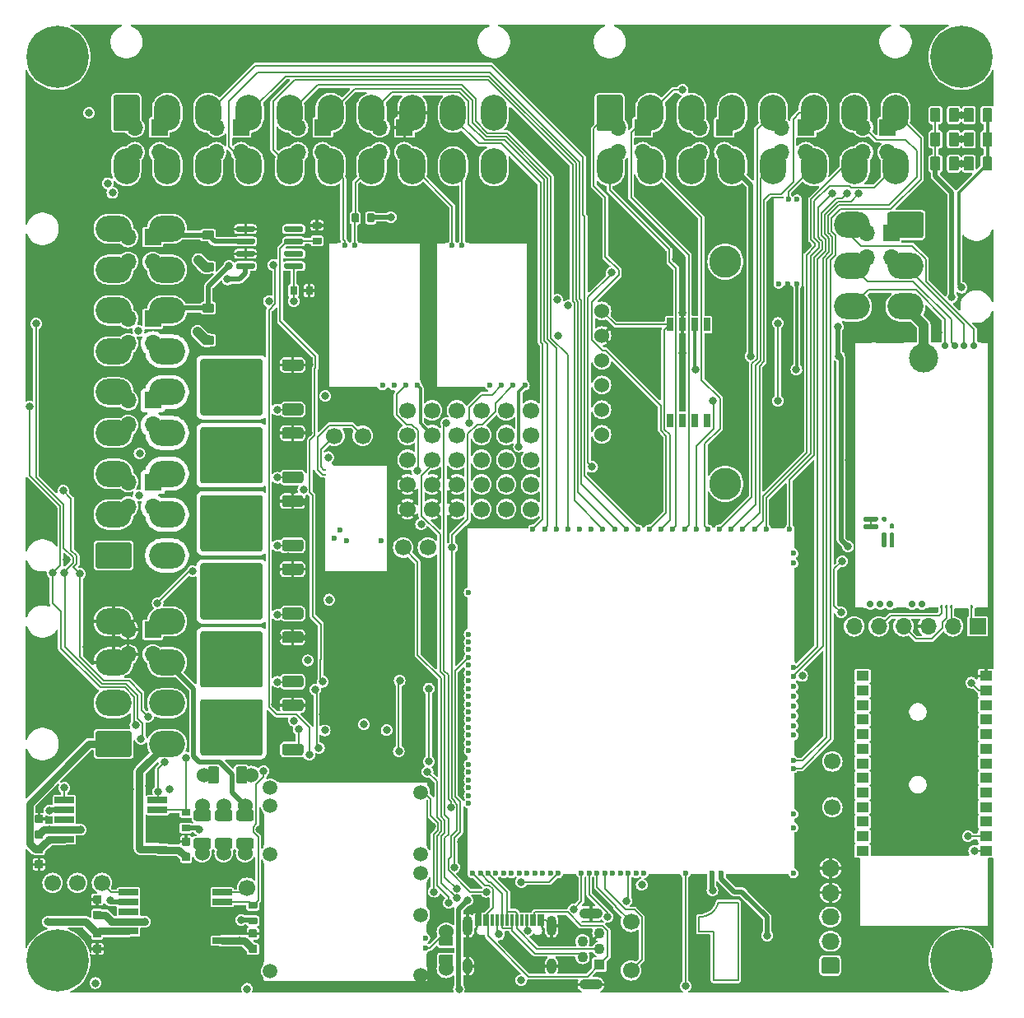
<source format=gtl>
G04 #@! TF.GenerationSoftware,KiCad,Pcbnew,8.0.9-8.0.9-0~ubuntu24.04.1*
G04 #@! TF.CreationDate,2025-12-05T03:40:32+00:00*
G04 #@! TF.ProjectId,uaefi,75616566-692e-46b6-9963-61645f706362,E*
G04 #@! TF.SameCoordinates,Original*
G04 #@! TF.FileFunction,Copper,L1,Top*
G04 #@! TF.FilePolarity,Positive*
%FSLAX46Y46*%
G04 Gerber Fmt 4.6, Leading zero omitted, Abs format (unit mm)*
G04 Created by KiCad (PCBNEW 8.0.9-8.0.9-0~ubuntu24.04.1) date 2025-12-05 03:40:32*
%MOMM*%
%LPD*%
G01*
G04 APERTURE LIST*
G04 #@! TA.AperFunction,EtchedComponent*
%ADD10C,0.200000*%
G04 #@! TD*
G04 #@! TA.AperFunction,ComponentPad*
%ADD11R,1.700000X1.700000*%
G04 #@! TD*
G04 #@! TA.AperFunction,ComponentPad*
%ADD12O,1.700000X1.700000*%
G04 #@! TD*
G04 #@! TA.AperFunction,ComponentPad*
%ADD13O,2.700000X3.700000*%
G04 #@! TD*
G04 #@! TA.AperFunction,ComponentPad*
%ADD14C,1.700000*%
G04 #@! TD*
G04 #@! TA.AperFunction,ComponentPad*
%ADD15C,0.700000*%
G04 #@! TD*
G04 #@! TA.AperFunction,SMDPad,CuDef*
%ADD16C,3.000000*%
G04 #@! TD*
G04 #@! TA.AperFunction,SMDPad,CuDef*
%ADD17R,3.000000X0.250000*%
G04 #@! TD*
G04 #@! TA.AperFunction,SMDPad,CuDef*
%ADD18R,1.100000X0.250000*%
G04 #@! TD*
G04 #@! TA.AperFunction,SMDPad,CuDef*
%ADD19R,0.980000X0.250000*%
G04 #@! TD*
G04 #@! TA.AperFunction,SMDPad,CuDef*
%ADD20R,1.450000X0.250000*%
G04 #@! TD*
G04 #@! TA.AperFunction,SMDPad,CuDef*
%ADD21R,0.250000X27.600000*%
G04 #@! TD*
G04 #@! TA.AperFunction,SMDPad,CuDef*
%ADD22R,1.950000X0.250000*%
G04 #@! TD*
G04 #@! TA.AperFunction,SMDPad,CuDef*
%ADD23R,0.950000X0.250000*%
G04 #@! TD*
G04 #@! TA.AperFunction,ComponentPad*
%ADD24C,0.800000*%
G04 #@! TD*
G04 #@! TA.AperFunction,ComponentPad*
%ADD25C,6.400000*%
G04 #@! TD*
G04 #@! TA.AperFunction,ComponentPad*
%ADD26C,1.524000*%
G04 #@! TD*
G04 #@! TA.AperFunction,ComponentPad*
%ADD27O,1.850000X1.700000*%
G04 #@! TD*
G04 #@! TA.AperFunction,ComponentPad*
%ADD28C,0.600000*%
G04 #@! TD*
G04 #@! TA.AperFunction,SMDPad,CuDef*
%ADD29R,6.185000X0.250000*%
G04 #@! TD*
G04 #@! TA.AperFunction,SMDPad,CuDef*
%ADD30R,1.115000X0.250000*%
G04 #@! TD*
G04 #@! TA.AperFunction,SMDPad,CuDef*
%ADD31R,0.250000X14.275000*%
G04 #@! TD*
G04 #@! TA.AperFunction,SMDPad,CuDef*
%ADD32R,0.250000X15.100000*%
G04 #@! TD*
G04 #@! TA.AperFunction,SMDPad,CuDef*
%ADD33R,5.175000X0.250000*%
G04 #@! TD*
G04 #@! TA.AperFunction,ComponentPad*
%ADD34R,1.100000X1.100000*%
G04 #@! TD*
G04 #@! TA.AperFunction,ComponentPad*
%ADD35C,1.100000*%
G04 #@! TD*
G04 #@! TA.AperFunction,ComponentPad*
%ADD36O,2.400000X1.100000*%
G04 #@! TD*
G04 #@! TA.AperFunction,SMDPad,CuDef*
%ADD37O,1.225000X0.200000*%
G04 #@! TD*
G04 #@! TA.AperFunction,SMDPad,CuDef*
%ADD38O,0.200000X9.300000*%
G04 #@! TD*
G04 #@! TA.AperFunction,ComponentPad*
%ADD39C,1.500000*%
G04 #@! TD*
G04 #@! TA.AperFunction,SMDPad,CuDef*
%ADD40O,0.200000X3.300000*%
G04 #@! TD*
G04 #@! TA.AperFunction,SMDPad,CuDef*
%ADD41O,0.200000X10.200000*%
G04 #@! TD*
G04 #@! TA.AperFunction,SMDPad,CuDef*
%ADD42O,0.200000X0.300000*%
G04 #@! TD*
G04 #@! TA.AperFunction,SMDPad,CuDef*
%ADD43O,17.000000X0.200000*%
G04 #@! TD*
G04 #@! TA.AperFunction,SMDPad,CuDef*
%ADD44O,15.400000X0.200000*%
G04 #@! TD*
G04 #@! TA.AperFunction,SMDPad,CuDef*
%ADD45O,0.200000X4.800000*%
G04 #@! TD*
G04 #@! TA.AperFunction,SMDPad,CuDef*
%ADD46O,0.200000X2.600000*%
G04 #@! TD*
G04 #@! TA.AperFunction,SMDPad,CuDef*
%ADD47O,0.200000X1.000000*%
G04 #@! TD*
G04 #@! TA.AperFunction,SMDPad,CuDef*
%ADD48O,0.200000X1.500000*%
G04 #@! TD*
G04 #@! TA.AperFunction,SMDPad,CuDef*
%ADD49O,5.669999X0.200000*%
G04 #@! TD*
G04 #@! TA.AperFunction,SMDPad,CuDef*
%ADD50O,0.200000X11.100001*%
G04 #@! TD*
G04 #@! TA.AperFunction,SMDPad,CuDef*
%ADD51O,0.399999X9.800001*%
G04 #@! TD*
G04 #@! TA.AperFunction,SMDPad,CuDef*
%ADD52O,0.250000X0.499999*%
G04 #@! TD*
G04 #@! TA.AperFunction,SMDPad,CuDef*
%ADD53O,6.799999X0.200000*%
G04 #@! TD*
G04 #@! TA.AperFunction,SMDPad,CuDef*
%ADD54O,0.499999X0.250000*%
G04 #@! TD*
G04 #@! TA.AperFunction,ComponentPad*
%ADD55C,0.599999*%
G04 #@! TD*
G04 #@! TA.AperFunction,ComponentPad*
%ADD56O,3.700000X2.700000*%
G04 #@! TD*
G04 #@! TA.AperFunction,SMDPad,CuDef*
%ADD57R,1.300000X1.000000*%
G04 #@! TD*
G04 #@! TA.AperFunction,SMDPad,CuDef*
%ADD58R,2.000000X0.650000*%
G04 #@! TD*
G04 #@! TA.AperFunction,SMDPad,CuDef*
%ADD59R,4.500000X8.100000*%
G04 #@! TD*
G04 #@! TA.AperFunction,SMDPad,CuDef*
%ADD60R,0.200000X3.700000*%
G04 #@! TD*
G04 #@! TA.AperFunction,SMDPad,CuDef*
%ADD61R,0.200000X0.400000*%
G04 #@! TD*
G04 #@! TA.AperFunction,SMDPad,CuDef*
%ADD62R,0.200000X1.600000*%
G04 #@! TD*
G04 #@! TA.AperFunction,SMDPad,CuDef*
%ADD63R,0.200000X9.700000*%
G04 #@! TD*
G04 #@! TA.AperFunction,SMDPad,CuDef*
%ADD64R,0.200000X2.300000*%
G04 #@! TD*
G04 #@! TA.AperFunction,SMDPad,CuDef*
%ADD65R,1.400000X0.200000*%
G04 #@! TD*
G04 #@! TA.AperFunction,SMDPad,CuDef*
%ADD66R,6.400000X0.200000*%
G04 #@! TD*
G04 #@! TA.AperFunction,SMDPad,CuDef*
%ADD67R,1.700000X0.200000*%
G04 #@! TD*
G04 #@! TA.AperFunction,SMDPad,CuDef*
%ADD68R,3.300000X0.200000*%
G04 #@! TD*
G04 #@! TA.AperFunction,SMDPad,CuDef*
%ADD69R,0.200000X7.000000*%
G04 #@! TD*
G04 #@! TA.AperFunction,SMDPad,CuDef*
%ADD70R,0.200000X3.300000*%
G04 #@! TD*
G04 #@! TA.AperFunction,SMDPad,CuDef*
%ADD71R,0.200000X6.300000*%
G04 #@! TD*
G04 #@! TA.AperFunction,SMDPad,CuDef*
%ADD72R,0.300000X1.150000*%
G04 #@! TD*
G04 #@! TA.AperFunction,ComponentPad*
%ADD73O,1.000000X2.100000*%
G04 #@! TD*
G04 #@! TA.AperFunction,ComponentPad*
%ADD74O,1.000000X1.600000*%
G04 #@! TD*
G04 #@! TA.AperFunction,ComponentPad*
%ADD75C,3.302000*%
G04 #@! TD*
G04 #@! TA.AperFunction,SMDPad,CuDef*
%ADD76R,0.690000X1.350000*%
G04 #@! TD*
G04 #@! TA.AperFunction,ViaPad*
%ADD77C,0.800000*%
G04 #@! TD*
G04 #@! TA.AperFunction,ViaPad*
%ADD78C,3.300000*%
G04 #@! TD*
G04 #@! TA.AperFunction,Conductor*
%ADD79C,0.200000*%
G04 #@! TD*
G04 #@! TA.AperFunction,Conductor*
%ADD80C,0.800000*%
G04 #@! TD*
G04 #@! TA.AperFunction,Conductor*
%ADD81C,0.300000*%
G04 #@! TD*
G04 #@! TA.AperFunction,Conductor*
%ADD82C,1.000000*%
G04 #@! TD*
G04 #@! TA.AperFunction,Conductor*
%ADD83C,0.500000*%
G04 #@! TD*
G04 #@! TA.AperFunction,Conductor*
%ADD84C,0.150000*%
G04 #@! TD*
G04 APERTURE END LIST*
D10*
G04 #@! TO.C,G2*
X69500000Y6500000D02*
X69500000Y8000000D01*
X69500000Y6500000D02*
X71000000Y6500000D01*
X71000000Y6500000D02*
X71000000Y1500000D01*
X71000000Y1500000D02*
X73500000Y1500000D01*
X73500000Y9500000D02*
X71500000Y9500000D01*
X73500000Y1500000D02*
X73500000Y9500000D01*
X71500000Y9500000D02*
G75*
G02*
X69500000Y8000000I-1921601J478801D01*
G01*
G04 #@! TD*
G04 #@! TO.P,R40,1*
G04 #@! TO.N,/IN_BUTTON3*
G04 #@! TA.AperFunction,SMDPad,CuDef*
G36*
G01*
X96749999Y84875000D02*
X96749999Y86125000D01*
G75*
G02*
X96849999Y86225000I100000J0D01*
G01*
X97649999Y86225000D01*
G75*
G02*
X97749999Y86125000I0J-100000D01*
G01*
X97749999Y84875000D01*
G75*
G02*
X97649999Y84775000I-100000J0D01*
G01*
X96849999Y84775000D01*
G75*
G02*
X96749999Y84875000I0J100000D01*
G01*
G37*
G04 #@! TD.AperFunction*
G04 #@! TO.P,R40,2*
G04 #@! TO.N,+5VA*
G04 #@! TA.AperFunction,SMDPad,CuDef*
G36*
G01*
X98650021Y84875000D02*
X98650021Y86125000D01*
G75*
G02*
X98750021Y86225000I100000J0D01*
G01*
X99550021Y86225000D01*
G75*
G02*
X99650021Y86125000I0J-100000D01*
G01*
X99650021Y84875000D01*
G75*
G02*
X99550021Y84775000I-100000J0D01*
G01*
X98750021Y84775000D01*
G75*
G02*
X98650021Y84875000I0J100000D01*
G01*
G37*
G04 #@! TD.AperFunction*
G04 #@! TD*
G04 #@! TO.P,U7,1,IN1*
G04 #@! TO.N,/LS1*
G04 #@! TA.AperFunction,SMDPad,CuDef*
G36*
G01*
X28775000Y75110000D02*
X28775000Y74810000D01*
G75*
G02*
X28625000Y74660000I-150000J0D01*
G01*
X26975000Y74660000D01*
G75*
G02*
X26825000Y74810000I0J150000D01*
G01*
X26825000Y75110000D01*
G75*
G02*
X26975000Y75260000I150000J0D01*
G01*
X28625000Y75260000D01*
G75*
G02*
X28775000Y75110000I0J-150000D01*
G01*
G37*
G04 #@! TD.AperFunction*
G04 #@! TO.P,U7,2,STATUS1*
G04 #@! TO.N,unconnected-(U7-STATUS1-Pad2)*
G04 #@! TA.AperFunction,SMDPad,CuDef*
G36*
G01*
X28775000Y76380000D02*
X28775000Y76080000D01*
G75*
G02*
X28625000Y75930000I-150000J0D01*
G01*
X26975000Y75930000D01*
G75*
G02*
X26825000Y76080000I0J150000D01*
G01*
X26825000Y76380000D01*
G75*
G02*
X26975000Y76530000I150000J0D01*
G01*
X28625000Y76530000D01*
G75*
G02*
X28775000Y76380000I0J-150000D01*
G01*
G37*
G04 #@! TD.AperFunction*
G04 #@! TO.P,U7,3,IN2*
G04 #@! TO.N,/LS2*
G04 #@! TA.AperFunction,SMDPad,CuDef*
G36*
G01*
X28775000Y77650000D02*
X28775000Y77350000D01*
G75*
G02*
X28625000Y77200000I-150000J0D01*
G01*
X26975000Y77200000D01*
G75*
G02*
X26825000Y77350000I0J150000D01*
G01*
X26825000Y77650000D01*
G75*
G02*
X26975000Y77800000I150000J0D01*
G01*
X28625000Y77800000D01*
G75*
G02*
X28775000Y77650000I0J-150000D01*
G01*
G37*
G04 #@! TD.AperFunction*
G04 #@! TO.P,U7,4,STATUS2*
G04 #@! TO.N,unconnected-(U7-STATUS2-Pad4)*
G04 #@! TA.AperFunction,SMDPad,CuDef*
G36*
G01*
X28775000Y78920000D02*
X28775000Y78620000D01*
G75*
G02*
X28625000Y78470000I-150000J0D01*
G01*
X26975000Y78470000D01*
G75*
G02*
X26825000Y78620000I0J150000D01*
G01*
X26825000Y78920000D01*
G75*
G02*
X26975000Y79070000I150000J0D01*
G01*
X28625000Y79070000D01*
G75*
G02*
X28775000Y78920000I0J-150000D01*
G01*
G37*
G04 #@! TD.AperFunction*
G04 #@! TO.P,U7,5,S2*
G04 #@! TO.N,GND*
G04 #@! TA.AperFunction,SMDPad,CuDef*
G36*
G01*
X23825000Y78920000D02*
X23825000Y78620000D01*
G75*
G02*
X23675000Y78470000I-150000J0D01*
G01*
X22025000Y78470000D01*
G75*
G02*
X21875000Y78620000I0J150000D01*
G01*
X21875000Y78920000D01*
G75*
G02*
X22025000Y79070000I150000J0D01*
G01*
X23675000Y79070000D01*
G75*
G02*
X23825000Y78920000I0J-150000D01*
G01*
G37*
G04 #@! TD.AperFunction*
G04 #@! TO.P,U7,6,D2*
G04 #@! TO.N,/OUT_LS2*
G04 #@! TA.AperFunction,SMDPad,CuDef*
G36*
G01*
X23825000Y77650000D02*
X23825000Y77350000D01*
G75*
G02*
X23675000Y77200000I-150000J0D01*
G01*
X22025000Y77200000D01*
G75*
G02*
X21875000Y77350000I0J150000D01*
G01*
X21875000Y77650000D01*
G75*
G02*
X22025000Y77800000I150000J0D01*
G01*
X23675000Y77800000D01*
G75*
G02*
X23825000Y77650000I0J-150000D01*
G01*
G37*
G04 #@! TD.AperFunction*
G04 #@! TO.P,U7,7,S1*
G04 #@! TO.N,GND*
G04 #@! TA.AperFunction,SMDPad,CuDef*
G36*
G01*
X23825000Y76380000D02*
X23825000Y76080000D01*
G75*
G02*
X23675000Y75930000I-150000J0D01*
G01*
X22025000Y75930000D01*
G75*
G02*
X21875000Y76080000I0J150000D01*
G01*
X21875000Y76380000D01*
G75*
G02*
X22025000Y76530000I150000J0D01*
G01*
X23675000Y76530000D01*
G75*
G02*
X23825000Y76380000I0J-150000D01*
G01*
G37*
G04 #@! TD.AperFunction*
G04 #@! TO.P,U7,8,D1*
G04 #@! TO.N,/OUT_LS1*
G04 #@! TA.AperFunction,SMDPad,CuDef*
G36*
G01*
X23825000Y75110000D02*
X23825000Y74810000D01*
G75*
G02*
X23675000Y74660000I-150000J0D01*
G01*
X22025000Y74660000D01*
G75*
G02*
X21875000Y74810000I0J150000D01*
G01*
X21875000Y75110000D01*
G75*
G02*
X22025000Y75260000I150000J0D01*
G01*
X23675000Y75260000D01*
G75*
G02*
X23825000Y75110000I0J-150000D01*
G01*
G37*
G04 #@! TD.AperFunction*
G04 #@! TD*
G04 #@! TO.P,C24,1*
G04 #@! TO.N,GND*
G04 #@! TA.AperFunction,SMDPad,CuDef*
G36*
G01*
X7260000Y10215001D02*
X7940000Y10215001D01*
G75*
G02*
X8025000Y10130001I0J-85000D01*
G01*
X8025000Y9450001D01*
G75*
G02*
X7940000Y9365001I-85000J0D01*
G01*
X7260000Y9365001D01*
G75*
G02*
X7175000Y9450001I0J85000D01*
G01*
X7175000Y10130001D01*
G75*
G02*
X7260000Y10215001I85000J0D01*
G01*
G37*
G04 #@! TD.AperFunction*
G04 #@! TO.P,C24,2*
G04 #@! TO.N,/DC Driver 2/PWR*
G04 #@! TA.AperFunction,SMDPad,CuDef*
G36*
G01*
X7260000Y8634999D02*
X7940000Y8634999D01*
G75*
G02*
X8025000Y8549999I0J-85000D01*
G01*
X8025000Y7869999D01*
G75*
G02*
X7940000Y7784999I-85000J0D01*
G01*
X7260000Y7784999D01*
G75*
G02*
X7175000Y7869999I0J85000D01*
G01*
X7175000Y8549999D01*
G75*
G02*
X7260000Y8634999I85000J0D01*
G01*
G37*
G04 #@! TD.AperFunction*
G04 #@! TD*
G04 #@! TO.P,R39,1*
G04 #@! TO.N,/IN_BUTTON2*
G04 #@! TA.AperFunction,SMDPad,CuDef*
G36*
G01*
X96749999Y87375000D02*
X96749999Y88625000D01*
G75*
G02*
X96849999Y88725000I100000J0D01*
G01*
X97649999Y88725000D01*
G75*
G02*
X97749999Y88625000I0J-100000D01*
G01*
X97749999Y87375000D01*
G75*
G02*
X97649999Y87275000I-100000J0D01*
G01*
X96849999Y87275000D01*
G75*
G02*
X96749999Y87375000I0J100000D01*
G01*
G37*
G04 #@! TD.AperFunction*
G04 #@! TO.P,R39,2*
G04 #@! TO.N,+5VA*
G04 #@! TA.AperFunction,SMDPad,CuDef*
G36*
G01*
X98650021Y87375000D02*
X98650021Y88625000D01*
G75*
G02*
X98750021Y88725000I100000J0D01*
G01*
X99550021Y88725000D01*
G75*
G02*
X99650021Y88625000I0J-100000D01*
G01*
X99650021Y87375000D01*
G75*
G02*
X99550021Y87275000I-100000J0D01*
G01*
X98750021Y87275000D01*
G75*
G02*
X98650021Y87375000I0J100000D01*
G01*
G37*
G04 #@! TD.AperFunction*
G04 #@! TD*
G04 #@! TO.P,Q10,1,G*
G04 #@! TO.N,Net-(Q10-G)*
G04 #@! TA.AperFunction,SMDPad,CuDef*
G36*
G01*
X28800000Y39570000D02*
X28800000Y38870000D01*
G75*
G02*
X28550000Y38620000I-250000J0D01*
G01*
X26850000Y38620000D01*
G75*
G02*
X26600000Y38870000I0J250000D01*
G01*
X26600000Y39570000D01*
G75*
G02*
X26850000Y39820000I250000J0D01*
G01*
X28550000Y39820000D01*
G75*
G02*
X28800000Y39570000I0J-250000D01*
G01*
G37*
G04 #@! TD.AperFunction*
G04 #@! TO.P,Q10,2,C*
G04 #@! TO.N,/OUT_IGN4*
G04 #@! TA.AperFunction,SMDPad,CuDef*
G36*
G01*
X24600000Y41100000D02*
X24600000Y38850000D01*
G75*
G02*
X24350000Y38600000I-250000J0D01*
G01*
X21800000Y38600000D01*
G75*
G02*
X21550000Y38850000I0J250000D01*
G01*
X21550000Y41100000D01*
G75*
G02*
X21800000Y41350000I250000J0D01*
G01*
X24350000Y41350000D01*
G75*
G02*
X24600000Y41100000I0J-250000D01*
G01*
G37*
G04 #@! TD.AperFunction*
G04 #@! TA.AperFunction,SMDPad,CuDef*
G36*
G01*
X24600000Y44150000D02*
X24600000Y41900000D01*
G75*
G02*
X24350000Y41650000I-250000J0D01*
G01*
X21800000Y41650000D01*
G75*
G02*
X21550000Y41900000I0J250000D01*
G01*
X21550000Y44150000D01*
G75*
G02*
X21800000Y44400000I250000J0D01*
G01*
X24350000Y44400000D01*
G75*
G02*
X24600000Y44150000I0J-250000D01*
G01*
G37*
G04 #@! TD.AperFunction*
G04 #@! TA.AperFunction,SMDPad,CuDef*
G36*
G01*
X24600000Y44150003D02*
X24600000Y38849997D01*
G75*
G02*
X24350003Y38600000I-249997J0D01*
G01*
X18449997Y38600000D01*
G75*
G02*
X18200000Y38849997I0J249997D01*
G01*
X18200000Y44150003D01*
G75*
G02*
X18449997Y44400000I249997J0D01*
G01*
X24350003Y44400000D01*
G75*
G02*
X24600000Y44150003I0J-249997D01*
G01*
G37*
G04 #@! TD.AperFunction*
G04 #@! TA.AperFunction,SMDPad,CuDef*
G36*
G01*
X21250000Y41100000D02*
X21250000Y38850000D01*
G75*
G02*
X21000000Y38600000I-250000J0D01*
G01*
X18450000Y38600000D01*
G75*
G02*
X18200000Y38850000I0J250000D01*
G01*
X18200000Y41100000D01*
G75*
G02*
X18450000Y41350000I250000J0D01*
G01*
X21000000Y41350000D01*
G75*
G02*
X21250000Y41100000I0J-250000D01*
G01*
G37*
G04 #@! TD.AperFunction*
G04 #@! TA.AperFunction,SMDPad,CuDef*
G36*
G01*
X21250000Y44150000D02*
X21250000Y41900000D01*
G75*
G02*
X21000000Y41650000I-250000J0D01*
G01*
X18450000Y41650000D01*
G75*
G02*
X18200000Y41900000I0J250000D01*
G01*
X18200000Y44150000D01*
G75*
G02*
X18450000Y44400000I250000J0D01*
G01*
X21000000Y44400000D01*
G75*
G02*
X21250000Y44150000I0J-250000D01*
G01*
G37*
G04 #@! TD.AperFunction*
G04 #@! TO.P,Q10,3,E*
G04 #@! TO.N,GND*
G04 #@! TA.AperFunction,SMDPad,CuDef*
G36*
G01*
X28800000Y44130000D02*
X28800000Y43430000D01*
G75*
G02*
X28550000Y43180000I-250000J0D01*
G01*
X26850000Y43180000D01*
G75*
G02*
X26600000Y43430000I0J250000D01*
G01*
X26600000Y44130000D01*
G75*
G02*
X26850000Y44380000I250000J0D01*
G01*
X28550000Y44380000D01*
G75*
G02*
X28800000Y44130000I0J-250000D01*
G01*
G37*
G04 #@! TD.AperFunction*
G04 #@! TD*
D11*
G04 #@! TO.P,J21,1,Pin_1*
G04 #@! TO.N,/OUT_IGN3*
X13315000Y52750000D03*
D12*
G04 #@! TO.P,J21,2,Pin_2*
G04 #@! TO.N,/OUT_INJ4*
X10775000Y52750000D03*
G04 #@! TO.P,J21,3,Pin_3*
G04 #@! TO.N,/OUT_IGN4*
X13315000Y50210000D03*
G04 #@! TO.P,J21,4,Pin_4*
G04 #@! TO.N,/OUT_INJ5*
X10775000Y50210000D03*
G04 #@! TD*
G04 #@! TO.P,J10,1,Pin_1*
G04 #@! TO.N,/IN_AUX1*
G04 #@! TA.AperFunction,ComponentPad*
G36*
G01*
X58950000Y89125001D02*
X58950000Y92324999D01*
G75*
G02*
X59200001Y92575000I250001J0D01*
G01*
X61399999Y92575000D01*
G75*
G02*
X61650000Y92324999I0J-250001D01*
G01*
X61650000Y89125001D01*
G75*
G02*
X61399999Y88875000I-250001J0D01*
G01*
X59200001Y88875000D01*
G75*
G02*
X58950000Y89125001I0J250001D01*
G01*
G37*
G04 #@! TD.AperFunction*
D13*
G04 #@! TO.P,J10,2,Pin_2*
G04 #@! TO.N,/IN_BUTTON1*
X64500000Y90725000D03*
G04 #@! TO.P,J10,3,Pin_3*
G04 #@! TO.N,+5VP*
X68700000Y90725000D03*
G04 #@! TO.P,J10,4,Pin_4*
X72900000Y90725000D03*
G04 #@! TO.P,J10,5,Pin_5*
G04 #@! TO.N,/IN_FLEX*
X77100000Y90725000D03*
G04 #@! TO.P,J10,6,Pin_6*
G04 #@! TO.N,/IN_PPS1*
X81300000Y90725000D03*
G04 #@! TO.P,J10,7,Pin_7*
G04 #@! TO.N,/CAN+*
X85500000Y90725000D03*
G04 #@! TO.P,J10,8,Pin_8*
G04 #@! TO.N,/CAN-*
X89700000Y90725000D03*
G04 #@! TO.P,J10,9,Pin_9*
G04 #@! TO.N,/IN_MAP*
X60300000Y85225000D03*
G04 #@! TO.P,J10,10,Pin_10*
G04 #@! TO.N,/IN_BUTTON2*
X64500000Y85225000D03*
G04 #@! TO.P,J10,11,Pin_11*
G04 #@! TO.N,GNDA*
X68700000Y85225000D03*
G04 #@! TO.P,J10,12,Pin_12*
X72900000Y85225000D03*
G04 #@! TO.P,J10,13,Pin_13*
G04 #@! TO.N,/IN_TPS1*
X77100000Y85225000D03*
G04 #@! TO.P,J10,14,Pin_14*
G04 #@! TO.N,/IN_KNOCK_RAW*
X81300000Y85225000D03*
G04 #@! TO.P,J10,15,Pin_15*
G04 #@! TO.N,/IN_IAT*
X85500000Y85225000D03*
G04 #@! TO.P,J10,16,Pin_16*
G04 #@! TO.N,/IN_CLT*
X89700000Y85225000D03*
G04 #@! TD*
D14*
G04 #@! TO.P,P8,1,Pin_1*
G04 #@! TO.N,Net-(M6-UART2_TX_(PD5))*
X83200000Y19300000D03*
G04 #@! TD*
D11*
G04 #@! TO.P,J20,1,Pin_1*
G04 #@! TO.N,/OUT_IGN2*
X13315000Y61150000D03*
D12*
G04 #@! TO.P,J20,2,Pin_2*
G04 #@! TO.N,/OUT_INJ2*
X10775000Y61150000D03*
G04 #@! TO.P,J20,3,Pin_3*
G04 #@! TO.N,/OUT_IGN5*
X13315000Y58610000D03*
G04 #@! TO.P,J20,4,Pin_4*
G04 #@! TO.N,/OUT_INJ3*
X10775000Y58610000D03*
G04 #@! TD*
D15*
G04 #@! TO.P,M5,E1,LSU_Un*
G04 #@! TO.N,/WBO_Un*
X97775000Y66750000D03*
G04 #@! TO.P,M5,E2,LSU_Vm*
G04 #@! TO.N,/WBO_Vm*
X94775000Y66750000D03*
G04 #@! TO.P,M5,E3,LSU_Ip*
G04 #@! TO.N,/WBO_Ip*
X95775000Y66750000D03*
G04 #@! TO.P,M5,E4,LSU_Rtrim*
G04 #@! TO.N,/WBO_Rtrim*
X96775000Y66750000D03*
D16*
G04 #@! TO.P,M5,E5,LSU_H+*
G04 #@! TO.N,/WBO_Heater*
X92625000Y65500000D03*
D17*
G04 #@! TO.P,M5,E6,LSU_H-*
G04 #@! TO.N,GND*
X89125000Y67125000D03*
D18*
G04 #@! TO.P,M5,G,GND*
X85925000Y39775000D03*
D19*
X90265000Y39775000D03*
X93565000Y39775000D03*
D20*
X98650000Y39775000D03*
D21*
X85500000Y53450000D03*
X99250000Y53450000D03*
D22*
X86350000Y67125000D03*
D23*
X98900000Y67125000D03*
G04 #@! TO.P,M5,J1,SEL1*
G04 #@! TO.N,Net-(M5-PULL_DOWN1)*
G04 #@! TA.AperFunction,SMDPad,CuDef*
G36*
G01*
X86525000Y49200000D02*
X87775000Y49200000D01*
G75*
G02*
X87900000Y49075000I0J-125000D01*
G01*
X87900000Y48825000D01*
G75*
G02*
X87775000Y48700000I-125000J0D01*
G01*
X86525000Y48700000D01*
G75*
G02*
X86400000Y48825000I0J125000D01*
G01*
X86400000Y49075000D01*
G75*
G02*
X86525000Y49200000I125000J0D01*
G01*
G37*
G04 #@! TD.AperFunction*
G04 #@! TO.P,M5,J2,SEL2*
G04 #@! TO.N,unconnected-(M5-SEL2-PadJ2)*
G04 #@! TA.AperFunction,SMDPad,CuDef*
G36*
G01*
X89200000Y47525000D02*
X89450000Y47525000D01*
G75*
G02*
X89575000Y47400000I0J-125000D01*
G01*
X89575000Y46150000D01*
G75*
G02*
X89450000Y46025000I-125000J0D01*
G01*
X89200000Y46025000D01*
G75*
G02*
X89075000Y46150000I0J125000D01*
G01*
X89075000Y47400000D01*
G75*
G02*
X89200000Y47525000I125000J0D01*
G01*
G37*
G04 #@! TD.AperFunction*
G04 #@! TO.P,M5,J_GND1,PULL_DOWN1*
G04 #@! TO.N,Net-(M5-PULL_DOWN1)*
G04 #@! TA.AperFunction,SMDPad,CuDef*
G36*
G01*
X86525000Y48400000D02*
X87775000Y48400000D01*
G75*
G02*
X87900000Y48275000I0J-125000D01*
G01*
X87900000Y48025000D01*
G75*
G02*
X87775000Y47900000I-125000J0D01*
G01*
X86525000Y47900000D01*
G75*
G02*
X86400000Y48025000I0J125000D01*
G01*
X86400000Y48275000D01*
G75*
G02*
X86525000Y48400000I125000J0D01*
G01*
G37*
G04 #@! TD.AperFunction*
G04 #@! TO.P,M5,J_GND2,PULL_DOWN2*
G04 #@! TO.N,unconnected-(M5-PULL_DOWN2-PadJ_GND2)*
G04 #@! TA.AperFunction,SMDPad,CuDef*
G36*
G01*
X89075000Y48075000D02*
X89075000Y48325000D01*
G75*
G02*
X89200000Y48450000I125000J0D01*
G01*
X89450000Y48450000D01*
G75*
G02*
X89575000Y48325000I0J-125000D01*
G01*
X89575000Y48075000D01*
G75*
G02*
X89450000Y47950000I-125000J0D01*
G01*
X89200000Y47950000D01*
G75*
G02*
X89075000Y48075000I0J125000D01*
G01*
G37*
G04 #@! TD.AperFunction*
G04 #@! TO.P,M5,J_VCC1,PULL_UP1*
G04 #@! TO.N,unconnected-(M5-PULL_UP1-PadJ_VCC1)*
G04 #@! TA.AperFunction,SMDPad,CuDef*
G36*
G01*
X88400000Y49200000D02*
X88650000Y49200000D01*
G75*
G02*
X88775000Y49075000I0J-125000D01*
G01*
X88775000Y48825000D01*
G75*
G02*
X88650000Y48700000I-125000J0D01*
G01*
X88400000Y48700000D01*
G75*
G02*
X88275000Y48825000I0J125000D01*
G01*
X88275000Y49075000D01*
G75*
G02*
X88400000Y49200000I125000J0D01*
G01*
G37*
G04 #@! TD.AperFunction*
G04 #@! TO.P,M5,J_VCC2,PULL_UP2*
G04 #@! TO.N,unconnected-(M5-PULL_UP2-PadJ_VCC2)*
G04 #@! TA.AperFunction,SMDPad,CuDef*
G36*
G01*
X88400000Y47525000D02*
X88650000Y47525000D01*
G75*
G02*
X88775000Y47400000I0J-125000D01*
G01*
X88775000Y46150000D01*
G75*
G02*
X88650000Y46025000I-125000J0D01*
G01*
X88400000Y46025000D01*
G75*
G02*
X88275000Y46150000I0J125000D01*
G01*
X88275000Y47400000D01*
G75*
G02*
X88400000Y47525000I125000J0D01*
G01*
G37*
G04 #@! TD.AperFunction*
D15*
G04 #@! TO.P,M5,W1,V5_IN*
G04 #@! TO.N,+5VA*
X88125000Y40158800D03*
G04 #@! TO.P,M5,W2,CAN_VIO*
G04 #@! TO.N,unconnected-(M5-CAN_VIO-PadW2)*
X89125000Y40158800D03*
G04 #@! TO.P,M5,W3,CANL*
G04 #@! TO.N,/CAN-*
X92421000Y40158800D03*
G04 #@! TO.P,M5,W4,CANH*
G04 #@! TO.N,/CAN+*
X91405000Y40158800D03*
G04 #@! TO.P,M5,W5,nReset*
G04 #@! TO.N,Net-(J6-Pin_5)*
G04 #@! TA.AperFunction,SMDPad,CuDef*
G36*
G01*
X94425000Y39650000D02*
X94425000Y39650000D01*
G75*
G02*
X94300000Y39775000I0J125000D01*
G01*
X94300000Y40025000D01*
G75*
G02*
X94425000Y40150000I125000J0D01*
G01*
X94425000Y40150000D01*
G75*
G02*
X94550000Y40025000I0J-125000D01*
G01*
X94550000Y39775000D01*
G75*
G02*
X94425000Y39650000I-125000J0D01*
G01*
G37*
G04 #@! TD.AperFunction*
G04 #@! TO.P,M5,W6,SWDIO*
G04 #@! TO.N,Net-(J6-Pin_4)*
G04 #@! TA.AperFunction,SMDPad,CuDef*
G36*
G01*
X94925000Y39650000D02*
X94925000Y39650000D01*
G75*
G02*
X94800000Y39775000I0J125000D01*
G01*
X94800000Y40025000D01*
G75*
G02*
X94925000Y40150000I125000J0D01*
G01*
X94925000Y40150000D01*
G75*
G02*
X95050000Y40025000I0J-125000D01*
G01*
X95050000Y39775000D01*
G75*
G02*
X94925000Y39650000I-125000J0D01*
G01*
G37*
G04 #@! TD.AperFunction*
G04 #@! TO.P,M5,W7,SWCLK*
G04 #@! TO.N,Net-(J6-Pin_2)*
G04 #@! TA.AperFunction,SMDPad,CuDef*
G36*
G01*
X95425000Y39650000D02*
X95425000Y39650000D01*
G75*
G02*
X95300000Y39775000I0J125000D01*
G01*
X95300000Y40025000D01*
G75*
G02*
X95425000Y40150000I125000J0D01*
G01*
X95425000Y40150000D01*
G75*
G02*
X95550000Y40025000I0J-125000D01*
G01*
X95550000Y39775000D01*
G75*
G02*
X95425000Y39650000I-125000J0D01*
G01*
G37*
G04 #@! TD.AperFunction*
G04 #@! TO.P,M5,W8,V33_OUT*
G04 #@! TO.N,Net-(J6-Pin_1)*
G04 #@! TA.AperFunction,SMDPad,CuDef*
G36*
G01*
X97525000Y39650000D02*
X97525000Y39650000D01*
G75*
G02*
X97400000Y39775000I0J125000D01*
G01*
X97400000Y40025000D01*
G75*
G02*
X97525000Y40150000I125000J0D01*
G01*
X97525000Y40150000D01*
G75*
G02*
X97650000Y40025000I0J-125000D01*
G01*
X97650000Y39775000D01*
G75*
G02*
X97525000Y39650000I-125000J0D01*
G01*
G37*
G04 #@! TD.AperFunction*
G04 #@! TO.P,M5,W9,VDDA*
G04 #@! TO.N,unconnected-(M5-VDDA-PadW9)*
X87125000Y40158800D03*
G04 #@! TD*
D14*
G04 #@! TO.P,P5,1,Pin_1*
G04 #@! TO.N,/VR_DISCRETE*
X41600000Y46000000D03*
G04 #@! TD*
G04 #@! TO.P,J2,1,Pin_1*
G04 #@! TO.N,+5VP*
G04 #@! TA.AperFunction,ComponentPad*
G36*
G01*
X9250000Y89125001D02*
X9250000Y92324999D01*
G75*
G02*
X9500001Y92575000I250001J0D01*
G01*
X11699999Y92575000D01*
G75*
G02*
X11950000Y92324999I0J-250001D01*
G01*
X11950000Y89125001D01*
G75*
G02*
X11699999Y88875000I-250001J0D01*
G01*
X9500001Y88875000D01*
G75*
G02*
X9250000Y89125001I0J250001D01*
G01*
G37*
G04 #@! TD.AperFunction*
D13*
G04 #@! TO.P,J2,2,Pin_2*
X14800000Y90725000D03*
G04 #@! TO.P,J2,3,Pin_3*
G04 #@! TO.N,/IN_AUX2*
X19000000Y90725000D03*
G04 #@! TO.P,J2,4,Pin_4*
G04 #@! TO.N,/IN_PPS2*
X23200000Y90725000D03*
G04 #@! TO.P,J2,5,Pin_5*
G04 #@! TO.N,/IN_HALL1*
X27400000Y90725000D03*
G04 #@! TO.P,J2,6,Pin_6*
G04 #@! TO.N,/IN_HALL2*
X31600000Y90725000D03*
G04 #@! TO.P,J2,7,Pin_7*
G04 #@! TO.N,/IN_HALL3*
X35800000Y90725000D03*
G04 #@! TO.P,J2,8,Pin_8*
G04 #@! TO.N,GND*
X40000000Y90725000D03*
G04 #@! TO.P,J2,9,Pin_9*
G04 #@! TO.N,/IN_BUTTON3*
X44200000Y90725000D03*
G04 #@! TO.P,J2,10,Pin_10*
G04 #@! TO.N,/EGT+*
X48400000Y90725000D03*
G04 #@! TO.P,J2,11,Pin_11*
G04 #@! TO.N,GNDA*
X10600000Y85225000D03*
G04 #@! TO.P,J2,12,Pin_12*
X14800000Y85225000D03*
G04 #@! TO.P,J2,13,Pin_13*
X19000000Y85225000D03*
G04 #@! TO.P,J2,14,Pin_14*
G04 #@! TO.N,/IN_TPS2*
X23200000Y85225000D03*
G04 #@! TO.P,J2,15,Pin_15*
G04 #@! TO.N,/IN_AUX3*
X27400000Y85225000D03*
G04 #@! TO.P,J2,16,Pin_16*
G04 #@! TO.N,/VR_MAX9924+*
X31600000Y85225000D03*
G04 #@! TO.P,J2,17,Pin_17*
G04 #@! TO.N,/VR_MAX9924-*
X35800000Y85225000D03*
G04 #@! TO.P,J2,18,Pin_18*
G04 #@! TO.N,/VR_DISCRETE+*
X40000000Y85225000D03*
G04 #@! TO.P,J2,19,Pin_19*
G04 #@! TO.N,/VR_DISCRETE-*
X44200000Y85225000D03*
G04 #@! TO.P,J2,20,Pin_20*
G04 #@! TO.N,/EGT-*
X48400000Y85225000D03*
G04 #@! TD*
G04 #@! TO.P,Q7,1,G*
G04 #@! TO.N,Net-(Q7-G)*
G04 #@! TA.AperFunction,SMDPad,CuDef*
G36*
G01*
X28800000Y60570000D02*
X28800000Y59870000D01*
G75*
G02*
X28550000Y59620000I-250000J0D01*
G01*
X26850000Y59620000D01*
G75*
G02*
X26600000Y59870000I0J250000D01*
G01*
X26600000Y60570000D01*
G75*
G02*
X26850000Y60820000I250000J0D01*
G01*
X28550000Y60820000D01*
G75*
G02*
X28800000Y60570000I0J-250000D01*
G01*
G37*
G04 #@! TD.AperFunction*
G04 #@! TO.P,Q7,2,C*
G04 #@! TO.N,/OUT_IGN1*
G04 #@! TA.AperFunction,SMDPad,CuDef*
G36*
G01*
X24600000Y62100000D02*
X24600000Y59850000D01*
G75*
G02*
X24350000Y59600000I-250000J0D01*
G01*
X21800000Y59600000D01*
G75*
G02*
X21550000Y59850000I0J250000D01*
G01*
X21550000Y62100000D01*
G75*
G02*
X21800000Y62350000I250000J0D01*
G01*
X24350000Y62350000D01*
G75*
G02*
X24600000Y62100000I0J-250000D01*
G01*
G37*
G04 #@! TD.AperFunction*
G04 #@! TA.AperFunction,SMDPad,CuDef*
G36*
G01*
X24600000Y65150000D02*
X24600000Y62900000D01*
G75*
G02*
X24350000Y62650000I-250000J0D01*
G01*
X21800000Y62650000D01*
G75*
G02*
X21550000Y62900000I0J250000D01*
G01*
X21550000Y65150000D01*
G75*
G02*
X21800000Y65400000I250000J0D01*
G01*
X24350000Y65400000D01*
G75*
G02*
X24600000Y65150000I0J-250000D01*
G01*
G37*
G04 #@! TD.AperFunction*
G04 #@! TA.AperFunction,SMDPad,CuDef*
G36*
G01*
X24600000Y65150003D02*
X24600000Y59849997D01*
G75*
G02*
X24350003Y59600000I-249997J0D01*
G01*
X18449997Y59600000D01*
G75*
G02*
X18200000Y59849997I0J249997D01*
G01*
X18200000Y65150003D01*
G75*
G02*
X18449997Y65400000I249997J0D01*
G01*
X24350003Y65400000D01*
G75*
G02*
X24600000Y65150003I0J-249997D01*
G01*
G37*
G04 #@! TD.AperFunction*
G04 #@! TA.AperFunction,SMDPad,CuDef*
G36*
G01*
X21250000Y62100000D02*
X21250000Y59850000D01*
G75*
G02*
X21000000Y59600000I-250000J0D01*
G01*
X18450000Y59600000D01*
G75*
G02*
X18200000Y59850000I0J250000D01*
G01*
X18200000Y62100000D01*
G75*
G02*
X18450000Y62350000I250000J0D01*
G01*
X21000000Y62350000D01*
G75*
G02*
X21250000Y62100000I0J-250000D01*
G01*
G37*
G04 #@! TD.AperFunction*
G04 #@! TA.AperFunction,SMDPad,CuDef*
G36*
G01*
X21250000Y65150000D02*
X21250000Y62900000D01*
G75*
G02*
X21000000Y62650000I-250000J0D01*
G01*
X18450000Y62650000D01*
G75*
G02*
X18200000Y62900000I0J250000D01*
G01*
X18200000Y65150000D01*
G75*
G02*
X18450000Y65400000I250000J0D01*
G01*
X21000000Y65400000D01*
G75*
G02*
X21250000Y65150000I0J-250000D01*
G01*
G37*
G04 #@! TD.AperFunction*
G04 #@! TO.P,Q7,3,E*
G04 #@! TO.N,GND*
G04 #@! TA.AperFunction,SMDPad,CuDef*
G36*
G01*
X28800000Y65130000D02*
X28800000Y64430000D01*
G75*
G02*
X28550000Y64180000I-250000J0D01*
G01*
X26850000Y64180000D01*
G75*
G02*
X26600000Y64430000I0J250000D01*
G01*
X26600000Y65130000D01*
G75*
G02*
X26850000Y65380000I250000J0D01*
G01*
X28550000Y65380000D01*
G75*
G02*
X28800000Y65130000I0J-250000D01*
G01*
G37*
G04 #@! TD.AperFunction*
G04 #@! TD*
G04 #@! TO.P,Q8,1,G*
G04 #@! TO.N,Net-(Q8-G)*
G04 #@! TA.AperFunction,SMDPad,CuDef*
G36*
G01*
X28800000Y53570000D02*
X28800000Y52870000D01*
G75*
G02*
X28550000Y52620000I-250000J0D01*
G01*
X26850000Y52620000D01*
G75*
G02*
X26600000Y52870000I0J250000D01*
G01*
X26600000Y53570000D01*
G75*
G02*
X26850000Y53820000I250000J0D01*
G01*
X28550000Y53820000D01*
G75*
G02*
X28800000Y53570000I0J-250000D01*
G01*
G37*
G04 #@! TD.AperFunction*
G04 #@! TO.P,Q8,2,C*
G04 #@! TO.N,/OUT_IGN2*
G04 #@! TA.AperFunction,SMDPad,CuDef*
G36*
G01*
X24600000Y55100000D02*
X24600000Y52850000D01*
G75*
G02*
X24350000Y52600000I-250000J0D01*
G01*
X21800000Y52600000D01*
G75*
G02*
X21550000Y52850000I0J250000D01*
G01*
X21550000Y55100000D01*
G75*
G02*
X21800000Y55350000I250000J0D01*
G01*
X24350000Y55350000D01*
G75*
G02*
X24600000Y55100000I0J-250000D01*
G01*
G37*
G04 #@! TD.AperFunction*
G04 #@! TA.AperFunction,SMDPad,CuDef*
G36*
G01*
X24600000Y58150000D02*
X24600000Y55900000D01*
G75*
G02*
X24350000Y55650000I-250000J0D01*
G01*
X21800000Y55650000D01*
G75*
G02*
X21550000Y55900000I0J250000D01*
G01*
X21550000Y58150000D01*
G75*
G02*
X21800000Y58400000I250000J0D01*
G01*
X24350000Y58400000D01*
G75*
G02*
X24600000Y58150000I0J-250000D01*
G01*
G37*
G04 #@! TD.AperFunction*
G04 #@! TA.AperFunction,SMDPad,CuDef*
G36*
G01*
X24600000Y58150003D02*
X24600000Y52849997D01*
G75*
G02*
X24350003Y52600000I-249997J0D01*
G01*
X18449997Y52600000D01*
G75*
G02*
X18200000Y52849997I0J249997D01*
G01*
X18200000Y58150003D01*
G75*
G02*
X18449997Y58400000I249997J0D01*
G01*
X24350003Y58400000D01*
G75*
G02*
X24600000Y58150003I0J-249997D01*
G01*
G37*
G04 #@! TD.AperFunction*
G04 #@! TA.AperFunction,SMDPad,CuDef*
G36*
G01*
X21250000Y55100000D02*
X21250000Y52850000D01*
G75*
G02*
X21000000Y52600000I-250000J0D01*
G01*
X18450000Y52600000D01*
G75*
G02*
X18200000Y52850000I0J250000D01*
G01*
X18200000Y55100000D01*
G75*
G02*
X18450000Y55350000I250000J0D01*
G01*
X21000000Y55350000D01*
G75*
G02*
X21250000Y55100000I0J-250000D01*
G01*
G37*
G04 #@! TD.AperFunction*
G04 #@! TA.AperFunction,SMDPad,CuDef*
G36*
G01*
X21250000Y58150000D02*
X21250000Y55900000D01*
G75*
G02*
X21000000Y55650000I-250000J0D01*
G01*
X18450000Y55650000D01*
G75*
G02*
X18200000Y55900000I0J250000D01*
G01*
X18200000Y58150000D01*
G75*
G02*
X18450000Y58400000I250000J0D01*
G01*
X21000000Y58400000D01*
G75*
G02*
X21250000Y58150000I0J-250000D01*
G01*
G37*
G04 #@! TD.AperFunction*
G04 #@! TO.P,Q8,3,E*
G04 #@! TO.N,GND*
G04 #@! TA.AperFunction,SMDPad,CuDef*
G36*
G01*
X28800000Y58130000D02*
X28800000Y57430000D01*
G75*
G02*
X28550000Y57180000I-250000J0D01*
G01*
X26850000Y57180000D01*
G75*
G02*
X26600000Y57430000I0J250000D01*
G01*
X26600000Y58130000D01*
G75*
G02*
X26850000Y58380000I250000J0D01*
G01*
X28550000Y58380000D01*
G75*
G02*
X28800000Y58130000I0J-250000D01*
G01*
G37*
G04 #@! TD.AperFunction*
G04 #@! TD*
D11*
G04 #@! TO.P,J17,1,Pin_1*
G04 #@! TO.N,GND*
X39190000Y89225000D03*
D12*
G04 #@! TO.P,J17,2,Pin_2*
G04 #@! TO.N,/IN_HALL3*
X36650000Y89225000D03*
G04 #@! TO.P,J17,3,Pin_3*
G04 #@! TO.N,/VR_DISCRETE+*
X39190000Y86685000D03*
G04 #@! TO.P,J17,4,Pin_4*
G04 #@! TO.N,/VR_MAX9924-*
X36650000Y86685000D03*
G04 #@! TD*
D14*
G04 #@! TO.P,P1,1,Pin_1*
G04 #@! TO.N,Net-(M7-CANL)*
X32000000Y57500000D03*
G04 #@! TD*
G04 #@! TO.P,C26,1*
G04 #@! TO.N,GND*
G04 #@! TA.AperFunction,SMDPad,CuDef*
G36*
G01*
X23260000Y6715001D02*
X23940000Y6715001D01*
G75*
G02*
X24025000Y6630001I0J-85000D01*
G01*
X24025000Y5950001D01*
G75*
G02*
X23940000Y5865001I-85000J0D01*
G01*
X23260000Y5865001D01*
G75*
G02*
X23175000Y5950001I0J85000D01*
G01*
X23175000Y6630001D01*
G75*
G02*
X23260000Y6715001I85000J0D01*
G01*
G37*
G04 #@! TD.AperFunction*
G04 #@! TO.P,C26,2*
G04 #@! TO.N,/OUT_DC2+*
G04 #@! TA.AperFunction,SMDPad,CuDef*
G36*
G01*
X23260000Y5134999D02*
X23940000Y5134999D01*
G75*
G02*
X24025000Y5049999I0J-85000D01*
G01*
X24025000Y4369999D01*
G75*
G02*
X23940000Y4284999I-85000J0D01*
G01*
X23260000Y4284999D01*
G75*
G02*
X23175000Y4369999I0J85000D01*
G01*
X23175000Y5049999D01*
G75*
G02*
X23260000Y5134999I85000J0D01*
G01*
G37*
G04 #@! TD.AperFunction*
G04 #@! TD*
G04 #@! TO.P,R1,1*
G04 #@! TO.N,+5VP*
G04 #@! TA.AperFunction,SMDPad,CuDef*
G36*
G01*
X36082497Y80315000D02*
X36082497Y79535000D01*
G75*
G02*
X36012497Y79465000I-70000J0D01*
G01*
X35452497Y79465000D01*
G75*
G02*
X35382497Y79535000I0J70000D01*
G01*
X35382497Y80315000D01*
G75*
G02*
X35452497Y80385000I70000J0D01*
G01*
X36012497Y80385000D01*
G75*
G02*
X36082497Y80315000I0J-70000D01*
G01*
G37*
G04 #@! TD.AperFunction*
G04 #@! TO.P,R1,2*
G04 #@! TO.N,/VR_MAX9924-*
G04 #@! TA.AperFunction,SMDPad,CuDef*
G36*
G01*
X34482497Y80315000D02*
X34482497Y79535000D01*
G75*
G02*
X34412497Y79465000I-70000J0D01*
G01*
X33852497Y79465000D01*
G75*
G02*
X33782497Y79535000I0J70000D01*
G01*
X33782497Y80315000D01*
G75*
G02*
X33852497Y80385000I70000J0D01*
G01*
X34412497Y80385000D01*
G75*
G02*
X34482497Y80315000I0J-70000D01*
G01*
G37*
G04 #@! TD.AperFunction*
G04 #@! TD*
G04 #@! TO.P,P2,1,Pin_1*
G04 #@! TO.N,Net-(M7-CANH)*
X34900000Y57500000D03*
G04 #@! TD*
G04 #@! TO.P,C13,1*
G04 #@! TO.N,GND*
G04 #@! TA.AperFunction,SMDPad,CuDef*
G36*
G01*
X16385000Y16175001D02*
X17065000Y16175001D01*
G75*
G02*
X17150000Y16090001I0J-85000D01*
G01*
X17150000Y15410001D01*
G75*
G02*
X17065000Y15325001I-85000J0D01*
G01*
X16385000Y15325001D01*
G75*
G02*
X16300000Y15410001I0J85000D01*
G01*
X16300000Y16090001D01*
G75*
G02*
X16385000Y16175001I85000J0D01*
G01*
G37*
G04 #@! TD.AperFunction*
G04 #@! TO.P,C13,2*
G04 #@! TO.N,/OUT_DC1+*
G04 #@! TA.AperFunction,SMDPad,CuDef*
G36*
G01*
X16385000Y14594999D02*
X17065000Y14594999D01*
G75*
G02*
X17150000Y14509999I0J-85000D01*
G01*
X17150000Y13829999D01*
G75*
G02*
X17065000Y13744999I-85000J0D01*
G01*
X16385000Y13744999D01*
G75*
G02*
X16300000Y13829999I0J85000D01*
G01*
X16300000Y14509999D01*
G75*
G02*
X16385000Y14594999I85000J0D01*
G01*
G37*
G04 #@! TD.AperFunction*
G04 #@! TD*
G04 #@! TO.P,P15,1,Pin_1*
G04 #@! TO.N,/DC1_DIR*
X5540000Y11500000D03*
G04 #@! TD*
D24*
G04 #@! TO.P,H1,1*
G04 #@! TO.N,N/C*
X1100000Y96500000D03*
X1802944Y98197056D03*
X1802944Y94802944D03*
X3500000Y98900000D03*
D25*
X3500000Y96500000D03*
D24*
X3500000Y94100000D03*
X5197056Y98197056D03*
X5197056Y94802944D03*
X5900000Y96500000D03*
G04 #@! TD*
G04 #@! TO.P,H4,1*
G04 #@! TO.N,N/C*
X94100000Y96500000D03*
X94802944Y98197056D03*
X94802944Y94802944D03*
X96500000Y98900000D03*
D25*
X96500000Y96500000D03*
D24*
X96500000Y94100000D03*
X98197056Y98197056D03*
X98197056Y94802944D03*
X98900000Y96500000D03*
G04 #@! TD*
D26*
G04 #@! TO.P,F4,1,1*
G04 #@! TO.N,+12V*
X18400000Y19450000D03*
G04 #@! TA.AperFunction,SMDPad,CuDef*
G36*
G01*
X17500000Y18105010D02*
X17500000Y18795010D01*
G75*
G02*
X17730000Y19025010I230000J0D01*
G01*
X19070000Y19025010D01*
G75*
G02*
X19300000Y18795010I0J-230000D01*
G01*
X19300000Y18105010D01*
G75*
G02*
X19070000Y17875010I-230000J0D01*
G01*
X17730000Y17875010D01*
G75*
G02*
X17500000Y18105010I0J230000D01*
G01*
G37*
G04 #@! TD.AperFunction*
G04 #@! TO.P,F4,2,2*
G04 #@! TO.N,/DC Driver 1/PWR*
G04 #@! TA.AperFunction,SMDPad,CuDef*
G36*
G01*
X17500000Y15204990D02*
X17500000Y15894990D01*
G75*
G02*
X17730000Y16124990I230000J0D01*
G01*
X19070000Y16124990D01*
G75*
G02*
X19300000Y15894990I0J-230000D01*
G01*
X19300000Y15204990D01*
G75*
G02*
X19070000Y14974990I-230000J0D01*
G01*
X17730000Y14974990D01*
G75*
G02*
X17500000Y15204990I0J230000D01*
G01*
G37*
G04 #@! TD.AperFunction*
X18400000Y14550000D03*
G04 #@! TD*
G04 #@! TO.P,R37,1*
G04 #@! TO.N,GNDA*
G04 #@! TA.AperFunction,SMDPad,CuDef*
G36*
G01*
X93299999Y84875000D02*
X93299999Y86125000D01*
G75*
G02*
X93399999Y86225000I100000J0D01*
G01*
X94199999Y86225000D01*
G75*
G02*
X94299999Y86125000I0J-100000D01*
G01*
X94299999Y84875000D01*
G75*
G02*
X94199999Y84775000I-100000J0D01*
G01*
X93399999Y84775000D01*
G75*
G02*
X93299999Y84875000I0J100000D01*
G01*
G37*
G04 #@! TD.AperFunction*
G04 #@! TO.P,R37,2*
G04 #@! TO.N,/IN_BUTTON3*
G04 #@! TA.AperFunction,SMDPad,CuDef*
G36*
G01*
X95200021Y84875000D02*
X95200021Y86125000D01*
G75*
G02*
X95300021Y86225000I100000J0D01*
G01*
X96100021Y86225000D01*
G75*
G02*
X96200021Y86125000I0J-100000D01*
G01*
X96200021Y84875000D01*
G75*
G02*
X96100021Y84775000I-100000J0D01*
G01*
X95300021Y84775000D01*
G75*
G02*
X95200021Y84875000I0J100000D01*
G01*
G37*
G04 #@! TD.AperFunction*
G04 #@! TD*
G04 #@! TO.P,C11,1*
G04 #@! TO.N,GND*
G04 #@! TA.AperFunction,SMDPad,CuDef*
G36*
G01*
X1260000Y18515001D02*
X1940000Y18515001D01*
G75*
G02*
X2025000Y18430001I0J-85000D01*
G01*
X2025000Y17750001D01*
G75*
G02*
X1940000Y17665001I-85000J0D01*
G01*
X1260000Y17665001D01*
G75*
G02*
X1175000Y17750001I0J85000D01*
G01*
X1175000Y18430001D01*
G75*
G02*
X1260000Y18515001I85000J0D01*
G01*
G37*
G04 #@! TD.AperFunction*
G04 #@! TO.P,C11,2*
G04 #@! TO.N,/DC Driver 1/PWR*
G04 #@! TA.AperFunction,SMDPad,CuDef*
G36*
G01*
X1260000Y16934999D02*
X1940000Y16934999D01*
G75*
G02*
X2025000Y16849999I0J-85000D01*
G01*
X2025000Y16169999D01*
G75*
G02*
X1940000Y16084999I-85000J0D01*
G01*
X1260000Y16084999D01*
G75*
G02*
X1175000Y16169999I0J85000D01*
G01*
X1175000Y16849999D01*
G75*
G02*
X1260000Y16934999I85000J0D01*
G01*
G37*
G04 #@! TD.AperFunction*
G04 #@! TD*
G04 #@! TO.P,J7,1,Pin_1*
G04 #@! TO.N,/VBUS*
G04 #@! TA.AperFunction,ComponentPad*
G36*
G01*
X83675000Y2150000D02*
X82325000Y2150000D01*
G75*
G02*
X82075000Y2400000I0J250000D01*
G01*
X82075000Y3600000D01*
G75*
G02*
X82325000Y3850000I250000J0D01*
G01*
X83675000Y3850000D01*
G75*
G02*
X83925000Y3600000I0J-250000D01*
G01*
X83925000Y2400000D01*
G75*
G02*
X83675000Y2150000I-250000J0D01*
G01*
G37*
G04 #@! TD.AperFunction*
D27*
G04 #@! TO.P,J7,2,Pin_2*
G04 #@! TO.N,/USB-*
X83000000Y5500000D03*
G04 #@! TO.P,J7,3,Pin_3*
G04 #@! TO.N,/USB+*
X83000000Y8000000D03*
G04 #@! TO.P,J7,4,Pin_4*
G04 #@! TO.N,GND*
X83000000Y10500000D03*
G04 #@! TO.P,J7,5,Pin_5*
X83000000Y13000000D03*
G04 #@! TD*
D14*
G04 #@! TO.P,P4,1,Pin_1*
G04 #@! TO.N,Net-(M6-LED_GREEN)*
X62500000Y7500000D03*
G04 #@! TD*
D24*
G04 #@! TO.P,H2,1*
G04 #@! TO.N,N/C*
X1100000Y3500000D03*
X1802944Y5197056D03*
X1802944Y1802944D03*
X3500000Y5900000D03*
D25*
X3500000Y3500000D03*
D24*
X3500000Y1100000D03*
X5197056Y5197056D03*
X5197056Y1802944D03*
X5900000Y3500000D03*
G04 #@! TD*
D28*
G04 #@! TO.P,M3,E1,Thresh_IN*
G04 #@! TO.N,/VR_DISCRETE_THR*
X49175000Y62675000D03*
G04 #@! TO.P,M3,E2,OUT_A*
G04 #@! TO.N,/VR_DISCRETE_A*
X47975000Y62675000D03*
G04 #@! TO.P,M3,E3,OUT*
G04 #@! TO.N,/VR_DISCRETE*
X50375000Y62675000D03*
G04 #@! TO.P,M3,E4,V5_IN*
G04 #@! TO.N,+5VA*
X51575000Y62675000D03*
D29*
G04 #@! TO.P,M3,G,GND*
G04 #@! TO.N,GND*
X48907500Y77325000D03*
D30*
X42857500Y77325000D03*
D31*
X51875000Y70312500D03*
D32*
X42425000Y69900000D03*
D33*
X44887500Y62475000D03*
D28*
G04 #@! TO.P,M3,W1,VR-*
G04 #@! TO.N,/VR_DISCRETE-*
X45115000Y77100000D03*
G04 #@! TO.P,M3,W2,VR+*
G04 #@! TO.N,/VR_DISCRETE+*
X44115000Y77100000D03*
G04 #@! TD*
G04 #@! TO.P,R10,1*
G04 #@! TO.N,GND*
G04 #@! TA.AperFunction,SMDPad,CuDef*
G36*
G01*
X29750000Y72840000D02*
X29750000Y72060000D01*
G75*
G02*
X29680000Y71990000I-70000J0D01*
G01*
X29120000Y71990000D01*
G75*
G02*
X29050000Y72060000I0J70000D01*
G01*
X29050000Y72840000D01*
G75*
G02*
X29120000Y72910000I70000J0D01*
G01*
X29680000Y72910000D01*
G75*
G02*
X29750000Y72840000I0J-70000D01*
G01*
G37*
G04 #@! TD.AperFunction*
G04 #@! TO.P,R10,2*
G04 #@! TO.N,/LS1*
G04 #@! TA.AperFunction,SMDPad,CuDef*
G36*
G01*
X28150000Y72840000D02*
X28150000Y72060000D01*
G75*
G02*
X28080000Y71990000I-70000J0D01*
G01*
X27520000Y71990000D01*
G75*
G02*
X27450000Y72060000I0J70000D01*
G01*
X27450000Y72840000D01*
G75*
G02*
X27520000Y72910000I70000J0D01*
G01*
X28080000Y72910000D01*
G75*
G02*
X28150000Y72840000I0J-70000D01*
G01*
G37*
G04 #@! TD.AperFunction*
G04 #@! TD*
D14*
G04 #@! TO.P,P17,1,Pin_1*
G04 #@! TO.N,/DC1_PWM*
X3000000Y11500000D03*
G04 #@! TD*
D34*
G04 #@! TO.P,J8,1,VBUS*
G04 #@! TO.N,/VBUS*
X59250000Y3100000D03*
D35*
G04 #@! TO.P,J8,2,D-*
G04 #@! TO.N,/USB-*
X57500000Y3900000D03*
G04 #@! TO.P,J8,3,D+*
G04 #@! TO.N,/USB+*
X59250000Y4700000D03*
G04 #@! TO.P,J8,4,ID*
G04 #@! TO.N,unconnected-(J8-ID-Pad4)*
X57500000Y5500000D03*
G04 #@! TO.P,J8,5,GND*
G04 #@! TO.N,GND*
X59250000Y6300000D03*
D36*
G04 #@! TO.P,J8,6,Shield*
X58375000Y1050000D03*
X58375000Y8350000D03*
G04 #@! TD*
D26*
G04 #@! TO.P,F3,1,1*
G04 #@! TO.N,+12V*
X20600000Y19450000D03*
G04 #@! TA.AperFunction,SMDPad,CuDef*
G36*
G01*
X19700000Y18105010D02*
X19700000Y18795010D01*
G75*
G02*
X19930000Y19025010I230000J0D01*
G01*
X21270000Y19025010D01*
G75*
G02*
X21500000Y18795010I0J-230000D01*
G01*
X21500000Y18105010D01*
G75*
G02*
X21270000Y17875010I-230000J0D01*
G01*
X19930000Y17875010D01*
G75*
G02*
X19700000Y18105010I0J230000D01*
G01*
G37*
G04 #@! TD.AperFunction*
G04 #@! TO.P,F3,2,2*
G04 #@! TO.N,/DC Driver 2/PWR*
G04 #@! TA.AperFunction,SMDPad,CuDef*
G36*
G01*
X19700000Y15204990D02*
X19700000Y15894990D01*
G75*
G02*
X19930000Y16124990I230000J0D01*
G01*
X21270000Y16124990D01*
G75*
G02*
X21500000Y15894990I0J-230000D01*
G01*
X21500000Y15204990D01*
G75*
G02*
X21270000Y14974990I-230000J0D01*
G01*
X19930000Y14974990D01*
G75*
G02*
X19700000Y15204990I0J230000D01*
G01*
G37*
G04 #@! TD.AperFunction*
X20600000Y14550000D03*
G04 #@! TD*
D28*
G04 #@! TO.P,M2,E1,V5A*
G04 #@! TO.N,+5VA*
X79574999Y73125000D03*
D37*
G04 #@! TO.P,M2,E2,GND*
G04 #@! TO.N,GND*
X77599999Y82025000D03*
D38*
X80174999Y77475000D03*
X77074999Y77475000D03*
D28*
X78624999Y73125000D03*
G04 #@! TO.P,M2,E3,OUT_KNOCK*
G04 #@! TO.N,/IN_KNOCK*
X77675001Y73125000D03*
G04 #@! TO.P,M2,W1,IN_KNOCK*
G04 #@! TO.N,/IN_KNOCK_RAW*
X78674999Y81825000D03*
G04 #@! TO.P,M2,W2,VREF*
G04 #@! TO.N,/VREF1*
X79574999Y81825000D03*
G04 #@! TD*
G04 #@! TO.P,C25,1*
G04 #@! TO.N,GND*
G04 #@! TA.AperFunction,SMDPad,CuDef*
G36*
G01*
X7940000Y4284999D02*
X7260000Y4284999D01*
G75*
G02*
X7175000Y4369999I0J85000D01*
G01*
X7175000Y5049999D01*
G75*
G02*
X7260000Y5134999I85000J0D01*
G01*
X7940000Y5134999D01*
G75*
G02*
X8025000Y5049999I0J-85000D01*
G01*
X8025000Y4369999D01*
G75*
G02*
X7940000Y4284999I-85000J0D01*
G01*
G37*
G04 #@! TD.AperFunction*
G04 #@! TO.P,C25,2*
G04 #@! TO.N,/OUT_DC2-*
G04 #@! TA.AperFunction,SMDPad,CuDef*
G36*
G01*
X7940000Y5865001D02*
X7260000Y5865001D01*
G75*
G02*
X7175000Y5950001I0J85000D01*
G01*
X7175000Y6630001D01*
G75*
G02*
X7260000Y6715001I85000J0D01*
G01*
X7940000Y6715001D01*
G75*
G02*
X8025000Y6630001I0J-85000D01*
G01*
X8025000Y5950001D01*
G75*
G02*
X7940000Y5865001I-85000J0D01*
G01*
G37*
G04 #@! TD.AperFunction*
G04 #@! TD*
D14*
G04 #@! TO.P,P18,1,Pin_1*
G04 #@! TO.N,/DC2_PWM*
X23000000Y11000000D03*
G04 #@! TD*
D39*
G04 #@! TO.P,M1,E1,VBAT*
G04 #@! TO.N,/VBAT*
X40874995Y20824999D03*
G04 #@! TO.P,M1,E2,V12*
G04 #@! TO.N,unconnected-(M1-V12-PadE2)*
X40874995Y14425002D03*
G04 #@! TO.P,M1,E3,VIGN*
G04 #@! TO.N,/VIGN*
X40874995Y12524999D03*
G04 #@! TO.P,M1,E4,V5*
G04 #@! TO.N,+5V*
X40874995Y8224999D03*
D28*
G04 #@! TO.P,M1,E5,EN_5VP*
G04 #@! TO.N,/PWR_EN*
X41324994Y5825002D03*
G04 #@! TO.P,M1,E6,PG_5VP*
G04 #@! TO.N,Net-(M1-PG_5VP)*
X41324994Y4825001D03*
D40*
G04 #@! TO.P,M1,S1,GND*
G04 #@! TO.N,GND*
X24724999Y16974999D03*
D41*
X24724999Y8475001D03*
D42*
X24724999Y1374999D03*
D43*
X33124997Y1324999D03*
D44*
X33924998Y21924999D03*
D39*
X40874995Y1974999D03*
D42*
X41524996Y21874999D03*
D45*
X41524996Y17675001D03*
D46*
X41524996Y10324999D03*
D47*
X41524996Y6825002D03*
D48*
X41524996Y3525001D03*
D39*
G04 #@! TO.P,M1,V1,V12_PERM*
G04 #@! TO.N,+12V_RAW*
X25374998Y21275001D03*
G04 #@! TO.P,M1,V2,IN_VIGN*
G04 #@! TO.N,/IN_VIGN*
X25374998Y19425002D03*
G04 #@! TO.P,M1,V3,V12_RAW*
G04 #@! TO.N,+12V_RAW*
X25374998Y14474999D03*
G04 #@! TO.P,M1,V4,5VP*
G04 #@! TO.N,+5VP*
X25374998Y2425001D03*
G04 #@! TD*
G04 #@! TO.P,Q12,1,G*
G04 #@! TO.N,Net-(Q12-G)*
G04 #@! TA.AperFunction,SMDPad,CuDef*
G36*
G01*
X28800000Y25570000D02*
X28800000Y24870000D01*
G75*
G02*
X28550000Y24620000I-250000J0D01*
G01*
X26850000Y24620000D01*
G75*
G02*
X26600000Y24870000I0J250000D01*
G01*
X26600000Y25570000D01*
G75*
G02*
X26850000Y25820000I250000J0D01*
G01*
X28550000Y25820000D01*
G75*
G02*
X28800000Y25570000I0J-250000D01*
G01*
G37*
G04 #@! TD.AperFunction*
G04 #@! TO.P,Q12,2,C*
G04 #@! TO.N,/OUT_IGN6*
G04 #@! TA.AperFunction,SMDPad,CuDef*
G36*
G01*
X24600000Y27100000D02*
X24600000Y24850000D01*
G75*
G02*
X24350000Y24600000I-250000J0D01*
G01*
X21800000Y24600000D01*
G75*
G02*
X21550000Y24850000I0J250000D01*
G01*
X21550000Y27100000D01*
G75*
G02*
X21800000Y27350000I250000J0D01*
G01*
X24350000Y27350000D01*
G75*
G02*
X24600000Y27100000I0J-250000D01*
G01*
G37*
G04 #@! TD.AperFunction*
G04 #@! TA.AperFunction,SMDPad,CuDef*
G36*
G01*
X24600000Y30150000D02*
X24600000Y27900000D01*
G75*
G02*
X24350000Y27650000I-250000J0D01*
G01*
X21800000Y27650000D01*
G75*
G02*
X21550000Y27900000I0J250000D01*
G01*
X21550000Y30150000D01*
G75*
G02*
X21800000Y30400000I250000J0D01*
G01*
X24350000Y30400000D01*
G75*
G02*
X24600000Y30150000I0J-250000D01*
G01*
G37*
G04 #@! TD.AperFunction*
G04 #@! TA.AperFunction,SMDPad,CuDef*
G36*
G01*
X24600000Y30150003D02*
X24600000Y24849997D01*
G75*
G02*
X24350003Y24600000I-249997J0D01*
G01*
X18449997Y24600000D01*
G75*
G02*
X18200000Y24849997I0J249997D01*
G01*
X18200000Y30150003D01*
G75*
G02*
X18449997Y30400000I249997J0D01*
G01*
X24350003Y30400000D01*
G75*
G02*
X24600000Y30150003I0J-249997D01*
G01*
G37*
G04 #@! TD.AperFunction*
G04 #@! TA.AperFunction,SMDPad,CuDef*
G36*
G01*
X21250000Y27100000D02*
X21250000Y24850000D01*
G75*
G02*
X21000000Y24600000I-250000J0D01*
G01*
X18450000Y24600000D01*
G75*
G02*
X18200000Y24850000I0J250000D01*
G01*
X18200000Y27100000D01*
G75*
G02*
X18450000Y27350000I250000J0D01*
G01*
X21000000Y27350000D01*
G75*
G02*
X21250000Y27100000I0J-250000D01*
G01*
G37*
G04 #@! TD.AperFunction*
G04 #@! TA.AperFunction,SMDPad,CuDef*
G36*
G01*
X21250000Y30150000D02*
X21250000Y27900000D01*
G75*
G02*
X21000000Y27650000I-250000J0D01*
G01*
X18450000Y27650000D01*
G75*
G02*
X18200000Y27900000I0J250000D01*
G01*
X18200000Y30150000D01*
G75*
G02*
X18450000Y30400000I250000J0D01*
G01*
X21000000Y30400000D01*
G75*
G02*
X21250000Y30150000I0J-250000D01*
G01*
G37*
G04 #@! TD.AperFunction*
G04 #@! TO.P,Q12,3,E*
G04 #@! TO.N,GND*
G04 #@! TA.AperFunction,SMDPad,CuDef*
G36*
G01*
X28800000Y30130000D02*
X28800000Y29430000D01*
G75*
G02*
X28550000Y29180000I-250000J0D01*
G01*
X26850000Y29180000D01*
G75*
G02*
X26600000Y29430000I0J250000D01*
G01*
X26600000Y30130000D01*
G75*
G02*
X26850000Y30380000I250000J0D01*
G01*
X28550000Y30380000D01*
G75*
G02*
X28800000Y30130000I0J-250000D01*
G01*
G37*
G04 #@! TD.AperFunction*
G04 #@! TD*
D14*
G04 #@! TO.P,P6,1,Pin_1*
G04 #@! TO.N,/VR_MAX9924*
X39060000Y46000000D03*
G04 #@! TD*
D49*
G04 #@! TO.P,M7,E1,GND*
G04 #@! TO.N,GND*
X34762500Y54475001D03*
D50*
X37500000Y49000000D03*
D51*
X30900003Y48299999D03*
D52*
X30900003Y43675005D03*
D53*
X34162501Y43500001D03*
D54*
G04 #@! TO.P,M7,S1,CANL*
G04 #@! TO.N,Net-(M7-CANL)*
X30950001Y54024999D03*
G04 #@! TO.P,M7,S2,CANH*
G04 #@! TO.N,Net-(M7-CANH)*
X30950001Y53524998D03*
D55*
G04 #@! TO.P,M7,V1,V5*
G04 #@! TO.N,+5VA*
X31999999Y46975001D03*
G04 #@! TO.P,M7,V2,CAN_VIO*
G04 #@! TO.N,+3.3VA*
X32524999Y47850003D03*
G04 #@! TO.P,M7,V5,CAN_TX*
G04 #@! TO.N,Net-(M6-SPI2_SCK_{slash}_CAN2_TX_(PB13))*
X33274997Y46674999D03*
G04 #@! TO.P,M7,V6,CAN_RX*
G04 #@! TO.N,Net-(M6-SPI2_CS_{slash}_CAN2_RX_(PB12))*
X36824998Y46750002D03*
G04 #@! TD*
G04 #@! TO.P,R9,1*
G04 #@! TO.N,/DC1_DIS*
G04 #@! TA.AperFunction,SMDPad,CuDef*
G36*
G01*
X16335000Y19110000D02*
X17115000Y19110000D01*
G75*
G02*
X17185000Y19040000I0J-70000D01*
G01*
X17185000Y18480000D01*
G75*
G02*
X17115000Y18410000I-70000J0D01*
G01*
X16335000Y18410000D01*
G75*
G02*
X16265000Y18480000I0J70000D01*
G01*
X16265000Y19040000D01*
G75*
G02*
X16335000Y19110000I70000J0D01*
G01*
G37*
G04 #@! TD.AperFunction*
G04 #@! TO.P,R9,2*
G04 #@! TO.N,+3.3V*
G04 #@! TA.AperFunction,SMDPad,CuDef*
G36*
G01*
X16335000Y17510000D02*
X17115000Y17510000D01*
G75*
G02*
X17185000Y17440000I0J-70000D01*
G01*
X17185000Y16880000D01*
G75*
G02*
X17115000Y16810000I-70000J0D01*
G01*
X16335000Y16810000D01*
G75*
G02*
X16265000Y16880000I0J70000D01*
G01*
X16265000Y17440000D01*
G75*
G02*
X16335000Y17510000I70000J0D01*
G01*
G37*
G04 #@! TD.AperFunction*
G04 #@! TD*
D11*
G04 #@! TO.P,J11,1,Pin_1*
G04 #@! TO.N,/IN_PPS1*
X80490000Y89225000D03*
D12*
G04 #@! TO.P,J11,2,Pin_2*
G04 #@! TO.N,/IN_FLEX*
X77950000Y89225000D03*
G04 #@! TO.P,J11,3,Pin_3*
G04 #@! TO.N,/IN_KNOCK_RAW*
X80490000Y86685000D03*
G04 #@! TO.P,J11,4,Pin_4*
G04 #@! TO.N,/IN_TPS1*
X77950000Y86685000D03*
G04 #@! TD*
G04 #@! TO.P,J5,1,Pin_1*
G04 #@! TO.N,/OUT_INJ6*
G04 #@! TA.AperFunction,ComponentPad*
G36*
G01*
X10874999Y43850000D02*
X7675001Y43850000D01*
G75*
G02*
X7425000Y44100001I0J250001D01*
G01*
X7425000Y46299999D01*
G75*
G02*
X7675001Y46550000I250001J0D01*
G01*
X10874999Y46550000D01*
G75*
G02*
X11125000Y46299999I0J-250001D01*
G01*
X11125000Y44100001D01*
G75*
G02*
X10874999Y43850000I-250001J0D01*
G01*
G37*
G04 #@! TD.AperFunction*
D56*
G04 #@! TO.P,J5,2,Pin_2*
G04 #@! TO.N,/OUT_INJ5*
X9275000Y49400000D03*
G04 #@! TO.P,J5,3,Pin_3*
G04 #@! TO.N,/OUT_INJ4*
X9275000Y53600000D03*
G04 #@! TO.P,J5,4,Pin_4*
G04 #@! TO.N,/OUT_INJ3*
X9275000Y57800000D03*
G04 #@! TO.P,J5,5,Pin_5*
G04 #@! TO.N,/OUT_INJ2*
X9275000Y62000000D03*
G04 #@! TO.P,J5,6,Pin_6*
G04 #@! TO.N,/OUT_INJ1*
X9275000Y66200000D03*
G04 #@! TO.P,J5,7,Pin_7*
G04 #@! TO.N,/OUT_LS1*
X9275000Y70400000D03*
G04 #@! TO.P,J5,8,Pin_8*
G04 #@! TO.N,/OUT_LS_HOT2*
X9275000Y74600000D03*
G04 #@! TO.P,J5,9,Pin_9*
G04 #@! TO.N,/OUT_LS_HOT1*
X9275000Y78800000D03*
G04 #@! TO.P,J5,10,Pin_10*
G04 #@! TO.N,/OUT_IGN6*
X14775000Y45200000D03*
G04 #@! TO.P,J5,11,Pin_11*
G04 #@! TO.N,/OUT_IGN4*
X14775000Y49400000D03*
G04 #@! TO.P,J5,12,Pin_12*
G04 #@! TO.N,/OUT_IGN3*
X14775000Y53600000D03*
G04 #@! TO.P,J5,13,Pin_13*
G04 #@! TO.N,/OUT_IGN5*
X14775000Y57800000D03*
G04 #@! TO.P,J5,14,Pin_14*
G04 #@! TO.N,/OUT_IGN2*
X14775000Y62000000D03*
G04 #@! TO.P,J5,15,Pin_15*
G04 #@! TO.N,/OUT_IGN1*
X14775000Y66200000D03*
G04 #@! TO.P,J5,16,Pin_16*
G04 #@! TO.N,/OUT_LS4*
X14775000Y70400000D03*
G04 #@! TO.P,J5,17,Pin_17*
G04 #@! TO.N,/OUT_LS3*
X14775000Y74600000D03*
G04 #@! TO.P,J5,18,Pin_18*
G04 #@! TO.N,/OUT_LS2*
X14775000Y78800000D03*
G04 #@! TD*
G04 #@! TO.P,Q9,1,G*
G04 #@! TO.N,Net-(Q9-G)*
G04 #@! TA.AperFunction,SMDPad,CuDef*
G36*
G01*
X28800000Y46570000D02*
X28800000Y45870000D01*
G75*
G02*
X28550000Y45620000I-250000J0D01*
G01*
X26850000Y45620000D01*
G75*
G02*
X26600000Y45870000I0J250000D01*
G01*
X26600000Y46570000D01*
G75*
G02*
X26850000Y46820000I250000J0D01*
G01*
X28550000Y46820000D01*
G75*
G02*
X28800000Y46570000I0J-250000D01*
G01*
G37*
G04 #@! TD.AperFunction*
G04 #@! TO.P,Q9,2,C*
G04 #@! TO.N,/OUT_IGN3*
G04 #@! TA.AperFunction,SMDPad,CuDef*
G36*
G01*
X24600000Y48100000D02*
X24600000Y45850000D01*
G75*
G02*
X24350000Y45600000I-250000J0D01*
G01*
X21800000Y45600000D01*
G75*
G02*
X21550000Y45850000I0J250000D01*
G01*
X21550000Y48100000D01*
G75*
G02*
X21800000Y48350000I250000J0D01*
G01*
X24350000Y48350000D01*
G75*
G02*
X24600000Y48100000I0J-250000D01*
G01*
G37*
G04 #@! TD.AperFunction*
G04 #@! TA.AperFunction,SMDPad,CuDef*
G36*
G01*
X24600000Y51150000D02*
X24600000Y48900000D01*
G75*
G02*
X24350000Y48650000I-250000J0D01*
G01*
X21800000Y48650000D01*
G75*
G02*
X21550000Y48900000I0J250000D01*
G01*
X21550000Y51150000D01*
G75*
G02*
X21800000Y51400000I250000J0D01*
G01*
X24350000Y51400000D01*
G75*
G02*
X24600000Y51150000I0J-250000D01*
G01*
G37*
G04 #@! TD.AperFunction*
G04 #@! TA.AperFunction,SMDPad,CuDef*
G36*
G01*
X24600000Y51150003D02*
X24600000Y45849997D01*
G75*
G02*
X24350003Y45600000I-249997J0D01*
G01*
X18449997Y45600000D01*
G75*
G02*
X18200000Y45849997I0J249997D01*
G01*
X18200000Y51150003D01*
G75*
G02*
X18449997Y51400000I249997J0D01*
G01*
X24350003Y51400000D01*
G75*
G02*
X24600000Y51150003I0J-249997D01*
G01*
G37*
G04 #@! TD.AperFunction*
G04 #@! TA.AperFunction,SMDPad,CuDef*
G36*
G01*
X21250000Y48100000D02*
X21250000Y45850000D01*
G75*
G02*
X21000000Y45600000I-250000J0D01*
G01*
X18450000Y45600000D01*
G75*
G02*
X18200000Y45850000I0J250000D01*
G01*
X18200000Y48100000D01*
G75*
G02*
X18450000Y48350000I250000J0D01*
G01*
X21000000Y48350000D01*
G75*
G02*
X21250000Y48100000I0J-250000D01*
G01*
G37*
G04 #@! TD.AperFunction*
G04 #@! TA.AperFunction,SMDPad,CuDef*
G36*
G01*
X21250000Y51150000D02*
X21250000Y48900000D01*
G75*
G02*
X21000000Y48650000I-250000J0D01*
G01*
X18450000Y48650000D01*
G75*
G02*
X18200000Y48900000I0J250000D01*
G01*
X18200000Y51150000D01*
G75*
G02*
X18450000Y51400000I250000J0D01*
G01*
X21000000Y51400000D01*
G75*
G02*
X21250000Y51150000I0J-250000D01*
G01*
G37*
G04 #@! TD.AperFunction*
G04 #@! TO.P,Q9,3,E*
G04 #@! TO.N,GND*
G04 #@! TA.AperFunction,SMDPad,CuDef*
G36*
G01*
X28800000Y51130000D02*
X28800000Y50430000D01*
G75*
G02*
X28550000Y50180000I-250000J0D01*
G01*
X26850000Y50180000D01*
G75*
G02*
X26600000Y50430000I0J250000D01*
G01*
X26600000Y51130000D01*
G75*
G02*
X26850000Y51380000I250000J0D01*
G01*
X28550000Y51380000D01*
G75*
G02*
X28800000Y51130000I0J-250000D01*
G01*
G37*
G04 #@! TD.AperFunction*
G04 #@! TD*
D57*
G04 #@! TO.P,U5,1,TXD*
G04 #@! TO.N,Net-(M6-UART2_RX_(PD6))*
X99000000Y14800000D03*
G04 #@! TO.P,U5,2,RXD*
G04 #@! TO.N,Net-(M6-UART2_TX_(PD5))*
X99000000Y16300000D03*
G04 #@! TO.P,U5,3*
G04 #@! TO.N,N/C*
X99000000Y17800000D03*
G04 #@! TO.P,U5,4*
X99000000Y19300000D03*
G04 #@! TO.P,U5,5,IO1*
G04 #@! TO.N,unconnected-(U5-IO1-Pad5)*
X99000000Y20800000D03*
G04 #@! TO.P,U5,6,IO2*
G04 #@! TO.N,unconnected-(U5-IO2-Pad6)*
X99000000Y22300000D03*
G04 #@! TO.P,U5,7*
G04 #@! TO.N,N/C*
X99000000Y23800000D03*
G04 #@! TO.P,U5,8*
X99000000Y25300000D03*
G04 #@! TO.P,U5,9*
X99000000Y26800000D03*
G04 #@! TO.P,U5,10*
X99000000Y28300000D03*
G04 #@! TO.P,U5,11*
X99000000Y29800000D03*
G04 #@! TO.P,U5,12,3V3*
G04 #@! TO.N,+3.3VA*
X99000000Y31300000D03*
G04 #@! TO.P,U5,13,GND*
G04 #@! TO.N,GND*
X99000000Y32800000D03*
G04 #@! TO.P,U5,14*
G04 #@! TO.N,N/C*
X86300000Y32800000D03*
G04 #@! TO.P,U5,15,EN*
G04 #@! TO.N,unconnected-(U5-EN-Pad15)*
X86300000Y31300000D03*
G04 #@! TO.P,U5,16,ALED*
G04 #@! TO.N,unconnected-(U5-ALED-Pad16)*
X86300000Y29800000D03*
G04 #@! TO.P,U5,17,STAT*
G04 #@! TO.N,unconnected-(U5-STAT-Pad17)*
X86300000Y28300000D03*
G04 #@! TO.P,U5,18*
G04 #@! TO.N,N/C*
X86300000Y26800000D03*
G04 #@! TO.P,U5,19*
X86300000Y25300000D03*
G04 #@! TO.P,U5,20*
X86300000Y23800000D03*
G04 #@! TO.P,U5,21*
X86300000Y22300000D03*
G04 #@! TO.P,U5,22*
X86300000Y20800000D03*
G04 #@! TO.P,U5,23*
X86300000Y19300000D03*
G04 #@! TO.P,U5,24*
X86300000Y17800000D03*
G04 #@! TO.P,U5,25*
X86300000Y16300000D03*
G04 #@! TO.P,U5,26*
X86300000Y14800000D03*
G04 #@! TD*
D11*
G04 #@! TO.P,J1,1,Pin_1*
G04 #@! TO.N,/CAN-*
X88890000Y89225000D03*
D12*
G04 #@! TO.P,J1,2,Pin_2*
G04 #@! TO.N,/CAN+*
X86350000Y89225000D03*
G04 #@! TO.P,J1,3,Pin_3*
G04 #@! TO.N,/IN_CLT*
X88890000Y86685000D03*
G04 #@! TO.P,J1,4,Pin_4*
G04 #@! TO.N,/IN_IAT*
X86350000Y86685000D03*
G04 #@! TD*
G04 #@! TO.P,J3,1,Pin_1*
G04 #@! TO.N,+12V_RAW*
G04 #@! TA.AperFunction,ComponentPad*
G36*
G01*
X89125001Y80550000D02*
X92324999Y80550000D01*
G75*
G02*
X92575000Y80299999I0J-250001D01*
G01*
X92575000Y78100001D01*
G75*
G02*
X92324999Y77850000I-250001J0D01*
G01*
X89125001Y77850000D01*
G75*
G02*
X88875000Y78100001I0J250001D01*
G01*
X88875000Y80299999D01*
G75*
G02*
X89125001Y80550000I250001J0D01*
G01*
G37*
G04 #@! TD.AperFunction*
D56*
G04 #@! TO.P,J3,2,Pin_2*
G04 #@! TO.N,/WBO_Rtrim*
X90725000Y75000000D03*
G04 #@! TO.P,J3,3,Pin_3*
G04 #@! TO.N,/WBO_Heater*
X90725000Y70800000D03*
G04 #@! TO.P,J3,4,Pin_4*
G04 #@! TO.N,/WBO_Un*
X85225000Y79200000D03*
G04 #@! TO.P,J3,5,Pin_5*
G04 #@! TO.N,/WBO_Ip*
X85225000Y75000000D03*
G04 #@! TO.P,J3,6,Pin_6*
G04 #@! TO.N,/WBO_Vm*
X85225000Y70800000D03*
G04 #@! TD*
G04 #@! TO.P,R35,1*
G04 #@! TO.N,GNDA*
G04 #@! TA.AperFunction,SMDPad,CuDef*
G36*
G01*
X93299999Y89875000D02*
X93299999Y91125000D01*
G75*
G02*
X93399999Y91225000I100000J0D01*
G01*
X94199999Y91225000D01*
G75*
G02*
X94299999Y91125000I0J-100000D01*
G01*
X94299999Y89875000D01*
G75*
G02*
X94199999Y89775000I-100000J0D01*
G01*
X93399999Y89775000D01*
G75*
G02*
X93299999Y89875000I0J100000D01*
G01*
G37*
G04 #@! TD.AperFunction*
G04 #@! TO.P,R35,2*
G04 #@! TO.N,/IN_BUTTON1*
G04 #@! TA.AperFunction,SMDPad,CuDef*
G36*
G01*
X95200021Y89875000D02*
X95200021Y91125000D01*
G75*
G02*
X95300021Y91225000I100000J0D01*
G01*
X96100021Y91225000D01*
G75*
G02*
X96200021Y91125000I0J-100000D01*
G01*
X96200021Y89875000D01*
G75*
G02*
X96100021Y89775000I-100000J0D01*
G01*
X95300021Y89775000D01*
G75*
G02*
X95200021Y89875000I0J100000D01*
G01*
G37*
G04 #@! TD.AperFunction*
G04 #@! TD*
D11*
G04 #@! TO.P,J16,1,Pin_1*
G04 #@! TO.N,/IN_HALL2*
X30790000Y89225000D03*
D12*
G04 #@! TO.P,J16,2,Pin_2*
G04 #@! TO.N,/IN_HALL1*
X28250000Y89225000D03*
G04 #@! TO.P,J16,3,Pin_3*
G04 #@! TO.N,/VR_MAX9924+*
X30790000Y86685000D03*
G04 #@! TO.P,J16,4,Pin_4*
G04 #@! TO.N,/IN_AUX3*
X28250000Y86685000D03*
G04 #@! TD*
D26*
G04 #@! TO.P,F1,1,1*
G04 #@! TO.N,/12V_KEY*
X22800000Y19450000D03*
G04 #@! TA.AperFunction,SMDPad,CuDef*
G36*
G01*
X21900000Y18105010D02*
X21900000Y18795010D01*
G75*
G02*
X22130000Y19025010I230000J0D01*
G01*
X23470000Y19025010D01*
G75*
G02*
X23700000Y18795010I0J-230000D01*
G01*
X23700000Y18105010D01*
G75*
G02*
X23470000Y17875010I-230000J0D01*
G01*
X22130000Y17875010D01*
G75*
G02*
X21900000Y18105010I0J230000D01*
G01*
G37*
G04 #@! TD.AperFunction*
G04 #@! TO.P,F1,2,2*
G04 #@! TO.N,/IN_VIGN*
G04 #@! TA.AperFunction,SMDPad,CuDef*
G36*
G01*
X21900000Y15204990D02*
X21900000Y15894990D01*
G75*
G02*
X22130000Y16124990I230000J0D01*
G01*
X23470000Y16124990D01*
G75*
G02*
X23700000Y15894990I0J-230000D01*
G01*
X23700000Y15204990D01*
G75*
G02*
X23470000Y14974990I-230000J0D01*
G01*
X22130000Y14974990D01*
G75*
G02*
X21900000Y15204990I0J230000D01*
G01*
G37*
G04 #@! TD.AperFunction*
X22800000Y14550000D03*
G04 #@! TD*
D14*
G04 #@! TO.P,G3,1*
G04 #@! TO.N,GND*
X39500000Y49960000D03*
G04 #@! TO.P,G3,2*
X39500000Y52500000D03*
G04 #@! TO.P,G3,3*
G04 #@! TO.N,+3.3VA*
X39500000Y55040000D03*
G04 #@! TO.P,G3,4*
G04 #@! TO.N,+5VA*
X39500000Y57580000D03*
G04 #@! TO.P,G3,5*
G04 #@! TO.N,+12V_RAW*
X39500000Y60120000D03*
G04 #@! TO.P,G3,6*
G04 #@! TO.N,GND*
X42040000Y49960000D03*
G04 #@! TO.P,G3,7*
X42040000Y52500000D03*
G04 #@! TO.P,G3,8*
G04 #@! TO.N,+3.3VA*
X42040000Y55040000D03*
G04 #@! TO.P,G3,9*
G04 #@! TO.N,+5VA*
X42040000Y57580000D03*
G04 #@! TO.P,G3,10*
G04 #@! TO.N,+12V_RAW*
X42040000Y60120000D03*
G04 #@! TO.P,G3,11*
G04 #@! TO.N,GND*
X44580000Y49960000D03*
G04 #@! TO.P,G3,12*
X44580000Y52500000D03*
G04 #@! TO.P,G3,13*
G04 #@! TO.N,+3.3VA*
X44580000Y55040000D03*
G04 #@! TO.P,G3,14*
G04 #@! TO.N,+5VA*
X44580000Y57580000D03*
G04 #@! TO.P,G3,15*
G04 #@! TO.N,+12V_RAW*
X44580000Y60120000D03*
G04 #@! TD*
G04 #@! TO.P,P3,1,Pin_1*
G04 #@! TO.N,Net-(M6-LED_YELLOW)*
X62500000Y2500000D03*
G04 #@! TD*
D26*
G04 #@! TO.P,R4,1,1*
G04 #@! TO.N,Net-(M1-PG_5VP)*
X43474609Y6474609D03*
G04 #@! TA.AperFunction,SMDPad,CuDef*
G36*
G01*
X42849609Y6019610D02*
X44099609Y6019610D01*
G75*
G02*
X44199609Y5919610I0J-100000D01*
G01*
X44199609Y5119610D01*
G75*
G02*
X44099609Y5019610I-100000J0D01*
G01*
X42849609Y5019610D01*
G75*
G02*
X42749609Y5119610I0J100000D01*
G01*
X42749609Y5919610D01*
G75*
G02*
X42849609Y6019610I100000J0D01*
G01*
G37*
G04 #@! TD.AperFunction*
G04 #@! TO.P,R4,2,2*
G04 #@! TO.N,/PG_5VP*
G04 #@! TA.AperFunction,SMDPad,CuDef*
G36*
G01*
X42849609Y4119588D02*
X44099609Y4119588D01*
G75*
G02*
X44199609Y4019588I0J-100000D01*
G01*
X44199609Y3219588D01*
G75*
G02*
X44099609Y3119588I-100000J0D01*
G01*
X42849609Y3119588D01*
G75*
G02*
X42749609Y3219588I0J100000D01*
G01*
X42749609Y4019588D01*
G75*
G02*
X42849609Y4119588I100000J0D01*
G01*
G37*
G04 #@! TD.AperFunction*
X43474609Y2664609D03*
G04 #@! TD*
G04 #@! TO.P,R11,1*
G04 #@! TO.N,GND*
G04 #@! TA.AperFunction,SMDPad,CuDef*
G36*
G01*
X29810000Y79500000D02*
X30590000Y79500000D01*
G75*
G02*
X30660000Y79430000I0J-70000D01*
G01*
X30660000Y78870000D01*
G75*
G02*
X30590000Y78800000I-70000J0D01*
G01*
X29810000Y78800000D01*
G75*
G02*
X29740000Y78870000I0J70000D01*
G01*
X29740000Y79430000D01*
G75*
G02*
X29810000Y79500000I70000J0D01*
G01*
G37*
G04 #@! TD.AperFunction*
G04 #@! TO.P,R11,2*
G04 #@! TO.N,/LS2*
G04 #@! TA.AperFunction,SMDPad,CuDef*
G36*
G01*
X29810000Y77900000D02*
X30590000Y77900000D01*
G75*
G02*
X30660000Y77830000I0J-70000D01*
G01*
X30660000Y77270000D01*
G75*
G02*
X30590000Y77200000I-70000J0D01*
G01*
X29810000Y77200000D01*
G75*
G02*
X29740000Y77270000I0J70000D01*
G01*
X29740000Y77830000D01*
G75*
G02*
X29810000Y77900000I70000J0D01*
G01*
G37*
G04 #@! TD.AperFunction*
G04 #@! TD*
G04 #@! TO.P,D3,1,K*
G04 #@! TO.N,+12V_RAW*
G04 #@! TA.AperFunction,SMDPad,CuDef*
G36*
G01*
X19510000Y74400000D02*
X18490000Y74400000D01*
G75*
G02*
X18400000Y74490000I0J90000D01*
G01*
X18400000Y75210000D01*
G75*
G02*
X18490000Y75300000I90000J0D01*
G01*
X19510000Y75300000D01*
G75*
G02*
X19600000Y75210000I0J-90000D01*
G01*
X19600000Y74490000D01*
G75*
G02*
X19510000Y74400000I-90000J0D01*
G01*
G37*
G04 #@! TD.AperFunction*
G04 #@! TO.P,D3,2,A*
G04 #@! TO.N,/OUT_LS2*
G04 #@! TA.AperFunction,SMDPad,CuDef*
G36*
G01*
X19510000Y77700000D02*
X18490000Y77700000D01*
G75*
G02*
X18400000Y77790000I0J90000D01*
G01*
X18400000Y78510000D01*
G75*
G02*
X18490000Y78600000I90000J0D01*
G01*
X19510000Y78600000D01*
G75*
G02*
X19600000Y78510000I0J-90000D01*
G01*
X19600000Y77790000D01*
G75*
G02*
X19510000Y77700000I-90000J0D01*
G01*
G37*
G04 #@! TD.AperFunction*
G04 #@! TD*
G04 #@! TO.P,R38,1*
G04 #@! TO.N,/IN_BUTTON1*
G04 #@! TA.AperFunction,SMDPad,CuDef*
G36*
G01*
X96749999Y89875000D02*
X96749999Y91125000D01*
G75*
G02*
X96849999Y91225000I100000J0D01*
G01*
X97649999Y91225000D01*
G75*
G02*
X97749999Y91125000I0J-100000D01*
G01*
X97749999Y89875000D01*
G75*
G02*
X97649999Y89775000I-100000J0D01*
G01*
X96849999Y89775000D01*
G75*
G02*
X96749999Y89875000I0J100000D01*
G01*
G37*
G04 #@! TD.AperFunction*
G04 #@! TO.P,R38,2*
G04 #@! TO.N,+5VA*
G04 #@! TA.AperFunction,SMDPad,CuDef*
G36*
G01*
X98650021Y89875000D02*
X98650021Y91125000D01*
G75*
G02*
X98750021Y91225000I100000J0D01*
G01*
X99550021Y91225000D01*
G75*
G02*
X99650021Y91125000I0J-100000D01*
G01*
X99650021Y89875000D01*
G75*
G02*
X99550021Y89775000I-100000J0D01*
G01*
X98750021Y89775000D01*
G75*
G02*
X98650021Y89875000I0J100000D01*
G01*
G37*
G04 #@! TD.AperFunction*
G04 #@! TD*
G04 #@! TO.P,R36,1*
G04 #@! TO.N,GNDA*
G04 #@! TA.AperFunction,SMDPad,CuDef*
G36*
G01*
X93299999Y87375000D02*
X93299999Y88625000D01*
G75*
G02*
X93399999Y88725000I100000J0D01*
G01*
X94199999Y88725000D01*
G75*
G02*
X94299999Y88625000I0J-100000D01*
G01*
X94299999Y87375000D01*
G75*
G02*
X94199999Y87275000I-100000J0D01*
G01*
X93399999Y87275000D01*
G75*
G02*
X93299999Y87375000I0J100000D01*
G01*
G37*
G04 #@! TD.AperFunction*
G04 #@! TO.P,R36,2*
G04 #@! TO.N,/IN_BUTTON2*
G04 #@! TA.AperFunction,SMDPad,CuDef*
G36*
G01*
X95200021Y87375000D02*
X95200021Y88625000D01*
G75*
G02*
X95300021Y88725000I100000J0D01*
G01*
X96100021Y88725000D01*
G75*
G02*
X96200021Y88625000I0J-100000D01*
G01*
X96200021Y87375000D01*
G75*
G02*
X96100021Y87275000I-100000J0D01*
G01*
X95300021Y87275000D01*
G75*
G02*
X95200021Y87375000I0J100000D01*
G01*
G37*
G04 #@! TD.AperFunction*
G04 #@! TD*
D58*
G04 #@! TO.P,U1,1,DIR*
G04 #@! TO.N,/DC1_DIR*
X4200000Y20000000D03*
G04 #@! TO.P,U1,2,VSO*
G04 #@! TO.N,+3.3V*
X4200000Y19000000D03*
G04 #@! TO.P,U1,3,SO*
G04 #@! TO.N,unconnected-(U1-SO-Pad3)*
X4200000Y18000000D03*
G04 #@! TO.P,U1,4,VS*
G04 #@! TO.N,/DC Driver 1/PWR*
X4200000Y17000000D03*
G04 #@! TO.P,U1,5,OUT1*
G04 #@! TO.N,/OUT_DC1-*
X4200000Y16000000D03*
G04 #@! TO.P,U1,6,GND*
G04 #@! TO.N,GND*
X4200000Y15000000D03*
G04 #@! TO.P,U1,7,OUT2*
G04 #@! TO.N,/OUT_DC1+*
X13800000Y15000000D03*
G04 #@! TO.P,U1,8,SI*
G04 #@! TO.N,GND*
X13800000Y16000000D03*
G04 #@! TO.P,U1,9,CSN*
X13800000Y17000000D03*
G04 #@! TO.P,U1,10,SCK*
X13800000Y18000000D03*
G04 #@! TO.P,U1,11,DIS*
G04 #@! TO.N,/DC1_DIS*
X13800000Y19000000D03*
G04 #@! TO.P,U1,12,PWM*
G04 #@! TO.N,/DC1_PWM*
X13800000Y20000000D03*
D59*
G04 #@! TO.P,U1,13,GND*
G04 #@! TO.N,GND*
X9000000Y17500000D03*
G04 #@! TD*
D58*
G04 #@! TO.P,U2,1,DIR*
G04 #@! TO.N,/DC2_DIR*
X10825000Y10540000D03*
G04 #@! TO.P,U2,2,VSO*
G04 #@! TO.N,+3.3V*
X10825000Y9540000D03*
G04 #@! TO.P,U2,3,SO*
G04 #@! TO.N,unconnected-(U2-SO-Pad3)*
X10825000Y8540000D03*
G04 #@! TO.P,U2,4,VS*
G04 #@! TO.N,/DC Driver 2/PWR*
X10825000Y7540000D03*
G04 #@! TO.P,U2,5,OUT1*
G04 #@! TO.N,/OUT_DC2-*
X10825000Y6540000D03*
G04 #@! TO.P,U2,6,GND*
G04 #@! TO.N,GND*
X10825000Y5540000D03*
G04 #@! TO.P,U2,7,OUT2*
G04 #@! TO.N,/OUT_DC2+*
X20425000Y5540000D03*
G04 #@! TO.P,U2,8,SI*
G04 #@! TO.N,GND*
X20425000Y6540000D03*
G04 #@! TO.P,U2,9,CSN*
X20425000Y7540000D03*
G04 #@! TO.P,U2,10,SCK*
X20425000Y8540000D03*
G04 #@! TO.P,U2,11,DIS*
G04 #@! TO.N,/DC2_DIS*
X20425000Y9540000D03*
G04 #@! TO.P,U2,12,PWM*
G04 #@! TO.N,/DC2_PWM*
X20425000Y10540000D03*
D59*
G04 #@! TO.P,U2,13,GND*
G04 #@! TO.N,GND*
X15625000Y8040000D03*
G04 #@! TD*
D11*
G04 #@! TO.P,J24,1,Pin_1*
G04 #@! TO.N,+12V_RAW*
X89265000Y78350000D03*
D12*
G04 #@! TO.P,J24,2,Pin_2*
G04 #@! TO.N,/WBO_Un*
X86725000Y78350000D03*
G04 #@! TO.P,J24,3,Pin_3*
G04 #@! TO.N,/WBO_Rtrim*
X89265000Y75810000D03*
G04 #@! TO.P,J24,4,Pin_4*
G04 #@! TO.N,/WBO_Ip*
X86725000Y75810000D03*
G04 #@! TD*
G04 #@! TO.P,J4,1,Pin_1*
G04 #@! TO.N,/OUT_DC1-*
G04 #@! TA.AperFunction,ComponentPad*
G36*
G01*
X10874999Y24450000D02*
X7675001Y24450000D01*
G75*
G02*
X7425000Y24700001I0J250001D01*
G01*
X7425000Y26899999D01*
G75*
G02*
X7675001Y27150000I250001J0D01*
G01*
X10874999Y27150000D01*
G75*
G02*
X11125000Y26899999I0J-250001D01*
G01*
X11125000Y24700001D01*
G75*
G02*
X10874999Y24450000I-250001J0D01*
G01*
G37*
G04 #@! TD.AperFunction*
D56*
G04 #@! TO.P,J4,2,Pin_2*
G04 #@! TO.N,/OUT_DC2-*
X9275000Y30000000D03*
G04 #@! TO.P,J4,3,Pin_3*
G04 #@! TO.N,GND*
X9275000Y34200000D03*
G04 #@! TO.P,J4,4,Pin_4*
X9275000Y38400000D03*
G04 #@! TO.P,J4,5,Pin_5*
G04 #@! TO.N,/OUT_DC1+*
X14775000Y25800000D03*
G04 #@! TO.P,J4,6,Pin_6*
G04 #@! TO.N,/OUT_DC2+*
X14775000Y30000000D03*
G04 #@! TO.P,J4,7,Pin_7*
G04 #@! TO.N,/12V_KEY*
X14775000Y34200000D03*
G04 #@! TO.P,J4,8,Pin_8*
G04 #@! TO.N,+12V*
X14775000Y38400000D03*
G04 #@! TD*
D14*
G04 #@! TO.P,P7,1,Pin_1*
G04 #@! TO.N,Net-(M6-UART2_RX_(PD6))*
X83200000Y24000000D03*
G04 #@! TD*
D28*
G04 #@! TO.P,M6,E1,V5A_SWITCHABLE*
G04 #@! TO.N,+5VA*
X45800010Y41400000D03*
G04 #@! TO.P,M6,E2,GNDA*
G04 #@! TO.N,unconnected-(M6-GNDA-PadE2)*
X45800000Y37100000D03*
G04 #@! TO.P,M6,E3,I2C_SCL_(PB10)*
G04 #@! TO.N,unconnected-(M6-I2C_SCL_(PB10)-PadE3)*
X45800000Y36300010D03*
G04 #@! TO.P,M6,E4,I2C_SDA_(PB11)*
G04 #@! TO.N,unconnected-(M6-I2C_SDA_(PB11)-PadE4)*
X45800000Y35500000D03*
G04 #@! TO.P,M6,E5,IN_VIGN_(PA5)*
G04 #@! TO.N,/VIGN*
X45800000Y34700000D03*
G04 #@! TO.P,M6,E6,SPI2_CS_/_CAN2_RX_(PB12)*
G04 #@! TO.N,Net-(M6-SPI2_CS_{slash}_CAN2_RX_(PB12))*
X45800000Y33900000D03*
G04 #@! TO.P,M6,E7,SPI2_SCK_/_CAN2_TX_(PB13)*
G04 #@! TO.N,Net-(M6-SPI2_SCK_{slash}_CAN2_TX_(PB13))*
X45800000Y33100000D03*
G04 #@! TO.P,M6,E8,SPI2_MISO_(PB14)*
G04 #@! TO.N,/DC1_DIS*
X45800000Y32300000D03*
G04 #@! TO.P,M6,E9,SPI2_MOSI_(PB15)*
G04 #@! TO.N,/DC2_DIR*
X45800000Y31500000D03*
G04 #@! TO.P,M6,E10,OUT_INJ8_(PD12)*
G04 #@! TO.N,/LS2*
X45800000Y30700000D03*
G04 #@! TO.P,M6,E11,OUT_INJ7_(PD15)*
G04 #@! TO.N,/LS1*
X45800000Y29900000D03*
G04 #@! TO.P,M6,E12,OUT_INJ6_(PA8)*
G04 #@! TO.N,/INJ6*
X45800000Y29100000D03*
G04 #@! TO.P,M6,E13,OUT_INJ5_(PD2)*
G04 #@! TO.N,/INJ5*
X45800000Y28300000D03*
G04 #@! TO.P,M6,E14,OUT_INJ4_(PD10)*
G04 #@! TO.N,/INJ4*
X45800000Y27500000D03*
G04 #@! TO.P,M6,E15,OUT_INJ3_(PD11)*
G04 #@! TO.N,/INJ3*
X45800000Y26700000D03*
G04 #@! TO.P,M6,E16,OUT_INJ2_(PA9)*
G04 #@! TO.N,/INJ2*
X45800010Y25900010D03*
G04 #@! TO.P,M6,E17,OUT_INJ1_(PD3)*
G04 #@! TO.N,/INJ1*
X45800000Y25100000D03*
G04 #@! TO.P,M6,E18,OUT_PWM1_(PD13)*
G04 #@! TO.N,/LS3*
X45800000Y23700000D03*
G04 #@! TO.P,M6,E19,OUT_PWM2_(PC6)*
G04 #@! TO.N,/LS4*
X45800000Y22900010D03*
G04 #@! TO.P,M6,E20,OUT_PWM3_(PC7)*
G04 #@! TO.N,/DC1_PWM*
X45800000Y22100010D03*
G04 #@! TO.P,M6,E21,OUT_PWM4_(PC8)*
G04 #@! TO.N,/DC1_DIR*
X45800000Y21300010D03*
G04 #@! TO.P,M6,E22,OUT_PWM5_(PC9)*
G04 #@! TO.N,/DC2_PWM*
X45800000Y20500010D03*
G04 #@! TO.P,M6,E23,OUT_PWM6_(PD14)*
G04 #@! TO.N,/VR_DISCRETE_THR*
X45800000Y19700000D03*
D60*
G04 #@! TO.P,M6,G,GND*
G04 #@! TO.N,GND*
X79400010Y14850010D03*
D61*
X79400010Y17900000D03*
D60*
X79400010Y20950010D03*
D62*
X79400010Y25400000D03*
D63*
X79400010Y39050000D03*
D64*
X79400010Y47050000D03*
D65*
X77600000Y48100010D03*
D66*
X75500010Y12300010D03*
D67*
X69450010Y12300010D03*
D68*
X65950010Y12300010D03*
D65*
X56200010Y12300010D03*
D66*
X48700010Y48100010D03*
D69*
X45600000Y15699990D03*
D61*
X45600000Y24400010D03*
D70*
X45600000Y39250010D03*
D71*
X45600000Y45050010D03*
D28*
G04 #@! TO.P,M6,N1,VBUS*
G04 #@! TO.N,/VBUS*
X46200000Y12500000D03*
G04 #@! TO.P,M6,N2,USBM_(PA11)*
G04 #@! TO.N,/USB-*
X47000000Y12500000D03*
G04 #@! TO.P,M6,N3,USBP_(PA12)*
G04 #@! TO.N,/USB+*
X47800000Y12500000D03*
G04 #@! TO.P,M6,N4,USBID_(PA10)*
G04 #@! TO.N,/DC2_DIS*
X48600010Y12500000D03*
G04 #@! TO.P,M6,N5,SWDIO_(PA13)*
G04 #@! TO.N,unconnected-(M6-SWDIO_(PA13)-PadN5)*
X49400000Y12500000D03*
G04 #@! TO.P,M6,N6,SWCLK_(PA14)*
G04 #@! TO.N,unconnected-(M6-SWCLK_(PA14)-PadN6)*
X50200000Y12500000D03*
G04 #@! TO.P,M6,N7,nReset*
G04 #@! TO.N,unconnected-(M6-nReset-PadN7)*
X51000000Y12500000D03*
G04 #@! TO.P,M6,N8,SWO_(PB3)*
G04 #@! TO.N,unconnected-(M6-SWO_(PB3)-PadN8)*
X51800010Y12500000D03*
G04 #@! TO.P,M6,N9,SPI3_CS_(PA15)*
G04 #@! TO.N,/EGT/SPI_CS*
X52600000Y12500010D03*
G04 #@! TO.P,M6,N10,SPI3_SCK_(PC10)*
G04 #@! TO.N,/SCK3*
X53400000Y12500010D03*
G04 #@! TO.P,M6,N11,SPI3_MISO_(PC11)*
G04 #@! TO.N,/MISO3*
X54200000Y12500010D03*
G04 #@! TO.P,M6,N12,SPI3_MOSI_(PC12)*
G04 #@! TO.N,/PG_5VP*
X55000000Y12500010D03*
G04 #@! TO.P,M6,N13,UART2_TX_(PD5)*
G04 #@! TO.N,Net-(M6-UART2_TX_(PD5))*
X57400010Y12500010D03*
G04 #@! TO.P,M6,N14,UART2_RX_(PD6)*
G04 #@! TO.N,Net-(M6-UART2_RX_(PD6))*
X58200010Y12500010D03*
G04 #@! TO.P,M6,N14a,LED_GREEN*
G04 #@! TO.N,Net-(M6-LED_GREEN)*
X59000000Y12500000D03*
G04 #@! TO.P,M6,N14b,LED_YELLOW*
G04 #@! TO.N,Net-(M6-LED_YELLOW)*
X59800010Y12500000D03*
G04 #@! TO.P,M6,N15,V33_SWITCHABLE*
G04 #@! TO.N,+3.3VA*
X60600010Y12500000D03*
G04 #@! TO.P,M6,N16,BOOT0*
G04 #@! TO.N,unconnected-(M6-BOOT0-PadN16)*
X61400010Y12500000D03*
G04 #@! TO.P,M6,N17,VBAT*
G04 #@! TO.N,/VBAT*
X62200010Y12500000D03*
G04 #@! TO.P,M6,N18,UART8_RX_(PE0)*
G04 #@! TO.N,/VR_DISCRETE*
X63000010Y12500010D03*
G04 #@! TO.P,M6,N19,UART8_TX_(PE1)*
G04 #@! TO.N,/VR_MAX9924*
X63800010Y12500010D03*
G04 #@! TO.P,M6,N20,OUT_PWR_EN_(PE10)*
G04 #@! TO.N,/PWR_EN*
X68100010Y12500010D03*
G04 #@! TO.P,M6,N21,V33*
G04 #@! TO.N,+3.3V*
X70800010Y12500010D03*
G04 #@! TO.P,M6,N22,VCC*
G04 #@! TO.N,+5V*
X71800000Y12500010D03*
G04 #@! TO.P,M6,N23,V33*
G04 #@! TO.N,unconnected-(M6-V33-PadN23)*
X79200010Y12500010D03*
G04 #@! TO.P,M6,S1,IN_D4_(PE15)*
G04 #@! TO.N,/IN_BUTTON3*
X52399990Y47900010D03*
G04 #@! TO.P,M6,S2,IN_D3_(PE14)*
G04 #@! TO.N,/IN_HALL3*
X53600000Y47900010D03*
G04 #@! TO.P,M6,S3,IN_D2_(PE13)*
G04 #@! TO.N,/IN_HALL2*
X54800000Y47900010D03*
G04 #@! TO.P,M6,S4,IN_D1_(PE12)*
G04 #@! TO.N,/IN_HALL1*
X56000000Y47900010D03*
G04 #@! TO.P,M6,S5,VREF2*
G04 #@! TO.N,unconnected-(M6-VREF2-PadS5)*
X57200000Y47900010D03*
G04 #@! TO.P,M6,S6,IN_AUX4_(PC5)*
G04 #@! TO.N,/IN_VMAIN*
X58400000Y47900010D03*
G04 #@! TO.P,M6,S7,IN_AUX3_(PA7)*
G04 #@! TO.N,/IN_AUX3*
X59600000Y47900010D03*
G04 #@! TO.P,M6,S8,IN_AUX2_(PC4/PE9)*
G04 #@! TO.N,/IN_PPS2*
X60800000Y47900010D03*
G04 #@! TO.P,M6,S9,IN_AUX1_(PB0)*
G04 #@! TO.N,/IN_TPS2*
X62000000Y47900010D03*
G04 #@! TO.P,M6,S10,IN_O2S2_(PA1)*
G04 #@! TO.N,/IN_AUX2*
X63200000Y47900010D03*
G04 #@! TO.P,M6,S11,IN_O2S_/_CAN_WAKEUP_(PA0)*
G04 #@! TO.N,/IN_AUX1*
X64400000Y47900010D03*
G04 #@! TO.P,M6,S12,IN_MAP2_(PC1)*
G04 #@! TO.N,/INTERNAL_MAP*
X65600000Y47900010D03*
G04 #@! TO.P,M6,S13,IN_MAP1_(PC0)*
G04 #@! TO.N,/IN_MAP*
X66800000Y47900010D03*
G04 #@! TO.P,M6,S14,IN_CRANK_(PB1)*
G04 #@! TO.N,/IN_BUTTON1*
X68000000Y47900010D03*
G04 #@! TO.P,M6,S15,IN_KNOCK_(PA2)*
G04 #@! TO.N,/ADC3*
X69200000Y47900010D03*
G04 #@! TO.P,M6,S16,IN_CAM_(PA6)*
G04 #@! TO.N,/IN_BUTTON2*
X70400000Y47900010D03*
G04 #@! TO.P,M6,S17,IN_VSS_(PE11)*
G04 #@! TO.N,/IN_FLEX*
X71600000Y47900010D03*
G04 #@! TO.P,M6,S18,IN_TPS_(PA4)*
G04 #@! TO.N,/IN_TPS1*
X72800010Y47900010D03*
G04 #@! TO.P,M6,S19,IN_PPS_(PA3)*
G04 #@! TO.N,/IN_PPS1*
X74000010Y47900010D03*
G04 #@! TO.P,M6,S20,IN_IAT_(PC3)*
G04 #@! TO.N,/IN_IAT*
X75200010Y47900010D03*
G04 #@! TO.P,M6,S21,IN_CLT_(PC2)*
G04 #@! TO.N,/IN_CLT*
X76400010Y47900010D03*
G04 #@! TO.P,M6,S22,VREF1*
G04 #@! TO.N,/VREF1*
X78800010Y47900010D03*
G04 #@! TO.P,M6,W1,GNDA*
G04 #@! TO.N,GNDA*
X79200010Y45400000D03*
G04 #@! TO.P,M6,W2,V5A_SWITCHABLE*
G04 #@! TO.N,+5VA*
X79200010Y44400000D03*
G04 #@! TO.P,M6,W3,IGN8_(PE6)*
G04 #@! TO.N,/LS_HOT2*
X79200010Y33700010D03*
G04 #@! TO.P,M6,W4,IGN7_(PB9)*
G04 #@! TO.N,/LS_HOT1*
X79200010Y32700000D03*
G04 #@! TO.P,M6,W5,IGN6_(PB8)*
G04 #@! TO.N,/IGN6*
X79200010Y31700010D03*
G04 #@! TO.P,M6,W6,IGN5_(PE2)*
G04 #@! TO.N,/IGN5*
X79200010Y30700010D03*
G04 #@! TO.P,M6,W7,IGN4_(PE3)*
G04 #@! TO.N,/IGN4*
X79200010Y29700010D03*
G04 #@! TO.P,M6,W8,IGN3_(PE4)*
G04 #@! TO.N,/IGN3*
X79200010Y28700010D03*
G04 #@! TO.P,M6,W9,IGN2_(PE5)*
G04 #@! TO.N,/IGN2*
X79200010Y27700010D03*
G04 #@! TO.P,M6,W10,IGN1_(PC13)*
G04 #@! TO.N,/IGN1*
X79200010Y26700010D03*
G04 #@! TO.P,M6,W11,CANH*
G04 #@! TO.N,/CAN+*
X79200010Y24100010D03*
G04 #@! TO.P,M6,W12,CANL*
G04 #@! TO.N,/CAN-*
X79200010Y23300010D03*
G04 #@! TO.P,M6,W13,V33_REF*
G04 #@! TO.N,unconnected-(M6-V33_REF-PadW13)*
X79200010Y18600000D03*
G04 #@! TO.P,M6,W14,V5A_SWITCHABLE*
G04 #@! TO.N,unconnected-(M6-V5A_SWITCHABLE-PadW14)*
X79200010Y17200010D03*
G04 #@! TD*
G04 #@! TO.P,Q11,1,G*
G04 #@! TO.N,Net-(Q11-G)*
G04 #@! TA.AperFunction,SMDPad,CuDef*
G36*
G01*
X28800000Y32570000D02*
X28800000Y31870000D01*
G75*
G02*
X28550000Y31620000I-250000J0D01*
G01*
X26850000Y31620000D01*
G75*
G02*
X26600000Y31870000I0J250000D01*
G01*
X26600000Y32570000D01*
G75*
G02*
X26850000Y32820000I250000J0D01*
G01*
X28550000Y32820000D01*
G75*
G02*
X28800000Y32570000I0J-250000D01*
G01*
G37*
G04 #@! TD.AperFunction*
G04 #@! TO.P,Q11,2,C*
G04 #@! TO.N,/OUT_IGN5*
G04 #@! TA.AperFunction,SMDPad,CuDef*
G36*
G01*
X24600000Y34100000D02*
X24600000Y31850000D01*
G75*
G02*
X24350000Y31600000I-250000J0D01*
G01*
X21800000Y31600000D01*
G75*
G02*
X21550000Y31850000I0J250000D01*
G01*
X21550000Y34100000D01*
G75*
G02*
X21800000Y34350000I250000J0D01*
G01*
X24350000Y34350000D01*
G75*
G02*
X24600000Y34100000I0J-250000D01*
G01*
G37*
G04 #@! TD.AperFunction*
G04 #@! TA.AperFunction,SMDPad,CuDef*
G36*
G01*
X24600000Y37150000D02*
X24600000Y34900000D01*
G75*
G02*
X24350000Y34650000I-250000J0D01*
G01*
X21800000Y34650000D01*
G75*
G02*
X21550000Y34900000I0J250000D01*
G01*
X21550000Y37150000D01*
G75*
G02*
X21800000Y37400000I250000J0D01*
G01*
X24350000Y37400000D01*
G75*
G02*
X24600000Y37150000I0J-250000D01*
G01*
G37*
G04 #@! TD.AperFunction*
G04 #@! TA.AperFunction,SMDPad,CuDef*
G36*
G01*
X24600000Y37150003D02*
X24600000Y31849997D01*
G75*
G02*
X24350003Y31600000I-249997J0D01*
G01*
X18449997Y31600000D01*
G75*
G02*
X18200000Y31849997I0J249997D01*
G01*
X18200000Y37150003D01*
G75*
G02*
X18449997Y37400000I249997J0D01*
G01*
X24350003Y37400000D01*
G75*
G02*
X24600000Y37150003I0J-249997D01*
G01*
G37*
G04 #@! TD.AperFunction*
G04 #@! TA.AperFunction,SMDPad,CuDef*
G36*
G01*
X21250000Y34100000D02*
X21250000Y31850000D01*
G75*
G02*
X21000000Y31600000I-250000J0D01*
G01*
X18450000Y31600000D01*
G75*
G02*
X18200000Y31850000I0J250000D01*
G01*
X18200000Y34100000D01*
G75*
G02*
X18450000Y34350000I250000J0D01*
G01*
X21000000Y34350000D01*
G75*
G02*
X21250000Y34100000I0J-250000D01*
G01*
G37*
G04 #@! TD.AperFunction*
G04 #@! TA.AperFunction,SMDPad,CuDef*
G36*
G01*
X21250000Y37150000D02*
X21250000Y34900000D01*
G75*
G02*
X21000000Y34650000I-250000J0D01*
G01*
X18450000Y34650000D01*
G75*
G02*
X18200000Y34900000I0J250000D01*
G01*
X18200000Y37150000D01*
G75*
G02*
X18450000Y37400000I250000J0D01*
G01*
X21000000Y37400000D01*
G75*
G02*
X21250000Y37150000I0J-250000D01*
G01*
G37*
G04 #@! TD.AperFunction*
G04 #@! TO.P,Q11,3,E*
G04 #@! TO.N,GND*
G04 #@! TA.AperFunction,SMDPad,CuDef*
G36*
G01*
X28800000Y37130000D02*
X28800000Y36430000D01*
G75*
G02*
X28550000Y36180000I-250000J0D01*
G01*
X26850000Y36180000D01*
G75*
G02*
X26600000Y36430000I0J250000D01*
G01*
X26600000Y37130000D01*
G75*
G02*
X26850000Y37380000I250000J0D01*
G01*
X28550000Y37380000D01*
G75*
G02*
X28800000Y37130000I0J-250000D01*
G01*
G37*
G04 #@! TD.AperFunction*
G04 #@! TD*
D11*
G04 #@! TO.P,J13,1,Pin_1*
G04 #@! TO.N,/IN_BUTTON1*
X63690000Y89225000D03*
D12*
G04 #@! TO.P,J13,2,Pin_2*
G04 #@! TO.N,/IN_AUX1*
X61150000Y89225000D03*
G04 #@! TO.P,J13,3,Pin_3*
G04 #@! TO.N,/IN_BUTTON2*
X63690000Y86685000D03*
G04 #@! TO.P,J13,4,Pin_4*
G04 #@! TO.N,/IN_MAP*
X61150000Y86685000D03*
G04 #@! TD*
D72*
G04 #@! TO.P,J9,A1,GND*
G04 #@! TO.N,GND*
X46650000Y7670000D03*
G04 #@! TO.P,J9,A4,VBUS*
G04 #@! TO.N,/VBUS*
X47450000Y7670000D03*
G04 #@! TO.P,J9,A5,CC1*
G04 #@! TO.N,Net-(J9-CC1)*
X48750000Y7670000D03*
G04 #@! TO.P,J9,A6,D+*
G04 #@! TO.N,/USB+*
X49750000Y7670000D03*
G04 #@! TO.P,J9,A7,D-*
G04 #@! TO.N,/USB-*
X50250000Y7670000D03*
G04 #@! TO.P,J9,A8,SBU1*
G04 #@! TO.N,unconnected-(J9-SBU1-PadA8)*
X51250000Y7670000D03*
G04 #@! TO.P,J9,A9,VBUS*
G04 #@! TO.N,/VBUS*
X52550000Y7670000D03*
G04 #@! TO.P,J9,A12,GND*
G04 #@! TO.N,GND*
X53350000Y7670000D03*
G04 #@! TO.P,J9,B1,GND*
X53050000Y7670000D03*
G04 #@! TO.P,J9,B4,VBUS*
G04 #@! TO.N,/VBUS*
X52250000Y7670000D03*
G04 #@! TO.P,J9,B5,CC2*
G04 #@! TO.N,Net-(J9-CC2)*
X51750000Y7670000D03*
G04 #@! TO.P,J9,B6,D+*
G04 #@! TO.N,/USB+*
X50750000Y7670000D03*
G04 #@! TO.P,J9,B7,D-*
G04 #@! TO.N,/USB-*
X49250000Y7670000D03*
G04 #@! TO.P,J9,B8,SBU2*
G04 #@! TO.N,unconnected-(J9-SBU2-PadB8)*
X48250000Y7670000D03*
G04 #@! TO.P,J9,B9,VBUS*
G04 #@! TO.N,/VBUS*
X47750000Y7670000D03*
G04 #@! TO.P,J9,B12,GND*
G04 #@! TO.N,GND*
X46950000Y7670000D03*
D73*
G04 #@! TO.P,J9,S1,SHIELD*
X45680000Y7105000D03*
D74*
X45680000Y2925000D03*
D73*
X54320000Y7105000D03*
D74*
X54320000Y2925000D03*
G04 #@! TD*
D24*
G04 #@! TO.P,H3,1*
G04 #@! TO.N,N/C*
X94100000Y3500000D03*
X94802944Y5197056D03*
X94802944Y1802944D03*
X96500000Y5900000D03*
D25*
X96500000Y3500000D03*
D24*
X96500000Y1100000D03*
X98197056Y5197056D03*
X98197056Y1802944D03*
X98900000Y3500000D03*
G04 #@! TD*
D28*
G04 #@! TO.P,M4,E1,NC*
G04 #@! TO.N,unconnected-(M4-NC-PadE1)*
X38125000Y62675000D03*
G04 #@! TO.P,M4,E2,NC*
G04 #@! TO.N,unconnected-(M4-NC-PadE2)*
X36925000Y62675000D03*
G04 #@! TO.P,M4,E3,OUT*
G04 #@! TO.N,/VR_MAX9924*
X39325000Y62675000D03*
G04 #@! TO.P,M4,E4,V5_IN*
G04 #@! TO.N,+5VA*
X40525000Y62675000D03*
D29*
G04 #@! TO.P,M4,G,GND*
G04 #@! TO.N,GND*
X37857500Y77325000D03*
D30*
X31807500Y77325000D03*
D31*
X40825000Y70312500D03*
D32*
X31375000Y69900000D03*
D33*
X33837500Y62475000D03*
D28*
G04 #@! TO.P,M4,W1,VR-*
G04 #@! TO.N,/VR_MAX9924-*
X34065000Y77100000D03*
G04 #@! TO.P,M4,W2,VR+*
G04 #@! TO.N,/VR_MAX9924+*
X33065000Y77100000D03*
G04 #@! TD*
D11*
G04 #@! TO.P,J14,1,Pin_1*
G04 #@! TO.N,+5VP*
X13990000Y89225000D03*
D12*
G04 #@! TO.P,J14,2,Pin_2*
X11450000Y89225000D03*
G04 #@! TO.P,J14,3,Pin_3*
G04 #@! TO.N,GNDA*
X13990000Y86685000D03*
G04 #@! TO.P,J14,4,Pin_4*
X11450000Y86685000D03*
G04 #@! TD*
D11*
G04 #@! TO.P,J18,1,Pin_1*
G04 #@! TO.N,/OUT_LS2*
X13315000Y77950000D03*
D12*
G04 #@! TO.P,J18,2,Pin_2*
G04 #@! TO.N,/OUT_LS_HOT1*
X10775000Y77950000D03*
G04 #@! TO.P,J18,3,Pin_3*
G04 #@! TO.N,/OUT_LS3*
X13315000Y75410000D03*
G04 #@! TO.P,J18,4,Pin_4*
G04 #@! TO.N,/OUT_LS_HOT2*
X10775000Y75410000D03*
G04 #@! TD*
D26*
G04 #@! TO.P,F2,1,1*
G04 #@! TO.N,+12V*
X18550000Y22600000D03*
G04 #@! TA.AperFunction,SMDPad,CuDef*
G36*
G01*
X19894990Y21700000D02*
X19204990Y21700000D01*
G75*
G02*
X18974990Y21930000I0J230000D01*
G01*
X18974990Y23270000D01*
G75*
G02*
X19204990Y23500000I230000J0D01*
G01*
X19894990Y23500000D01*
G75*
G02*
X20124990Y23270000I0J-230000D01*
G01*
X20124990Y21930000D01*
G75*
G02*
X19894990Y21700000I-230000J0D01*
G01*
G37*
G04 #@! TD.AperFunction*
G04 #@! TO.P,F2,2,2*
G04 #@! TO.N,+12V_RAW*
G04 #@! TA.AperFunction,SMDPad,CuDef*
G36*
G01*
X22795010Y21700000D02*
X22105010Y21700000D01*
G75*
G02*
X21875010Y21930000I0J230000D01*
G01*
X21875010Y23270000D01*
G75*
G02*
X22105010Y23500000I230000J0D01*
G01*
X22795010Y23500000D01*
G75*
G02*
X23025010Y23270000I0J-230000D01*
G01*
X23025010Y21930000D01*
G75*
G02*
X22795010Y21700000I-230000J0D01*
G01*
G37*
G04 #@! TD.AperFunction*
X23450000Y22600000D03*
G04 #@! TD*
D11*
G04 #@! TO.P,J15,1,Pin_1*
G04 #@! TO.N,/IN_PPS2*
X22390000Y89225000D03*
D12*
G04 #@! TO.P,J15,2,Pin_2*
G04 #@! TO.N,/IN_AUX2*
X19850000Y89225000D03*
G04 #@! TO.P,J15,3,Pin_3*
G04 #@! TO.N,/IN_TPS2*
X22390000Y86685000D03*
G04 #@! TO.P,J15,4,Pin_4*
G04 #@! TO.N,GNDA*
X19850000Y86685000D03*
G04 #@! TD*
G04 #@! TO.P,D5,1,K*
G04 #@! TO.N,+12V_RAW*
G04 #@! TA.AperFunction,SMDPad,CuDef*
G36*
G01*
X19510000Y66900000D02*
X18490000Y66900000D01*
G75*
G02*
X18400000Y66990000I0J90000D01*
G01*
X18400000Y67710000D01*
G75*
G02*
X18490000Y67800000I90000J0D01*
G01*
X19510000Y67800000D01*
G75*
G02*
X19600000Y67710000I0J-90000D01*
G01*
X19600000Y66990000D01*
G75*
G02*
X19510000Y66900000I-90000J0D01*
G01*
G37*
G04 #@! TD.AperFunction*
G04 #@! TO.P,D5,2,A*
G04 #@! TO.N,/OUT_LS4*
G04 #@! TA.AperFunction,SMDPad,CuDef*
G36*
G01*
X19510000Y70200000D02*
X18490000Y70200000D01*
G75*
G02*
X18400000Y70290000I0J90000D01*
G01*
X18400000Y71010000D01*
G75*
G02*
X18490000Y71100000I90000J0D01*
G01*
X19510000Y71100000D01*
G75*
G02*
X19600000Y71010000I0J-90000D01*
G01*
X19600000Y70290000D01*
G75*
G02*
X19510000Y70200000I-90000J0D01*
G01*
G37*
G04 #@! TD.AperFunction*
G04 #@! TD*
D11*
G04 #@! TO.P,J6,1,Pin_1*
G04 #@! TO.N,Net-(J6-Pin_1)*
X98150000Y37900000D03*
D12*
G04 #@! TO.P,J6,2,Pin_2*
G04 #@! TO.N,Net-(J6-Pin_2)*
X95610000Y37900000D03*
G04 #@! TO.P,J6,3,Pin_3*
G04 #@! TO.N,GND*
X93070000Y37900000D03*
G04 #@! TO.P,J6,4,Pin_4*
G04 #@! TO.N,Net-(J6-Pin_4)*
X90530000Y37900000D03*
G04 #@! TO.P,J6,5,Pin_5*
G04 #@! TO.N,Net-(J6-Pin_5)*
X87990000Y37900000D03*
G04 #@! TO.P,J6,6,Pin_6*
G04 #@! TO.N,unconnected-(J6-Pin_6-Pad6)*
X85450000Y37900000D03*
G04 #@! TD*
D11*
G04 #@! TO.P,J19,1,Pin_1*
G04 #@! TO.N,/OUT_LS4*
X13315000Y69550000D03*
D12*
G04 #@! TO.P,J19,2,Pin_2*
G04 #@! TO.N,/OUT_LS1*
X10775000Y69550000D03*
G04 #@! TO.P,J19,3,Pin_3*
G04 #@! TO.N,/OUT_IGN1*
X13315000Y67010000D03*
G04 #@! TO.P,J19,4,Pin_4*
G04 #@! TO.N,/OUT_INJ1*
X10775000Y67010000D03*
G04 #@! TD*
D11*
G04 #@! TO.P,J22,1,Pin_1*
G04 #@! TO.N,+12V*
X13315000Y37550000D03*
D12*
G04 #@! TO.P,J22,2,Pin_2*
G04 #@! TO.N,GND*
X10775000Y37550000D03*
G04 #@! TO.P,J22,3,Pin_3*
G04 #@! TO.N,/12V_KEY*
X13315000Y35010000D03*
G04 #@! TO.P,J22,4,Pin_4*
G04 #@! TO.N,GND*
X10775000Y35010000D03*
G04 #@! TD*
G04 #@! TO.P,R14,1*
G04 #@! TO.N,/DC2_DIS*
G04 #@! TA.AperFunction,SMDPad,CuDef*
G36*
G01*
X23210000Y9550000D02*
X23990000Y9550000D01*
G75*
G02*
X24060000Y9480000I0J-70000D01*
G01*
X24060000Y8920000D01*
G75*
G02*
X23990000Y8850000I-70000J0D01*
G01*
X23210000Y8850000D01*
G75*
G02*
X23140000Y8920000I0J70000D01*
G01*
X23140000Y9480000D01*
G75*
G02*
X23210000Y9550000I70000J0D01*
G01*
G37*
G04 #@! TD.AperFunction*
G04 #@! TO.P,R14,2*
G04 #@! TO.N,+3.3V*
G04 #@! TA.AperFunction,SMDPad,CuDef*
G36*
G01*
X23210000Y7950000D02*
X23990000Y7950000D01*
G75*
G02*
X24060000Y7880000I0J-70000D01*
G01*
X24060000Y7320000D01*
G75*
G02*
X23990000Y7250000I-70000J0D01*
G01*
X23210000Y7250000D01*
G75*
G02*
X23140000Y7320000I0J70000D01*
G01*
X23140000Y7880000D01*
G75*
G02*
X23210000Y7950000I70000J0D01*
G01*
G37*
G04 #@! TD.AperFunction*
G04 #@! TD*
D11*
G04 #@! TO.P,J12,1,Pin_1*
G04 #@! TO.N,+5VP*
X72090000Y89225000D03*
D12*
G04 #@! TO.P,J12,2,Pin_2*
X69550000Y89225000D03*
G04 #@! TO.P,J12,3,Pin_3*
G04 #@! TO.N,GNDA*
X72090000Y86685000D03*
G04 #@! TO.P,J12,4,Pin_4*
X69550000Y86685000D03*
G04 #@! TD*
D75*
G04 #@! TO.P,U3,*
G04 #@! TO.N,*
X72203250Y75430000D03*
X72203250Y52570000D03*
D76*
G04 #@! TO.P,U3,0*
G04 #@! TO.N,N/C*
X70323250Y68942500D03*
X70323250Y59100000D03*
X69053250Y59100000D03*
X67783250Y59100000D03*
X66513250Y59100000D03*
D26*
G04 #@! TO.P,U3,1,VOUT*
G04 #@! TO.N,/INTERNAL_MAP*
X59503250Y70350000D03*
D76*
X66513250Y68942500D03*
G04 #@! TO.P,U3,2,GND*
G04 #@! TO.N,GND*
X67783250Y68942500D03*
D26*
X59503250Y67810000D03*
D76*
G04 #@! TO.P,U3,3,VCC*
G04 #@! TO.N,+5VA*
X69053250Y68942500D03*
D26*
X59503250Y65270000D03*
G04 #@! TO.P,U3,4,V1*
G04 #@! TO.N,unconnected-(U3-V1-Pad4)*
X59503250Y62730000D03*
G04 #@! TO.P,U3,5,V2*
G04 #@! TO.N,unconnected-(U3-V2-Pad5)*
X59503250Y60190000D03*
G04 #@! TO.P,U3,6,V_EX*
G04 #@! TO.N,unconnected-(U3-V_EX-Pad6)*
X59503250Y57650000D03*
G04 #@! TD*
D14*
G04 #@! TO.P,P16,1,Pin_1*
G04 #@! TO.N,/DC2_DIR*
X8080000Y11500000D03*
G04 #@! TD*
G04 #@! TO.P,C12,1*
G04 #@! TO.N,GND*
G04 #@! TA.AperFunction,SMDPad,CuDef*
G36*
G01*
X1940000Y12984999D02*
X1260000Y12984999D01*
G75*
G02*
X1175000Y13069999I0J85000D01*
G01*
X1175000Y13749999D01*
G75*
G02*
X1260000Y13834999I85000J0D01*
G01*
X1940000Y13834999D01*
G75*
G02*
X2025000Y13749999I0J-85000D01*
G01*
X2025000Y13069999D01*
G75*
G02*
X1940000Y12984999I-85000J0D01*
G01*
G37*
G04 #@! TD.AperFunction*
G04 #@! TO.P,C12,2*
G04 #@! TO.N,/OUT_DC1-*
G04 #@! TA.AperFunction,SMDPad,CuDef*
G36*
G01*
X1940000Y14565001D02*
X1260000Y14565001D01*
G75*
G02*
X1175000Y14650001I0J85000D01*
G01*
X1175000Y15330001D01*
G75*
G02*
X1260000Y15415001I85000J0D01*
G01*
X1940000Y15415001D01*
G75*
G02*
X2025000Y15330001I0J-85000D01*
G01*
X2025000Y14650001D01*
G75*
G02*
X1940000Y14565001I-85000J0D01*
G01*
G37*
G04 #@! TD.AperFunction*
G04 #@! TD*
G04 #@! TO.P,G4,1*
G04 #@! TO.N,Net-(G4-Pad1)*
X47120000Y49960000D03*
G04 #@! TO.P,G4,2*
G04 #@! TO.N,Net-(G4-Pad12)*
X47120000Y52500000D03*
G04 #@! TO.P,G4,3*
G04 #@! TO.N,Net-(G4-Pad13)*
X47120000Y55040000D03*
G04 #@! TO.P,G4,4*
G04 #@! TO.N,Net-(G4-Pad14)*
X47120000Y57580000D03*
G04 #@! TO.P,G4,5*
G04 #@! TO.N,Net-(G4-Pad10)*
X47120000Y60120000D03*
G04 #@! TO.P,G4,6*
G04 #@! TO.N,Net-(G4-Pad1)*
X49660000Y49960000D03*
G04 #@! TO.P,G4,7*
G04 #@! TO.N,Net-(G4-Pad12)*
X49660000Y52500000D03*
G04 #@! TO.P,G4,8*
G04 #@! TO.N,Net-(G4-Pad13)*
X49660000Y55040000D03*
G04 #@! TO.P,G4,9*
G04 #@! TO.N,Net-(G4-Pad14)*
X49660000Y57580000D03*
G04 #@! TO.P,G4,10*
G04 #@! TO.N,Net-(G4-Pad10)*
X49660000Y60120000D03*
G04 #@! TO.P,G4,11*
G04 #@! TO.N,Net-(G4-Pad1)*
X52200000Y49960000D03*
G04 #@! TO.P,G4,12*
G04 #@! TO.N,Net-(G4-Pad12)*
X52200000Y52500000D03*
G04 #@! TO.P,G4,13*
G04 #@! TO.N,Net-(G4-Pad13)*
X52200000Y55040000D03*
G04 #@! TO.P,G4,14*
G04 #@! TO.N,Net-(G4-Pad14)*
X52200000Y57580000D03*
G04 #@! TO.P,G4,15*
G04 #@! TO.N,Net-(G4-Pad10)*
X52200000Y60120000D03*
G04 #@! TD*
D77*
G04 #@! TO.N,GND*
X22900000Y81700000D03*
X64200000Y81500000D03*
X35600000Y55300000D03*
X76900000Y56900000D03*
X24550000Y76250000D03*
X39600000Y24200000D03*
X15600000Y11700000D03*
X9100000Y21000000D03*
X36400000Y78400000D03*
X23900000Y3400000D03*
X41350000Y88850000D03*
X9000000Y5200002D03*
X3200000Y83750000D03*
X12300000Y11800000D03*
X99400000Y68000000D03*
X80300000Y52100000D03*
X1786207Y33538086D03*
X7484470Y14920757D03*
X7000000Y12600000D03*
X65600000Y11700000D03*
X80000000Y25400000D03*
X2390000Y67430939D03*
X15600000Y5500000D03*
X36612639Y36217956D03*
X33100000Y61700000D03*
X92500000Y1000000D03*
X21800000Y71900000D03*
X6300000Y700000D03*
X51200000Y78300000D03*
X2493627Y49814892D03*
X52600000Y3400000D03*
X13800000Y11600000D03*
X42700000Y78400000D03*
X79000000Y60500000D03*
X65949489Y88760000D03*
X31600000Y36300000D03*
X98900000Y92000000D03*
X6800000Y80250000D03*
X53000000Y1000000D03*
X27600000Y59000000D03*
X6660831Y77960831D03*
X7200000Y21000000D03*
X29300000Y57800000D03*
X78800000Y1000000D03*
D78*
X64120136Y56799999D03*
D77*
X25200000Y98400000D03*
X13600000Y5500000D03*
X44900000Y45000000D03*
X98200000Y74700000D03*
X77509373Y51000001D03*
X48300000Y700000D03*
X41700000Y40200000D03*
X42200000Y9600000D03*
X49400000Y81600000D03*
X67100000Y75700000D03*
X83557179Y88042821D03*
X28992930Y50692430D03*
X30350000Y71300000D03*
X5650000Y67450000D03*
X1600000Y91800000D03*
X5722757Y55672757D03*
X46500000Y5400000D03*
X58700000Y73400000D03*
X2440000Y55100000D03*
X31400000Y42600000D03*
X99400000Y39200000D03*
X80200000Y16100000D03*
X5700000Y64200000D03*
X25900000Y29900000D03*
X16931302Y73510000D03*
X13600000Y3300000D03*
X87900000Y67900000D03*
X26000000Y57800000D03*
X9100000Y14900000D03*
X24300000Y17000000D03*
X30300000Y75100000D03*
X86100000Y1100000D03*
X77600000Y48650000D03*
X96100000Y24100000D03*
X31800000Y78700000D03*
X17600000Y5500000D03*
X45058863Y24560376D03*
X20800000Y68700000D03*
X80100000Y8500000D03*
X34950000Y25350000D03*
X57100000Y90000000D03*
X69000000Y98400000D03*
X22100000Y6600000D03*
X21000000Y76200000D03*
X17800000Y81000000D03*
X62400000Y72700000D03*
X24800000Y79700000D03*
X12900000Y21500000D03*
X29460554Y29390822D03*
X8300000Y2100000D03*
X47500000Y3400000D03*
X2508711Y19940000D03*
X42100000Y3700000D03*
X10980000Y21109535D03*
X38500000Y34300000D03*
X41600000Y69100000D03*
X671177Y7971177D03*
X48300000Y51500000D03*
X73300000Y81200000D03*
X39700000Y33800000D03*
X6465802Y35793481D03*
X33500000Y88760000D03*
X50899998Y51600000D03*
X26500000Y66450000D03*
X5700000Y49850000D03*
X5725000Y46800000D03*
X67799998Y66000000D03*
X55700000Y11800000D03*
X15600000Y3300000D03*
X55500000Y80200000D03*
X38047175Y47960536D03*
X10616691Y11683309D03*
X36950000Y32000000D03*
X41700000Y62800000D03*
X2800000Y14000000D03*
X80000000Y35100000D03*
X14820000Y68420000D03*
X27600000Y37900000D03*
X27200000Y45070500D03*
X60800000Y53900000D03*
X84900000Y98700000D03*
X96700000Y39000000D03*
X21550000Y80050000D03*
X13900000Y13700000D03*
X61500000Y62500000D03*
X67783250Y70200000D03*
X5650000Y58550000D03*
X79900000Y46800000D03*
X17900000Y88100000D03*
X1038395Y41899032D03*
X25950000Y50690000D03*
X96900000Y35800000D03*
X6749430Y41070076D03*
X55600000Y6100000D03*
X84300000Y27300000D03*
X45000000Y15700000D03*
X90000000Y20800000D03*
X26000000Y45100000D03*
X26000000Y43700000D03*
X4460000Y44730514D03*
X52400000Y81600000D03*
X79900000Y43200000D03*
X29200000Y36700000D03*
X94100000Y33500000D03*
X1100000Y81600000D03*
X85600000Y67800000D03*
X52700000Y64800000D03*
X84600000Y66800000D03*
X5800000Y21100000D03*
X55800000Y700000D03*
X2390000Y63750000D03*
X84700000Y43200000D03*
X30200000Y66900000D03*
X90600000Y67900000D03*
X39200000Y42300000D03*
X8250000Y36350000D03*
X47300000Y78400000D03*
X88550000Y39250000D03*
X27700000Y30900000D03*
X13647690Y94842161D03*
X62400000Y58400000D03*
X24000000Y1500000D03*
X12100000Y64100000D03*
X89300000Y67900000D03*
X33709448Y42548637D03*
X84600000Y32600000D03*
X19000000Y11900000D03*
X94100000Y68100000D03*
X2390000Y58550000D03*
X54700000Y98200000D03*
X39400000Y78300000D03*
X90300000Y33600000D03*
X52400000Y74300000D03*
X11000000Y14900000D03*
X40600000Y81100000D03*
X43695157Y98088669D03*
X80100000Y22200000D03*
X84900000Y55000000D03*
X9581066Y13014448D03*
X17500000Y3300000D03*
X98340000Y86708711D03*
X58400000Y81600000D03*
X83400000Y21800000D03*
X26000000Y64850000D03*
X78000000Y54900000D03*
X41700000Y35500000D03*
X41600000Y75000000D03*
X11700000Y76700000D03*
X27700000Y51900000D03*
X77100000Y11600000D03*
D78*
X64500000Y71800000D03*
D77*
X42136337Y6814691D03*
X22800000Y12900000D03*
X89100000Y29400000D03*
X6300000Y83400000D03*
X63000000Y65900000D03*
X72200000Y56500000D03*
X26200000Y36800000D03*
X15650000Y16150000D03*
X6400000Y9800000D03*
X61500000Y79900000D03*
X80100000Y19800000D03*
X42000000Y17300000D03*
X72800000Y69900000D03*
X44800000Y38400000D03*
X50900000Y89600000D03*
X14500000Y98200000D03*
X80665646Y77115647D03*
X80200000Y17900000D03*
X20200000Y4300000D03*
X11200000Y3300000D03*
X99000000Y34000000D03*
X8069430Y41142512D03*
X30800000Y28850000D03*
X600000Y75800000D03*
X41994698Y44240000D03*
X21310803Y982907D03*
X32800000Y55300000D03*
X22650000Y70100000D03*
X69400000Y11600000D03*
X32850000Y29750000D03*
X8659566Y42123938D03*
X29400000Y64850000D03*
X83600000Y900000D03*
G04 #@! TO.N,/DC Driver 1/PWR*
X2700000Y17000000D03*
X5875000Y16960000D03*
G04 #@! TO.N,/DC Driver 2/PWR*
X12500000Y7500000D03*
X9000000Y7600000D03*
G04 #@! TO.N,/OUT_DC2-*
X2500000Y7500000D03*
G04 #@! TO.N,/OUT_DC2+*
X22200000Y5556893D03*
G04 #@! TO.N,+5VA*
X50973231Y56404576D03*
X96500000Y72750000D03*
X69100000Y64300000D03*
X84100000Y39333467D03*
X84213469Y44608087D03*
X79500000Y64300000D03*
G04 #@! TO.N,+3.3VA*
X44548933Y10912921D03*
X58500000Y54300000D03*
X60500000Y74290001D03*
X63600000Y11300000D03*
X97500000Y32100000D03*
G04 #@! TO.N,/VBAT*
X42249994Y10600000D03*
X61991346Y9650000D03*
G04 #@! TO.N,+12V_RAW*
X17900000Y68200000D03*
X18000000Y75600000D03*
G04 #@! TO.N,/OUT_LS1*
X21000000Y73600000D03*
G04 #@! TO.N,/OUT_LS4*
X21164621Y74998466D03*
G04 #@! TO.N,+5VP*
X7400000Y1200000D03*
X37800000Y80000000D03*
X6750000Y90725000D03*
G04 #@! TO.N,GNDA*
X83750000Y68750000D03*
X83899970Y65700000D03*
X74800000Y65700000D03*
X95500000Y71750000D03*
X84825498Y46100000D03*
G04 #@! TO.N,/IN_BUTTON2*
X96500000Y88000000D03*
G04 #@! TO.N,/IN_BUTTON1*
X67800000Y93100000D03*
X96500000Y90500000D03*
G04 #@! TO.N,/IN_BUTTON3*
X96500000Y85500000D03*
G04 #@! TO.N,/OUT_IGN6*
X21959047Y27480868D03*
X19910661Y27510661D03*
G04 #@! TO.N,/OUT_IGN5*
X23400000Y35700000D03*
X22100000Y34400000D03*
G04 #@! TO.N,/OUT_IGN4*
X19800000Y43500000D03*
X19800000Y41800000D03*
G04 #@! TO.N,/OUT_IGN3*
X19800000Y48400000D03*
X18897485Y49925000D03*
G04 #@! TO.N,/OUT_IGN2*
X18750000Y57450000D03*
X19850000Y56350000D03*
G04 #@! TO.N,/OUT_IGN1*
X19900000Y63500000D03*
X18900064Y64500000D03*
G04 #@! TO.N,Net-(J9-CC1)*
X48900000Y6200000D03*
G04 #@! TO.N,Net-(J9-CC2)*
X51894147Y6585514D03*
G04 #@! TO.N,/VIGN*
X44350000Y13129930D03*
G04 #@! TO.N,+5V*
X76500000Y6100000D03*
G04 #@! TO.N,/PWR_EN*
X68100000Y900000D03*
G04 #@! TO.N,/VR_DISCRETE_THR*
X45860000Y58850000D03*
X43950000Y19300000D03*
X43500000Y58800000D03*
G04 #@! TO.N,/DC2_DIS*
X24692650Y23023286D03*
X43750000Y9450000D03*
X41567413Y22949501D03*
G04 #@! TO.N,/DC2_DIR*
X41700000Y24000000D03*
X41699998Y31500000D03*
G04 #@! TO.N,/DC1_DIS*
X38700000Y32300000D03*
X38618404Y25060308D03*
X16700000Y24400000D03*
G04 #@! TO.N,/LS2*
X30800000Y32200000D03*
G04 #@! TO.N,/LS1*
X27800000Y71350000D03*
X25250000Y71350000D03*
G04 #@! TO.N,/INJ6*
X12800000Y28600000D03*
X5805802Y43291030D03*
X4100000Y51850000D03*
G04 #@! TO.N,/INJ5*
X31000000Y27200000D03*
X11862576Y51373610D03*
G04 #@! TO.N,/INJ4*
X11950000Y55700000D03*
X35026422Y27823578D03*
G04 #@! TO.N,/INJ3*
X11527897Y27716540D03*
X3000000Y43400000D03*
X650000Y60500000D03*
G04 #@! TO.N,/INJ2*
X11850000Y68300000D03*
X37358268Y27213366D03*
G04 #@! TO.N,/INJ1*
X4185802Y43450000D03*
X12100000Y26300000D03*
X1300000Y69050000D03*
G04 #@! TO.N,/LS3*
X30000000Y31400000D03*
X30400000Y25400000D03*
G04 #@! TO.N,/LS4*
X25690000Y75095576D03*
X29400000Y24700000D03*
G04 #@! TO.N,/DC1_PWM*
X13850000Y20900000D03*
X14500000Y23900500D03*
G04 #@! TO.N,/DC1_DIR*
X4200000Y21299998D03*
G04 #@! TO.N,/EGT/SPI_CS*
X54900000Y71500000D03*
G04 #@! TO.N,/SCK3*
X56034620Y70884620D03*
G04 #@! TO.N,/MISO3*
X54957284Y67793497D03*
G04 #@! TO.N,+3.3V*
X44800000Y600000D03*
X23000000Y600000D03*
X70877571Y10720711D03*
X18100000Y17000000D03*
X2706284Y18971751D03*
X45649432Y9705006D03*
X8900000Y9700000D03*
X22400000Y7700000D03*
G04 #@! TO.N,/IN_VMAIN*
X15000000Y21100000D03*
X17390455Y43567885D03*
X13800000Y40300000D03*
X40899999Y48400000D03*
G04 #@! TO.N,/ADC3*
X77600000Y69100000D03*
X70900000Y61100000D03*
X77600006Y61100000D03*
G04 #@! TO.N,/IGN5*
X29250000Y34400000D03*
G04 #@! TO.N,/IGN4*
X31450000Y40650000D03*
G04 #@! TO.N,/IGN3*
X28800000Y51950000D03*
G04 #@! TO.N,/IGN2*
X31350000Y55300000D03*
G04 #@! TO.N,/IGN1*
X31050000Y61600000D03*
G04 #@! TO.N,Net-(Q7-G)*
X26100000Y60200000D03*
G04 #@! TO.N,Net-(Q8-G)*
X26149963Y53193046D03*
G04 #@! TO.N,Net-(Q9-G)*
X26150000Y46190337D03*
G04 #@! TO.N,Net-(Q10-G)*
X26150000Y39094452D03*
G04 #@! TO.N,Net-(Q11-G)*
X26150000Y32190337D03*
G04 #@! TO.N,Net-(Q12-G)*
X28300000Y27300500D03*
G04 #@! TO.N,Net-(M6-UART2_TX_(PD5))*
X56588477Y8800173D03*
X97150000Y16300000D03*
G04 #@! TO.N,Net-(M6-UART2_RX_(PD6))*
X60100000Y8000000D03*
X97800000Y14800000D03*
G04 #@! TO.N,/VREF1*
X83198182Y82465000D03*
G04 #@! TO.N,/PG_5VP*
X51200000Y1500000D03*
X51200000Y11600000D03*
G04 #@! TO.N,Net-(F10-Pad1)*
X27800000Y28200000D03*
X80100000Y32800000D03*
G04 #@! TO.N,/LS_HOT2*
X8660000Y83484462D03*
X84700000Y82465000D03*
G04 #@! TO.N,/LS_HOT1*
X9150000Y82499559D03*
X85900000Y82400000D03*
G04 #@! TO.N,/VR_DISCRETE*
X47624579Y10594662D03*
X44100000Y46000000D03*
G04 #@! TO.N,/VR_MAX9924*
X40500000Y53900000D03*
X44549637Y9962919D03*
G04 #@! TD*
D79*
G04 #@! TO.N,GND*
X53755000Y7670000D02*
X54320000Y7105000D01*
X53050000Y7670000D02*
X53755000Y7670000D01*
D80*
G04 #@! TO.N,/DC Driver 1/PWR*
X1600000Y16509999D02*
X2090001Y17000000D01*
X5835000Y17000000D02*
X5875000Y16960000D01*
X4200000Y17000000D02*
X2700000Y17000000D01*
X2090001Y17000000D02*
X2700000Y17000000D01*
X4200000Y17000000D02*
X5835000Y17000000D01*
G04 #@! TO.N,/OUT_DC1-*
X4200000Y16000000D02*
X2575001Y16000000D01*
X600000Y19643503D02*
X6756497Y25800000D01*
X2575001Y15904618D02*
X2205381Y15534998D01*
X2575001Y16000000D02*
X2575001Y15904618D01*
X2205381Y15534998D02*
X2144997Y15534998D01*
X1200000Y14990001D02*
X1600000Y14990001D01*
X2144997Y15534998D02*
X1600000Y14990001D01*
X600000Y15590001D02*
X600000Y19643503D01*
X600000Y15590001D02*
X1200000Y14990001D01*
X6756497Y25800000D02*
X9275000Y25800000D01*
G04 #@! TO.N,/OUT_DC1+*
X12000000Y15000000D02*
X11940000Y15060000D01*
X11940000Y22965000D02*
X14775000Y25800000D01*
X13800000Y15000000D02*
X13900000Y14900000D01*
X13800000Y15000000D02*
X12000000Y15000000D01*
X13900000Y14900000D02*
X15994999Y14900000D01*
X11940000Y15060000D02*
X11940000Y22965000D01*
X15994999Y14900000D02*
X16725000Y14169999D01*
G04 #@! TO.N,/DC Driver 2/PWR*
X8390001Y8209999D02*
X9000000Y7600000D01*
X10825000Y7540000D02*
X12460000Y7540000D01*
X7600000Y8209999D02*
X8390001Y8209999D01*
X9060000Y7540000D02*
X9000000Y7600000D01*
X12460000Y7540000D02*
X12500000Y7500000D01*
X10825000Y7540000D02*
X9060000Y7540000D01*
G04 #@! TO.N,/OUT_DC2-*
X6390001Y7500000D02*
X2500000Y7500000D01*
X7849999Y6540000D02*
X7600000Y6290001D01*
X10825000Y6540000D02*
X7849999Y6540000D01*
X7600000Y6290001D02*
X6390001Y7500000D01*
G04 #@! TO.N,/OUT_DC2+*
X22183107Y5540000D02*
X22200000Y5556893D01*
X22753106Y5556893D02*
X22200000Y5556893D01*
X20425000Y5540000D02*
X22183107Y5540000D01*
X23600000Y4709999D02*
X22753106Y5556893D01*
D81*
G04 #@! TO.N,+5VA*
X99150021Y85500000D02*
X99150021Y90500000D01*
X96215000Y82564979D02*
X99150021Y85500000D01*
X40825000Y62375000D02*
X40825000Y58795000D01*
X96500000Y72750000D02*
X96215000Y73035000D01*
D79*
X83400000Y43794618D02*
X84213469Y44608087D01*
X83400000Y40033467D02*
X83400000Y43794618D01*
D81*
X40825000Y58795000D02*
X42040000Y57580000D01*
X79574999Y73125000D02*
X79574999Y64374999D01*
X40525000Y62675000D02*
X40825000Y62375000D01*
X69053250Y64346750D02*
X69053250Y68942500D01*
D79*
X84100000Y39333467D02*
X83400000Y40033467D01*
D81*
X79574999Y64374999D02*
X79500000Y64300000D01*
X51575000Y62675000D02*
X50973231Y62073231D01*
X50973231Y62073231D02*
X50973231Y56404576D01*
X96215000Y73035000D02*
X96215000Y82564979D01*
X69100000Y64300000D02*
X69053250Y64346750D01*
D79*
G04 #@! TO.N,+3.3VA*
X43300000Y32794974D02*
X43300000Y18504163D01*
X60500000Y74149136D02*
X58084620Y71733756D01*
X43700000Y16495839D02*
X43350000Y16145839D01*
X99000000Y31300000D02*
X98300000Y31300000D01*
X58084620Y54715380D02*
X58500000Y54300000D01*
X42850000Y47369239D02*
X42850000Y33244974D01*
X43350000Y12111854D02*
X44548933Y10912921D01*
X42040000Y55040000D02*
X42040000Y54520761D01*
X43300000Y18504163D02*
X43700000Y18104163D01*
X40940000Y53420761D02*
X40940000Y49279239D01*
X42850000Y33244974D02*
X43300000Y32794974D01*
X40940000Y49279239D02*
X42850000Y47369239D01*
X98300000Y31300000D02*
X97500000Y32100000D01*
X43350000Y16145839D02*
X43350000Y12111854D01*
X58084620Y71733756D02*
X58084620Y54715380D01*
X43700000Y18104163D02*
X43700000Y16495839D01*
X60500000Y74290001D02*
X60500000Y74149136D01*
X42040000Y54520761D02*
X40940000Y53420761D01*
G04 #@! TO.N,/VBAT*
X40874995Y20824999D02*
X41190077Y20824999D01*
X42174162Y10689792D02*
X42249994Y10613960D01*
X41899996Y20115080D02*
X41899996Y18419243D01*
X42174162Y16454923D02*
X42174162Y10689792D01*
X62200010Y9858664D02*
X61991346Y9650000D01*
X41190077Y20824999D02*
X41899996Y20115080D01*
X42650000Y17669239D02*
X42650000Y16930761D01*
X42249994Y10613960D02*
X42249994Y10600000D01*
X42650000Y16930761D02*
X42174162Y16454923D01*
X62200010Y12500000D02*
X62200010Y9858664D01*
X41899996Y18419243D02*
X42650000Y17669239D01*
D82*
G04 #@! TO.N,+12V_RAW*
X18750000Y74850000D02*
X18000000Y75600000D01*
X19000000Y67350000D02*
X18750000Y67350000D01*
X18750000Y67350000D02*
X17900000Y68200000D01*
X19000000Y74850000D02*
X18750000Y74850000D01*
D83*
G04 #@! TO.N,/OUT_LS1*
X22200000Y73600000D02*
X22850000Y74250000D01*
X22850000Y74250000D02*
X22850000Y74960000D01*
X21000000Y73600000D02*
X22200000Y73600000D01*
G04 #@! TO.N,/OUT_LS2*
X19000000Y78150000D02*
X15425000Y78150000D01*
X15425000Y78150000D02*
X14775000Y78800000D01*
X19650000Y77500000D02*
X19000000Y78150000D01*
X22850000Y77500000D02*
X19650000Y77500000D01*
G04 #@! TO.N,/OUT_LS4*
X19000000Y70650000D02*
X15025000Y70650000D01*
X19000000Y70650000D02*
X19000000Y72833845D01*
X15025000Y70650000D02*
X14775000Y70400000D01*
X19000000Y72833845D02*
X21164621Y74998466D01*
G04 #@! TO.N,+5VP*
X35807497Y80000000D02*
X35732497Y79925000D01*
X37800000Y80000000D02*
X35807497Y80000000D01*
D79*
G04 #@! TO.N,/IN_PPS2*
X57034612Y71298841D02*
X57034612Y70470398D01*
X57034612Y70470398D02*
X57000000Y70435786D01*
X56850000Y85532716D02*
X56850000Y71483453D01*
X23200000Y90725000D02*
X26975000Y94500000D01*
X56850000Y71483453D02*
X57034612Y71298841D01*
X47882716Y94500000D02*
X56850000Y85532716D01*
X57000000Y70435786D02*
X57000000Y51700010D01*
X26975000Y94500000D02*
X47882716Y94500000D01*
X57000000Y51700010D02*
X60800000Y47900010D01*
G04 #@! TO.N,/IN_PPS1*
X76150000Y81750000D02*
X76150000Y65140813D01*
X76775000Y82375000D02*
X76150000Y81750000D01*
X76150000Y65140813D02*
X75700000Y64690813D01*
X79825000Y90725000D02*
X79200000Y90100000D01*
X75700000Y64690813D02*
X75700000Y49600000D01*
X79200000Y90100000D02*
X79200000Y83619974D01*
X81300000Y90725000D02*
X79825000Y90725000D01*
X77955026Y82375000D02*
X76775000Y82375000D01*
X79200000Y83619974D02*
X77955026Y82375000D01*
X75700000Y49600000D02*
X74000010Y47900010D01*
G04 #@! TO.N,/IN_CLT*
X76400010Y51105036D02*
X80950000Y55655026D01*
X76400010Y47900010D02*
X76400010Y51105036D01*
X85119239Y83050000D02*
X87525000Y83050000D01*
X81800000Y77387389D02*
X81610000Y77577388D01*
X80950000Y55655026D02*
X80950000Y75985787D01*
X80950000Y75985787D02*
X81800000Y76835787D01*
X87525000Y83050000D02*
X89700000Y85225000D01*
X84956270Y83212969D02*
X85119239Y83050000D01*
X81610000Y77585514D02*
X81350000Y77845514D01*
X81800000Y76835787D02*
X81800000Y77387389D01*
X82894030Y83212969D02*
X84956270Y83212969D01*
X81350000Y81668939D02*
X82894030Y83212969D01*
X81610000Y77577388D02*
X81610000Y77585514D01*
X81350000Y77845514D02*
X81350000Y81668939D01*
G04 #@! TO.N,/IN_IAT*
X80600000Y76130761D02*
X80600000Y55800000D01*
X81260000Y77432414D02*
X81450000Y77242414D01*
X81000000Y81813913D02*
X81000000Y77700539D01*
X81260000Y77440539D02*
X81260000Y77432414D01*
X76050000Y48750000D02*
X75200010Y47900010D01*
X76050000Y51250000D02*
X76050000Y48750000D01*
X85500000Y85225000D02*
X84411087Y85225000D01*
X81450000Y76980761D02*
X80600000Y76130761D01*
X84411087Y85225000D02*
X81000000Y81813913D01*
X81450000Y77242414D02*
X81450000Y76980761D01*
X80600000Y55800000D02*
X76050000Y51250000D01*
X81000000Y77700539D02*
X81260000Y77440539D01*
G04 #@! TO.N,/CAN-*
X83550000Y78112262D02*
X83360000Y78302262D01*
X83125000Y78545388D02*
X83125000Y79862742D01*
X92325000Y88100000D02*
X89700000Y90725000D01*
X79200010Y23300010D02*
X80018210Y23300010D01*
X83025000Y26306800D02*
X83025000Y75585911D01*
X83360000Y78302262D02*
X83360000Y78310389D01*
X84061758Y80799500D02*
X89217700Y80799500D01*
X80018210Y23300010D02*
X83025000Y26306800D01*
X83125000Y79862742D02*
X84061758Y80799500D01*
X89217700Y80799500D02*
X92325000Y83906800D01*
X83550000Y76110913D02*
X83550000Y78112262D01*
X83025000Y75585911D02*
X83550000Y76110913D01*
X83360000Y78310389D02*
X83125000Y78545388D01*
X92325000Y83906800D02*
X92325000Y88100000D01*
G04 #@! TO.N,/CAN+*
X85500000Y90225000D02*
X85500000Y90725000D01*
X83200000Y77967288D02*
X83010000Y78157288D01*
X84474449Y81249500D02*
X89031300Y81249500D01*
X82775000Y80118489D02*
X83905816Y81249304D01*
X82775000Y78400413D02*
X82775000Y80118489D01*
X83010000Y78165414D02*
X82775000Y78400413D01*
X91875000Y86825000D02*
X90749070Y87950930D01*
X83905816Y81249304D02*
X84474252Y81249304D01*
X83200000Y76255888D02*
X83200000Y77967288D01*
X83010000Y78157288D02*
X83010000Y78165414D01*
X91875000Y84093200D02*
X91875000Y86825000D01*
X87774070Y87950930D02*
X85500000Y90225000D01*
X82575000Y75630886D02*
X83200000Y76255888D01*
X79200010Y24100010D02*
X80181810Y24100010D01*
X90749070Y87950930D02*
X87774070Y87950930D01*
X82575000Y26493200D02*
X82575000Y75630886D01*
X84474252Y81249304D02*
X84474449Y81249500D01*
X80181810Y24100010D02*
X82575000Y26493200D01*
X89031300Y81249500D02*
X91875000Y84093200D01*
D83*
G04 #@! TO.N,GNDA*
X95500000Y82500000D02*
X93799999Y84200001D01*
X83750000Y65849970D02*
X83750000Y68750000D01*
X84825498Y46100000D02*
X84100000Y46825498D01*
X74800000Y65700000D02*
X74800000Y83325000D01*
X93799999Y84200001D02*
X93799999Y85500000D01*
D79*
X93799999Y90500000D02*
X93799999Y85500000D01*
D83*
X84100000Y65499970D02*
X83899970Y65700000D01*
X84100000Y46825498D02*
X84100000Y65499970D01*
X74800000Y83325000D02*
X72900000Y85225000D01*
X95500000Y71750000D02*
X95500000Y82500000D01*
X83899970Y65700000D02*
X83750000Y65849970D01*
D79*
G04 #@! TO.N,/IN_TPS1*
X77100000Y85225000D02*
X75800000Y83925000D01*
X75800000Y83925000D02*
X75800000Y65285787D01*
X75300000Y50400000D02*
X72800010Y47900010D01*
X75800000Y65285787D02*
X75300000Y64785787D01*
X75300000Y64785787D02*
X75300000Y50400000D01*
G04 #@! TO.N,/IN_TPS2*
X57350000Y52550010D02*
X57350000Y70290811D01*
X21150000Y91950000D02*
X21150000Y87275000D01*
X57350000Y70290811D02*
X57384612Y70325423D01*
X57200000Y85677691D02*
X47977691Y94900000D01*
X57200000Y71628427D02*
X57200000Y85677691D01*
X47977691Y94900000D02*
X24100000Y94900000D01*
X24100000Y94900000D02*
X21150000Y91950000D01*
X62000000Y47900010D02*
X57350000Y52550010D01*
X21150000Y87275000D02*
X23200000Y85225000D01*
X57384612Y70325423D02*
X57384612Y71443815D01*
X57384612Y71443815D02*
X57200000Y71628427D01*
G04 #@! TO.N,/IN_AUX3*
X56649998Y70580755D02*
X56650000Y70580761D01*
X56650000Y70580761D02*
X56684612Y70615373D01*
X25700000Y91900000D02*
X25700000Y86925000D01*
X56649994Y70000886D02*
X56649994Y70290816D01*
X27900000Y94100000D02*
X25700000Y91900000D01*
X56650000Y70290821D02*
X56649998Y70580755D01*
X56499999Y71338479D02*
X56499999Y85387743D01*
X56499999Y85387743D02*
X47787742Y94100000D01*
X56649994Y70290816D02*
X56650000Y70290821D01*
X25700000Y86925000D02*
X27400000Y85225000D01*
X56684612Y71153866D02*
X56499999Y71338479D01*
X56649988Y50850022D02*
X56649988Y70000880D01*
X56684612Y70615373D02*
X56684612Y71153866D01*
X59600000Y47900010D02*
X56649988Y50850022D01*
X47787742Y94100000D02*
X27900000Y94100000D01*
X56649988Y70000880D02*
X56649994Y70000886D01*
G04 #@! TO.N,/IN_AUX2*
X57550000Y80230761D02*
X57550000Y86150000D01*
X57734612Y80046149D02*
X57550000Y80230761D01*
X57734612Y70180436D02*
X57734612Y80046149D01*
X48100000Y95600000D02*
X23875000Y95600000D01*
X23875000Y95600000D02*
X19000000Y90725000D01*
X57550000Y86150000D02*
X48100000Y95600000D01*
X57700000Y53400010D02*
X57700000Y70145827D01*
X57700000Y70145827D02*
X57734612Y70180436D01*
X63200000Y47900010D02*
X57700000Y53400010D01*
G04 #@! TO.N,/IN_AUX1*
X59850000Y82050000D02*
X59850000Y75959240D01*
X61250000Y74559240D02*
X61250000Y74020762D01*
X60300000Y90725000D02*
X58669239Y89094239D01*
X65568250Y60636185D02*
X65568250Y58030026D01*
X65568250Y58030026D02*
X66100000Y57498276D01*
X58491250Y71262012D02*
X58491250Y67390815D01*
X59850000Y75959240D02*
X61250000Y74559240D01*
X58669239Y83230761D02*
X59850000Y82050000D01*
X58669239Y89094239D02*
X58669239Y83230761D01*
X59600065Y66282000D02*
X59922435Y66282000D01*
X59922435Y66282000D02*
X65568250Y60636185D01*
X58491250Y67390815D02*
X59600065Y66282000D01*
X61250000Y74020762D02*
X58491250Y71262012D01*
X66100000Y49600010D02*
X64400000Y47900010D01*
X66100000Y57498276D02*
X66100000Y49600010D01*
D84*
G04 #@! TO.N,/IN_BUTTON2*
X97249999Y88000000D02*
X96500000Y88000000D01*
D79*
X70078250Y48221760D02*
X70400000Y47900010D01*
D84*
X95700021Y88000000D02*
X96500000Y88000000D01*
D79*
X69750000Y64569239D02*
X69750000Y63250000D01*
X69750000Y63250000D02*
X71650000Y61350000D01*
X71650000Y61350000D02*
X71650000Y58250000D01*
X69728250Y79996750D02*
X69728250Y64590989D01*
X71650000Y58250000D02*
X70078250Y56678250D01*
X69728250Y64590989D02*
X69750000Y64569239D01*
X64500000Y85225000D02*
X69728250Y79996750D01*
X70078250Y56678250D02*
X70078250Y48221760D01*
D84*
G04 #@! TO.N,/IN_BUTTON1*
X97249999Y90500000D02*
X96500000Y90500000D01*
D79*
X62500000Y88725000D02*
X62500000Y82000000D01*
X68450000Y48350010D02*
X68000000Y47900010D01*
D84*
X95700021Y90500000D02*
X96500000Y90500000D01*
D79*
X66875000Y93100000D02*
X64500000Y90725000D01*
X67800000Y93100000D02*
X66875000Y93100000D01*
X64500000Y90725000D02*
X62500000Y88725000D01*
X62500000Y82000000D02*
X68450000Y76050000D01*
X68450000Y76050000D02*
X68450000Y48350010D01*
G04 #@! TO.N,/IN_HALL3*
X53600000Y47900010D02*
X53900000Y48200010D01*
X44862742Y92825000D02*
X37900000Y92825000D01*
X53549999Y67291596D02*
X53549999Y83860053D01*
X53549999Y83860053D02*
X49485052Y87925000D01*
X53900000Y48200010D02*
X53900000Y66941595D01*
X53900000Y66941595D02*
X53549999Y67291596D01*
X47447310Y87925000D02*
X45800000Y89572310D01*
X37900000Y92825000D02*
X35800000Y90725000D01*
X45800000Y91887742D02*
X44862742Y92825000D01*
X45800000Y89572310D02*
X45800000Y91887742D01*
X49485052Y87925000D02*
X47447310Y87925000D01*
G04 #@! TO.N,/IN_HALL2*
X46150000Y89717284D02*
X46150000Y92032716D01*
X46150000Y92032716D02*
X45007716Y93175000D01*
X47592284Y88275000D02*
X46150000Y89717284D01*
X54800000Y66536567D02*
X53900000Y67436567D01*
X34050000Y93175000D02*
X31600000Y90725000D01*
X49630026Y88275000D02*
X47592284Y88275000D01*
X45007716Y93175000D02*
X34050000Y93175000D01*
X54800000Y47900010D02*
X54800000Y66536567D01*
X53900000Y67436567D02*
X53900000Y84005026D01*
X53900000Y84005026D02*
X49630026Y88275000D01*
G04 #@! TO.N,/IN_HALL1*
X54250000Y67581542D02*
X54250000Y84150000D01*
X56000000Y65831542D02*
X54250000Y67581542D01*
X54250000Y84150000D02*
X49775000Y88625000D01*
X56000000Y47900010D02*
X56000000Y65831542D01*
X45077690Y93600000D02*
X30275000Y93600000D01*
X46500000Y89862258D02*
X46500000Y92177690D01*
X49775000Y88625000D02*
X47737258Y88625000D01*
X46500000Y92177690D02*
X45077690Y93600000D01*
X30275000Y93600000D02*
X27400000Y90725000D01*
X47737258Y88625000D02*
X46500000Y89862258D01*
G04 #@! TO.N,/IN_MAP*
X66450000Y76650000D02*
X66450000Y75430761D01*
X60300000Y82800000D02*
X66450000Y76650000D01*
X60300000Y85225000D02*
X60300000Y82800000D01*
X67133250Y74747511D02*
X67133250Y48233260D01*
X66450000Y75430761D02*
X67133250Y74747511D01*
X67133250Y48233260D02*
X66800000Y47900010D01*
G04 #@! TO.N,/IN_BUTTON3*
X49125000Y87575000D02*
X46850000Y87575000D01*
X53400000Y48900020D02*
X53400000Y66946615D01*
D84*
X97249999Y85500000D02*
X96500000Y85500000D01*
D79*
X52399990Y47900010D02*
X53400000Y48900020D01*
X44200000Y90225000D02*
X44200000Y90725000D01*
X53400000Y66946615D02*
X53199998Y67146617D01*
X53199998Y67146617D02*
X53199998Y83500002D01*
X53199998Y83500002D02*
X49125000Y87575000D01*
X46850000Y87575000D02*
X44200000Y90225000D01*
D84*
X95700021Y85500000D02*
X96500000Y85500000D01*
D79*
G04 #@! TO.N,/IN_KNOCK_RAW*
X78674999Y81825000D02*
X78674999Y82599999D01*
X78674999Y82599999D02*
X81300000Y85225000D01*
G04 #@! TO.N,/IN_FLEX*
X74900000Y64880761D02*
X74900000Y51200010D01*
X75450000Y89075000D02*
X75450000Y65430761D01*
X74900000Y51200010D02*
X71600000Y47900010D01*
X77100000Y90725000D02*
X75450000Y89075000D01*
X75450000Y65430761D02*
X74900000Y64880761D01*
G04 #@! TO.N,/VR_MAX9924+*
X32900000Y83925000D02*
X31600000Y85225000D01*
X32900000Y77689264D02*
X32900000Y83925000D01*
X33065000Y77100000D02*
X33065000Y77524264D01*
X33065000Y77524264D02*
X32900000Y77689264D01*
G04 #@! TO.N,/WBO_Un*
X91437742Y77050000D02*
X86150000Y77050000D01*
X92825000Y73383705D02*
X92825000Y75662742D01*
X97775000Y66750000D02*
X97775000Y68433705D01*
X85225000Y77975000D02*
X85225000Y79200000D01*
X86150000Y77050000D02*
X85225000Y77975000D01*
X97775000Y68433705D02*
X92825000Y73383705D01*
X92825000Y75662742D02*
X91437742Y77050000D01*
G04 #@! TO.N,/WBO_Vm*
X86925000Y72500000D02*
X85225000Y70800000D01*
X91787742Y72500000D02*
X86925000Y72500000D01*
X94775000Y69512742D02*
X91787742Y72500000D01*
X94775000Y66750000D02*
X94775000Y69512742D01*
G04 #@! TO.N,/WBO_Ip*
X91500000Y73400000D02*
X86825000Y73400000D01*
X95775000Y66750000D02*
X95425001Y67099999D01*
X95425001Y69474999D02*
X91500000Y73400000D01*
X95425001Y67099999D02*
X95425001Y69474999D01*
X86825000Y73400000D02*
X85225000Y75000000D01*
G04 #@! TO.N,/WBO_Rtrim*
X90725000Y74988731D02*
X90725000Y75000000D01*
X96775000Y66750000D02*
X96775000Y68938731D01*
X96775000Y68938731D02*
X90725000Y74988731D01*
D82*
G04 #@! TO.N,/WBO_Heater*
X92625000Y65500000D02*
X92625000Y68900000D01*
X92625000Y68900000D02*
X90725000Y70800000D01*
D79*
G04 #@! TO.N,Net-(J6-Pin_1)*
X98150000Y37900000D02*
X97525000Y38525000D01*
X97525000Y38525000D02*
X97525000Y39900000D01*
G04 #@! TO.N,Net-(J6-Pin_2)*
X95425000Y39900000D02*
X95425000Y38085000D01*
X95425000Y38085000D02*
X95610000Y37900000D01*
G04 #@! TO.N,Net-(J6-Pin_4)*
X94510000Y38355635D02*
X94510000Y37710000D01*
X94925000Y38770635D02*
X94510000Y38355635D01*
X94925000Y39900000D02*
X94925000Y38770635D01*
X91830000Y36600000D02*
X90530000Y37900000D01*
X93400000Y36600000D02*
X91830000Y36600000D01*
X94510000Y37710000D02*
X93400000Y36600000D01*
G04 #@! TO.N,Net-(J6-Pin_5)*
X94200000Y39000000D02*
X94425000Y39225000D01*
X87990000Y37900000D02*
X88119239Y37900000D01*
X94425000Y39225000D02*
X94425000Y39900000D01*
X89219239Y39000000D02*
X94200000Y39000000D01*
X88119239Y37900000D02*
X89219239Y39000000D01*
G04 #@! TO.N,/VBUS*
X60100000Y3950000D02*
X59250000Y3100000D01*
X52550000Y8445000D02*
X52600000Y8495000D01*
X52600000Y8495000D02*
X55974411Y8495000D01*
X59581371Y7100000D02*
X60100000Y6581371D01*
X47785000Y6034239D02*
X51944239Y1875000D01*
X48274579Y10863901D02*
X48274579Y8919579D01*
X57369411Y7100000D02*
X59581371Y7100000D01*
X47455338Y11244662D02*
X47893818Y11244662D01*
X48274579Y8919579D02*
X47450000Y8095000D01*
X52550000Y7670000D02*
X52250000Y7670000D01*
X51944239Y1875000D02*
X58025000Y1875000D01*
X58025000Y1875000D02*
X59250000Y3100000D01*
X47450000Y7670000D02*
X47750000Y7670000D01*
X52550000Y7670000D02*
X52550000Y8445000D01*
X47450000Y8095000D02*
X47450000Y7670000D01*
X60100000Y6581371D02*
X60100000Y3950000D01*
X55974411Y8495000D02*
X57369411Y7100000D01*
X47893818Y11244662D02*
X48274579Y10863901D01*
X47785000Y7635000D02*
X47785000Y6034239D01*
X46200000Y12500000D02*
X47455338Y11244662D01*
X47750000Y7670000D02*
X47785000Y7635000D01*
G04 #@! TO.N,/USB-*
X50250000Y7245000D02*
X50275000Y7220000D01*
X49250000Y6895000D02*
X49300000Y6845000D01*
X48038792Y11594662D02*
X47905338Y11594662D01*
X47905338Y11594662D02*
X47000000Y12500000D01*
X57150001Y4249999D02*
X57500000Y3900000D01*
X49250000Y7670000D02*
X49250000Y10383454D01*
X50250000Y7670000D02*
X50250000Y7245000D01*
X50275000Y6606800D02*
X52631801Y4249999D01*
X52631801Y4249999D02*
X57150001Y4249999D01*
X49300000Y6845000D02*
X50200000Y6845000D01*
X49250000Y10383454D02*
X48038792Y11594662D01*
X50200000Y6845000D02*
X50250000Y6895000D01*
X49250000Y7670000D02*
X49250000Y6895000D01*
X50250000Y6895000D02*
X50250000Y7670000D01*
X50275000Y7220000D02*
X50275000Y6606800D01*
G04 #@! TO.N,/USB+*
X49750000Y7670000D02*
X49750000Y10550000D01*
X50725000Y6793200D02*
X52818200Y4700000D01*
X50612499Y8532499D02*
X49837499Y8532499D01*
X49750000Y8445000D02*
X49750000Y7670000D01*
X49750000Y10550000D02*
X47800000Y12500000D01*
X50750000Y7245000D02*
X50725000Y7220000D01*
X50750000Y7670000D02*
X50750000Y7245000D01*
X49837499Y8532499D02*
X49750000Y8445000D01*
X50725000Y7220000D02*
X50725000Y6793200D01*
X52818200Y4700000D02*
X59250000Y4700000D01*
X50750000Y8395000D02*
X50612499Y8532499D01*
X50750000Y7670000D02*
X50750000Y8395000D01*
G04 #@! TO.N,Net-(J9-CC1)*
X48750000Y7670000D02*
X48750000Y6350000D01*
X48750000Y6350000D02*
X48900000Y6200000D01*
G04 #@! TO.N,Net-(J9-CC2)*
X51750000Y6729661D02*
X51894147Y6585514D01*
X51750000Y7670000D02*
X51750000Y6729661D01*
G04 #@! TO.N,/VIGN*
X44400000Y20379897D02*
X44950000Y19829897D01*
X44350000Y16169239D02*
X44350000Y13129930D01*
X44950000Y16769239D02*
X44350000Y16169239D01*
X45800000Y34700000D02*
X44400000Y33300000D01*
X44400000Y33300000D02*
X44400000Y20379897D01*
X44950000Y19829897D02*
X44950000Y16769239D01*
D83*
G04 #@! TO.N,+5V*
X76500000Y6100000D02*
X76500000Y8000000D01*
X71800000Y11900020D02*
X71800000Y12500010D01*
X76500000Y8000000D02*
X73900000Y10600000D01*
X73100020Y10600000D02*
X71800000Y11900020D01*
X73900000Y10600000D02*
X73100020Y10600000D01*
D79*
G04 #@! TO.N,/PWR_EN*
X68100010Y900010D02*
X68100000Y900000D01*
X68100010Y12500010D02*
X68100010Y900010D01*
G04 #@! TO.N,Net-(M1-PG_5VP)*
X41324994Y4825001D02*
X41825001Y4825001D01*
X41825001Y4825001D02*
X43500000Y6500000D01*
G04 #@! TO.N,/VR_MAX9924-*
X34132497Y83557497D02*
X34132497Y79925000D01*
X34065000Y79857503D02*
X34132497Y79925000D01*
X35800000Y85225000D02*
X34132497Y83557497D01*
X34065000Y77100000D02*
X34065000Y79857503D01*
G04 #@! TO.N,/VR_DISCRETE+*
X44115000Y77100000D02*
X44115000Y81110000D01*
X44115000Y81110000D02*
X40000000Y85225000D01*
G04 #@! TO.N,/VR_DISCRETE-*
X45115000Y84310000D02*
X44200000Y85225000D01*
X45115000Y77100000D02*
X45115000Y84310000D01*
G04 #@! TO.N,/VR_DISCRETE_THR*
X49175000Y62675000D02*
X48220000Y61720000D01*
X43500000Y58800000D02*
X43250000Y58550000D01*
X43700000Y32889948D02*
X43700000Y20089949D01*
X43250000Y33339948D02*
X43700000Y32889948D01*
X45860000Y60415635D02*
X45860000Y58850000D01*
X43700000Y20089949D02*
X43950000Y19839949D01*
X43250000Y58550000D02*
X43250000Y33339948D01*
X48220000Y61720000D02*
X47164365Y61720000D01*
X43950000Y19839949D02*
X43950000Y19300000D01*
X47164365Y61720000D02*
X45860000Y60415635D01*
G04 #@! TO.N,/DC2_DIS*
X42569240Y11250001D02*
X43750000Y10069241D01*
X23650000Y17269239D02*
X23650000Y16730761D01*
X23600000Y9200000D02*
X23260000Y9540000D01*
X43750000Y10069241D02*
X43750000Y9450000D01*
X43000000Y16785787D02*
X42569240Y16355027D01*
X24150000Y16230761D02*
X24150000Y9750000D01*
X23950000Y21650000D02*
X23950000Y17569239D01*
X43000000Y17814213D02*
X43000000Y16785787D01*
X23260000Y9540000D02*
X20425000Y9540000D01*
X42556022Y18258192D02*
X43000000Y17814213D01*
X42569240Y16355027D02*
X42569240Y11250001D01*
X23650000Y16730761D02*
X24150000Y16230761D01*
X24150000Y9750000D02*
X23600000Y9200000D01*
X24692650Y23023286D02*
X24692650Y22392650D01*
X23950000Y17569239D02*
X23650000Y17269239D01*
X24692650Y22392650D02*
X23950000Y21650000D01*
X42556022Y21960892D02*
X42556022Y18258192D01*
X41567413Y22949501D02*
X42556022Y21960892D01*
D84*
G04 #@! TO.N,/DC2_DIR*
X9040000Y10540000D02*
X8080000Y11500000D01*
D79*
X41700000Y24000000D02*
X41700000Y31499998D01*
X41700000Y31499998D02*
X41699998Y31500000D01*
D84*
X10825000Y10540000D02*
X9040000Y10540000D01*
D79*
G04 #@! TO.N,/DC1_DIS*
X16700000Y18785000D02*
X16700000Y24400000D01*
X38600000Y25078712D02*
X38618404Y25060308D01*
X16725000Y18760000D02*
X16700000Y18785000D01*
X38600000Y32200000D02*
X38600000Y25078712D01*
X16725000Y18760000D02*
X16485000Y19000000D01*
X16485000Y19000000D02*
X13800000Y19000000D01*
X38700000Y32300000D02*
X38600000Y32200000D01*
G04 #@! TO.N,/LS2*
X30050000Y64480761D02*
X30050000Y65700000D01*
X30560000Y34479239D02*
X30600000Y34519239D01*
X26400000Y76764842D02*
X27135158Y77500000D01*
X29950000Y64380761D02*
X30050000Y64480761D01*
X30800000Y32200000D02*
X30560000Y32440000D01*
X29750000Y38957106D02*
X29750000Y51386619D01*
X26400000Y69350000D02*
X26400000Y76764842D01*
X27135158Y77500000D02*
X27800000Y77500000D01*
X30600000Y38107106D02*
X29750000Y38957106D01*
X30560000Y32440000D02*
X30560000Y34479239D01*
X30200000Y77550000D02*
X27850000Y77550000D01*
X29460000Y51676619D02*
X29460000Y57040761D01*
X29750000Y51386619D02*
X29460000Y51676619D01*
X30600000Y34519239D02*
X30600000Y38107106D01*
X27850000Y77550000D02*
X27800000Y77500000D01*
X30050000Y65700000D02*
X26400000Y69350000D01*
X29950000Y57530761D02*
X29950000Y64380761D01*
X29460000Y57040761D02*
X29950000Y57530761D01*
G04 #@! TO.N,/LS1*
X27800000Y72450000D02*
X27800000Y71350000D01*
X27800000Y72450000D02*
X27800000Y74960000D01*
G04 #@! TO.N,/INJ6*
X5805802Y43291030D02*
X5805802Y34794198D01*
X10850000Y32300000D02*
X12150000Y31000000D01*
X5805802Y34794198D02*
X8300000Y32300000D01*
X5470000Y44312159D02*
X5470000Y45148869D01*
X12150000Y29250000D02*
X12150000Y31000000D01*
X5470000Y45148869D02*
X4899730Y45719139D01*
X12800000Y28600000D02*
X12150000Y29250000D01*
X4899730Y45719139D02*
X4899730Y51050270D01*
X5805802Y43291030D02*
X5127336Y43969496D01*
X8300000Y32300000D02*
X10850000Y32300000D01*
X5127336Y43969496D02*
X5470000Y44312159D01*
X4899730Y51050270D02*
X4100000Y51850000D01*
G04 #@! TO.N,/INJ3*
X3000000Y40266619D02*
X3000000Y43400000D01*
X3850000Y39416619D02*
X3000000Y40266619D01*
X10437742Y31600000D02*
X7910051Y31600000D01*
X1350000Y52700000D02*
X650000Y53400000D01*
X3850000Y35660051D02*
X3850000Y39416619D01*
X11375000Y27869437D02*
X11375000Y30662742D01*
X11527897Y27716540D02*
X11375000Y27869437D01*
X11375000Y30662742D02*
X10437742Y31600000D01*
X7910051Y31600000D02*
X3850000Y35660051D01*
X3800000Y50250000D02*
X1350000Y52700000D01*
X3800000Y45700000D02*
X3800000Y50250000D01*
X3800000Y44200000D02*
X3800000Y45700000D01*
X3000000Y43400000D02*
X3800000Y44200000D01*
X650000Y53400000D02*
X650000Y60500000D01*
G04 #@! TO.N,/INJ1*
X4249975Y43385827D02*
X4185802Y43450000D01*
X5120000Y44457133D02*
X5120000Y45003895D01*
X10582717Y31950000D02*
X8055026Y31950000D01*
X4150000Y50394974D02*
X1300000Y53244974D01*
X1300000Y53244974D02*
X1300000Y69050000D01*
X12250000Y26450000D02*
X12250000Y27927818D01*
X12100000Y26300000D02*
X12250000Y26450000D01*
X5120000Y45003895D02*
X4150000Y45973895D01*
X4150000Y45973895D02*
X4150000Y50394974D01*
X11725000Y30807717D02*
X10582717Y31950000D01*
X4249975Y35755051D02*
X4249975Y43385827D01*
X12250000Y27927818D02*
X11725000Y28452818D01*
X4185802Y43450000D02*
X4185802Y43522935D01*
X4185802Y43522935D02*
X5120000Y44457133D01*
X8055026Y31950000D02*
X4249975Y35755051D01*
X11725000Y28452818D02*
X11725000Y30807717D01*
G04 #@! TO.N,/LS3*
X30150000Y25650000D02*
X30150000Y31250000D01*
X30400000Y25400000D02*
X30150000Y25650000D01*
X30150000Y31250000D02*
X30000000Y31400000D01*
G04 #@! TO.N,/LS4*
X25250000Y70416619D02*
X25910000Y71076619D01*
X29400000Y24700000D02*
X29400000Y27519239D01*
X28069239Y28850000D02*
X26030761Y28850000D01*
X25250000Y29630761D02*
X25250000Y70416619D01*
X26030761Y28850000D02*
X25250000Y29630761D01*
X29400000Y27519239D02*
X28069239Y28850000D01*
X25910000Y74875576D02*
X25690000Y75095576D01*
X25910000Y71076619D02*
X25910000Y74875576D01*
G04 #@! TO.N,/DC1_PWM*
X13850000Y23250500D02*
X13850000Y20900000D01*
X13850000Y20050000D02*
X13800000Y20000000D01*
X14500000Y23900500D02*
X13850000Y23250500D01*
X13850000Y20900000D02*
X13850000Y20050000D01*
G04 #@! TO.N,/DC1_DIR*
X4200000Y20000000D02*
X4200000Y21299998D01*
G04 #@! TO.N,/DC2_PWM*
X20425000Y10540000D02*
X22540000Y10540000D01*
X22540000Y10540000D02*
X23000000Y11000000D01*
G04 #@! TO.N,Net-(M5-PULL_DOWN1)*
X87150000Y48150000D02*
X87150000Y48950000D01*
D83*
G04 #@! TO.N,+3.3V*
X44800000Y600000D02*
X44767467Y632533D01*
X23600000Y7600000D02*
X23500000Y7700000D01*
X9060000Y9540000D02*
X8900000Y9700000D01*
X44767467Y8823041D02*
X45649432Y9705006D01*
X2734533Y19000000D02*
X2706284Y18971751D01*
X70800010Y10798272D02*
X70877571Y10720711D01*
X10825000Y9540000D02*
X9060000Y9540000D01*
X44767467Y632533D02*
X44767467Y8823041D01*
X23500000Y7700000D02*
X22400000Y7700000D01*
X70800010Y12500010D02*
X70800010Y10798272D01*
X4200000Y19000000D02*
X2734533Y19000000D01*
X17940000Y17160000D02*
X18100000Y17000000D01*
X16725000Y17160000D02*
X17940000Y17160000D01*
D79*
G04 #@! TO.N,/IN_VMAIN*
X17067885Y43567885D02*
X17390455Y43567885D01*
X13800000Y40300000D02*
X17067885Y43567885D01*
G04 #@! TO.N,/INTERNAL_MAP*
X65600000Y47900010D02*
X66500000Y48800010D01*
X66500000Y48800010D02*
X66500000Y57593250D01*
X66513250Y68942500D02*
X60910750Y68942500D01*
X65918250Y68347500D02*
X66513250Y68942500D01*
X66500000Y57593250D02*
X65918250Y58175000D01*
X65918250Y58175000D02*
X65918250Y68347500D01*
X60910750Y68942500D02*
X59503250Y70350000D01*
G04 #@! TO.N,/ADC3*
X71000000Y61000000D02*
X70900000Y61100000D01*
X77600006Y69099994D02*
X77600006Y61100000D01*
X77600000Y69100000D02*
X77600006Y69099994D01*
X69200000Y47900010D02*
X69200000Y56456750D01*
X69200000Y56456750D02*
X71000000Y58256750D01*
X71000000Y58256750D02*
X71000000Y61000000D01*
G04 #@! TO.N,Net-(Q7-G)*
X27680000Y60200000D02*
X27700000Y60220000D01*
X26100000Y60200000D02*
X27680000Y60200000D01*
G04 #@! TO.N,Net-(Q8-G)*
X27700000Y53220000D02*
X27673046Y53193046D01*
X27673046Y53193046D02*
X26149963Y53193046D01*
G04 #@! TO.N,Net-(Q9-G)*
X27670337Y46190337D02*
X26150000Y46190337D01*
X27700000Y46220000D02*
X27670337Y46190337D01*
G04 #@! TO.N,Net-(Q10-G)*
X27700000Y39220000D02*
X27574452Y39094452D01*
X27574452Y39094452D02*
X26150000Y39094452D01*
G04 #@! TO.N,Net-(Q11-G)*
X27670337Y32190337D02*
X26150000Y32190337D01*
X27700000Y32220000D02*
X27670337Y32190337D01*
G04 #@! TO.N,Net-(Q12-G)*
X28300000Y27300500D02*
X28300000Y25820000D01*
X28300000Y25820000D02*
X27700000Y25220000D01*
G04 #@! TO.N,Net-(M6-UART2_TX_(PD5))*
X99000000Y16300000D02*
X97150000Y16300000D01*
X57400010Y12500010D02*
X57400010Y9611706D01*
X57400010Y9611706D02*
X56588477Y8800173D01*
G04 #@! TO.N,Net-(M6-UART2_RX_(PD6))*
X58200010Y12500010D02*
X58200010Y10306361D01*
X58200010Y10306361D02*
X60100000Y8406371D01*
X60100000Y8406371D02*
X60100000Y8000000D01*
X99000000Y14800000D02*
X97800000Y14800000D01*
G04 #@! TO.N,Net-(M6-LED_GREEN)*
X62500000Y7500000D02*
X60950000Y9050000D01*
X60950000Y9127818D02*
X59000000Y11077818D01*
X59000000Y11077818D02*
X59000000Y12500000D01*
X60950000Y9050000D02*
X60950000Y9127818D01*
G04 #@! TO.N,Net-(M6-LED_YELLOW)*
X63600000Y3600000D02*
X62500000Y2500000D01*
X59800010Y12500000D02*
X59800010Y10877185D01*
X59800010Y10877185D02*
X61927195Y8750000D01*
X61927195Y8750000D02*
X62830761Y8750000D01*
X63600000Y7980761D02*
X63600000Y3600000D01*
X62830761Y8750000D02*
X63600000Y7980761D01*
G04 #@! TO.N,Net-(M7-CANL)*
X30600000Y56100000D02*
X32000000Y57500000D01*
X30600000Y54300000D02*
X30600000Y56100000D01*
X30875001Y54024999D02*
X30600000Y54300000D01*
X30950001Y54024999D02*
X30875001Y54024999D01*
G04 #@! TO.N,Net-(M7-CANH)*
X33800000Y58600000D02*
X34900000Y57500000D01*
X30950001Y53524998D02*
X30750001Y53524998D01*
X30250000Y54024999D02*
X30250000Y57350000D01*
X31500000Y58600000D02*
X33800000Y58600000D01*
X30250000Y57350000D02*
X31500000Y58600000D01*
X30750001Y53524998D02*
X30250000Y54024999D01*
G04 #@! TO.N,/VREF1*
X81960000Y77730489D02*
X81725000Y77965488D01*
X81300000Y75840812D02*
X82150000Y76690813D01*
X82150000Y77532364D02*
X81960000Y77722363D01*
X82150000Y76690813D02*
X82150000Y77532364D01*
X81725000Y77965488D02*
X81725000Y80991818D01*
X78800010Y47900010D02*
X78800010Y53007117D01*
X81725000Y80991818D02*
X83198182Y82465000D01*
X78800010Y53007117D02*
X81300000Y55507107D01*
X81960000Y77722363D02*
X81960000Y77730489D01*
X81300000Y55507107D02*
X81300000Y75840812D01*
G04 #@! TO.N,/PG_5VP*
X54099990Y11600000D02*
X51200000Y11600000D01*
X55000000Y12500010D02*
X54099990Y11600000D01*
D83*
G04 #@! TO.N,/12V_KEY*
X21475010Y20774990D02*
X21475010Y22674990D01*
X17500000Y24500000D02*
X17500000Y31475000D01*
X20200000Y23950000D02*
X18050000Y23950000D01*
X17500000Y31475000D02*
X14775000Y34200000D01*
X21475010Y22674990D02*
X20200000Y23950000D01*
X22800000Y19450000D02*
X21475010Y20774990D01*
X18050000Y23950000D02*
X17500000Y24500000D01*
D79*
G04 #@! TO.N,/LS_HOT2*
X83615868Y81949304D02*
X84184304Y81949304D01*
X81650000Y75695836D02*
X82500000Y76545838D01*
X81650000Y35778356D02*
X81650000Y75695836D01*
X82075000Y80408437D02*
X83615868Y81949304D01*
X82310000Y77867340D02*
X82310000Y77875464D01*
X82500000Y76545838D02*
X82500000Y77677339D01*
X79200010Y33700010D02*
X79571654Y33700010D01*
X82075000Y78110463D02*
X82075000Y80408437D01*
X82500000Y77677339D02*
X82310000Y77867340D01*
X79571654Y33700010D02*
X81650000Y35778356D01*
X82310000Y77875464D02*
X82075000Y78110463D01*
X84184304Y81949304D02*
X84700000Y82465000D01*
G04 #@! TO.N,/LS_HOT1*
X84329278Y81599304D02*
X84329475Y81599500D01*
X79200010Y32833391D02*
X82225000Y35858381D01*
X84329475Y81599500D02*
X85099500Y81599500D01*
X85099500Y81599500D02*
X85900000Y82400000D01*
X82660000Y78012314D02*
X82660000Y78020439D01*
X82660000Y78020439D02*
X82425000Y78255438D01*
X82225000Y75775861D02*
X82850000Y76400863D01*
X83760842Y81599304D02*
X84329278Y81599304D01*
X82850000Y76400863D02*
X82850000Y77822314D01*
X82850000Y77822314D02*
X82660000Y78012314D01*
X82425000Y78255438D02*
X82425000Y80263463D01*
X79200010Y32700000D02*
X79200010Y32833391D01*
X82225000Y35858381D02*
X82225000Y75775861D01*
X82425000Y80263463D02*
X83760842Y81599304D01*
G04 #@! TO.N,/VR_DISCRETE*
X46664365Y58680000D02*
X45680000Y57695635D01*
X44600000Y19569239D02*
X44600000Y16914213D01*
X44000000Y14210051D02*
X43700000Y13910051D01*
X44050000Y33444975D02*
X44050000Y20234922D01*
X43700000Y12819242D02*
X45924580Y10594662D01*
X44100000Y20184923D02*
X44255025Y20029897D01*
X44100000Y33494975D02*
X44050000Y33444975D01*
X45924580Y10594662D02*
X47624579Y10594662D01*
X45680000Y48880010D02*
X44100000Y47300010D01*
X44100000Y47300010D02*
X44100000Y33494975D01*
X44300000Y19869239D02*
X44600000Y19569239D01*
X48560000Y60860000D02*
X48560000Y60004365D01*
X44255025Y20029897D02*
X44255026Y20029897D01*
X43700000Y13910051D02*
X43700000Y12819242D01*
X47235635Y58680000D02*
X46664365Y58680000D01*
X50375000Y62675000D02*
X48560000Y60860000D01*
X44600000Y16914213D02*
X44000000Y16314213D01*
X48560000Y60004365D02*
X47235635Y58680000D01*
X44050000Y20234922D02*
X44100000Y20184923D01*
X44000000Y16314213D02*
X44000000Y14210051D01*
X44300000Y19984923D02*
X44300000Y19869239D01*
X44255026Y20029897D02*
X44300000Y19984923D01*
X45680000Y57695635D02*
X45680000Y48880010D01*
G04 #@! TO.N,/VR_MAX9924*
X40600000Y58035635D02*
X40600000Y54000000D01*
X40600000Y54000000D02*
X40500000Y53900000D01*
X39060000Y46000000D02*
X40550000Y44510000D01*
X40550000Y44510000D02*
X40550000Y34950000D01*
X40550000Y34950000D02*
X42950000Y32550000D01*
X38400000Y61750000D02*
X38400000Y59664365D01*
X43000000Y16290813D02*
X43000000Y11512556D01*
X43350000Y16640813D02*
X43000000Y16290813D01*
X39325000Y62675000D02*
X38400000Y61750000D01*
X42950000Y32550000D02*
X42950000Y18359189D01*
X42950000Y18359189D02*
X43350000Y17959188D01*
X38400000Y59664365D02*
X39384365Y58680000D01*
X43350000Y17959188D02*
X43350000Y16640813D01*
X43000000Y11512556D02*
X44549637Y9962919D01*
X39955635Y58680000D02*
X40600000Y58035635D01*
X39384365Y58680000D02*
X39955635Y58680000D01*
G04 #@! TD*
G04 #@! TA.AperFunction,Conductor*
G04 #@! TO.N,GND*
G36*
X11504592Y26161112D02*
G01*
X11515963Y26140807D01*
X11568469Y26014045D01*
X11575464Y25997159D01*
X11615829Y25944554D01*
X11666722Y25878228D01*
X11671718Y25871718D01*
X11797159Y25775464D01*
X11943238Y25714956D01*
X12060809Y25699478D01*
X12099999Y25694318D01*
X12100000Y25694318D01*
X12100001Y25694318D01*
X12131352Y25698446D01*
X12256762Y25714956D01*
X12402841Y25775464D01*
X12528282Y25871718D01*
X12546958Y25896057D01*
X12597382Y25930713D01*
X12658547Y25929112D01*
X12707088Y25891865D01*
X12724500Y25835790D01*
X12724500Y25677970D01*
X12762677Y25436929D01*
X12788664Y25356951D01*
X12838096Y25204815D01*
X12948894Y24987361D01*
X12968305Y24960644D01*
X12987211Y24902456D01*
X12968304Y24844265D01*
X12958215Y24832452D01*
X11571286Y23445522D01*
X11571284Y23445520D01*
X11571283Y23445521D01*
X11459479Y23333716D01*
X11417178Y23260449D01*
X11417179Y23260448D01*
X11394848Y23221769D01*
X11380423Y23196785D01*
X11339499Y23044057D01*
X11339499Y23044055D01*
X11339499Y22877969D01*
X11339500Y22877956D01*
X11339500Y15145137D01*
X11339499Y15145119D01*
X11339499Y15139057D01*
X11339499Y14980943D01*
X11380423Y14828215D01*
X11388395Y14814407D01*
X11402196Y14790503D01*
X11402195Y14790503D01*
X11459479Y14691285D01*
X11519479Y14631284D01*
X11631284Y14519480D01*
X11713598Y14471956D01*
X11713602Y14471954D01*
X11713609Y14471950D01*
X11768215Y14440423D01*
X11920943Y14399499D01*
X11920945Y14399499D01*
X12085120Y14399499D01*
X12085136Y14399500D01*
X13539364Y14399500D01*
X13588862Y14386238D01*
X13668216Y14340423D01*
X13760316Y14315745D01*
X13820942Y14299500D01*
X13820943Y14299500D01*
X15705256Y14299500D01*
X15763447Y14280593D01*
X15775260Y14270504D01*
X16070503Y13975261D01*
X16098280Y13920744D01*
X16099499Y13905258D01*
X16099499Y13787379D01*
X16099500Y13787376D01*
X16102269Y13763498D01*
X16145382Y13665859D01*
X16145383Y13665857D01*
X16220858Y13590382D01*
X16269679Y13568825D01*
X16318500Y13547268D01*
X16322748Y13546776D01*
X16342376Y13544498D01*
X17107623Y13544499D01*
X17131499Y13547268D01*
X17229142Y13590382D01*
X17304617Y13665857D01*
X17347731Y13763500D01*
X17350501Y13787375D01*
X17350500Y14076442D01*
X17369407Y14134630D01*
X17418907Y14170594D01*
X17480092Y14170595D01*
X17529592Y14134631D01*
X17536810Y14123109D01*
X17595837Y14012678D01*
X17595841Y14012672D01*
X17663285Y13930492D01*
X17716117Y13866117D01*
X17862676Y13745838D01*
X17979613Y13683334D01*
X18005812Y13669330D01*
X18029885Y13656463D01*
X18128523Y13626542D01*
X18211316Y13601427D01*
X18211321Y13601426D01*
X18399997Y13582843D01*
X18400000Y13582843D01*
X18400003Y13582843D01*
X18588678Y13601426D01*
X18588683Y13601427D01*
X18770115Y13656463D01*
X18937324Y13745838D01*
X19083883Y13866117D01*
X19204162Y14012676D01*
X19293537Y14179885D01*
X19348573Y14361317D01*
X19348574Y14361322D01*
X19367157Y14549997D01*
X19367157Y14550004D01*
X19348574Y14738679D01*
X19348573Y14738684D01*
X19334943Y14783616D01*
X19336144Y14844789D01*
X19370894Y14892011D01*
X19377848Y14897142D01*
X19420345Y14954724D01*
X19470112Y14990316D01*
X19531295Y14989858D01*
X19579654Y14954724D01*
X19604146Y14921539D01*
X19622151Y14897143D01*
X19629106Y14892010D01*
X19664699Y14842243D01*
X19665057Y14783618D01*
X19651427Y14738683D01*
X19651425Y14738674D01*
X19632843Y14550004D01*
X19632843Y14549997D01*
X19651425Y14361322D01*
X19651426Y14361317D01*
X19706463Y14179885D01*
X19706465Y14179880D01*
X19771242Y14058691D01*
X19795838Y14012676D01*
X19795840Y14012674D01*
X19795841Y14012672D01*
X19863285Y13930492D01*
X19916117Y13866117D01*
X20062676Y13745838D01*
X20179613Y13683334D01*
X20205812Y13669330D01*
X20229885Y13656463D01*
X20328523Y13626542D01*
X20411316Y13601427D01*
X20411321Y13601426D01*
X20599997Y13582843D01*
X20600000Y13582843D01*
X20600003Y13582843D01*
X20788678Y13601426D01*
X20788683Y13601427D01*
X20970115Y13656463D01*
X21137324Y13745838D01*
X21283883Y13866117D01*
X21404162Y14012676D01*
X21493537Y14179885D01*
X21548573Y14361317D01*
X21548574Y14361322D01*
X21567157Y14549997D01*
X21567157Y14550004D01*
X21548574Y14738679D01*
X21548573Y14738684D01*
X21534943Y14783616D01*
X21536144Y14844789D01*
X21570894Y14892011D01*
X21577848Y14897142D01*
X21620345Y14954724D01*
X21670112Y14990316D01*
X21731295Y14989858D01*
X21779654Y14954724D01*
X21804146Y14921539D01*
X21822151Y14897143D01*
X21829106Y14892010D01*
X21864699Y14842243D01*
X21865057Y14783618D01*
X21851427Y14738683D01*
X21851425Y14738674D01*
X21832843Y14550004D01*
X21832843Y14549997D01*
X21851425Y14361322D01*
X21851426Y14361317D01*
X21906463Y14179885D01*
X21906465Y14179880D01*
X21971242Y14058691D01*
X21995838Y14012676D01*
X21995840Y14012674D01*
X21995841Y14012672D01*
X22063285Y13930492D01*
X22116117Y13866117D01*
X22262676Y13745838D01*
X22379613Y13683334D01*
X22405812Y13669330D01*
X22429885Y13656463D01*
X22528523Y13626542D01*
X22611316Y13601427D01*
X22611321Y13601426D01*
X22799997Y13582843D01*
X22800000Y13582843D01*
X22800003Y13582843D01*
X22988678Y13601426D01*
X22988683Y13601427D01*
X23170115Y13656463D01*
X23337324Y13745838D01*
X23483883Y13866117D01*
X23604162Y14012676D01*
X23663190Y14123111D01*
X23707295Y14165517D01*
X23767904Y14173900D01*
X23821864Y14145058D01*
X23848566Y14090006D01*
X23849500Y14076442D01*
X23849500Y11871124D01*
X23830593Y11812933D01*
X23781093Y11776969D01*
X23719907Y11776969D01*
X23687695Y11794596D01*
X23624893Y11846136D01*
X23586452Y11877684D01*
X23403954Y11975232D01*
X23205934Y12035301D01*
X23205929Y12035302D01*
X23000003Y12055583D01*
X22999997Y12055583D01*
X22794070Y12035302D01*
X22794065Y12035301D01*
X22596045Y11975232D01*
X22413547Y11877684D01*
X22253595Y11746415D01*
X22253585Y11746405D01*
X22122316Y11586453D01*
X22024768Y11403955D01*
X21964699Y11205935D01*
X21964698Y11205930D01*
X21944417Y11000004D01*
X21944417Y10999998D01*
X21949420Y10949204D01*
X21936308Y10889440D01*
X21890572Y10848798D01*
X21850897Y10840500D01*
X21715549Y10840500D01*
X21657358Y10859407D01*
X21621394Y10908907D01*
X21618452Y10920184D01*
X21615724Y10933895D01*
X21613867Y10943231D01*
X21569552Y11009552D01*
X21569548Y11009555D01*
X21503233Y11053866D01*
X21503231Y11053867D01*
X21503228Y11053868D01*
X21503227Y11053868D01*
X21444758Y11065499D01*
X21444748Y11065500D01*
X19405252Y11065500D01*
X19405251Y11065500D01*
X19405241Y11065499D01*
X19346772Y11053868D01*
X19346766Y11053866D01*
X19280451Y11009555D01*
X19280445Y11009549D01*
X19236134Y10943234D01*
X19236132Y10943228D01*
X19224501Y10884759D01*
X19224500Y10884747D01*
X19224500Y10195254D01*
X19224501Y10195242D01*
X19236132Y10136773D01*
X19236134Y10136767D01*
X19264041Y10095002D01*
X19280650Y10036114D01*
X19264041Y9984998D01*
X19236134Y9943234D01*
X19236132Y9943228D01*
X19224501Y9884759D01*
X19224500Y9884747D01*
X19224500Y9195254D01*
X19224501Y9195242D01*
X19236132Y9136773D01*
X19236134Y9136767D01*
X19273848Y9080325D01*
X19280448Y9070448D01*
X19346769Y9026133D01*
X19391231Y9017289D01*
X19405241Y9014502D01*
X19405246Y9014502D01*
X19405252Y9014500D01*
X19405253Y9014500D01*
X21444747Y9014500D01*
X21444748Y9014500D01*
X21503231Y9026133D01*
X21569552Y9070448D01*
X21613867Y9136769D01*
X21616367Y9149338D01*
X21618452Y9159816D01*
X21648350Y9213200D01*
X21703915Y9238814D01*
X21715549Y9239500D01*
X22840500Y9239500D01*
X22898691Y9220593D01*
X22934655Y9171093D01*
X22939500Y9140500D01*
X22939500Y8893360D01*
X22955195Y8814456D01*
X23014981Y8724981D01*
X23104456Y8665195D01*
X23183360Y8649500D01*
X23183361Y8649500D01*
X24016639Y8649500D01*
X24016640Y8649500D01*
X24095544Y8665195D01*
X24185019Y8724981D01*
X24244805Y8814456D01*
X24260500Y8893360D01*
X24260500Y9394522D01*
X24279407Y9452713D01*
X24289490Y9464520D01*
X24390460Y9565489D01*
X24419616Y9615989D01*
X24419619Y9615993D01*
X24422404Y9620820D01*
X24430021Y9634011D01*
X24450500Y9710438D01*
X24450500Y13826535D01*
X24469407Y13884726D01*
X24518907Y13920690D01*
X24580093Y13920690D01*
X24626026Y13889341D01*
X24686549Y13815595D01*
X24702527Y13796126D01*
X24724827Y13739149D01*
X24724999Y13733321D01*
X24724999Y3166681D01*
X24706092Y3108490D01*
X24702527Y3103876D01*
X24580861Y2955625D01*
X24580857Y2955619D01*
X24492604Y2790508D01*
X24492603Y2790506D01*
X24438250Y2611330D01*
X24438249Y2611327D01*
X24419899Y2425006D01*
X24419899Y2424997D01*
X24438249Y2238676D01*
X24438250Y2238673D01*
X24450218Y2199220D01*
X24485997Y2081272D01*
X24492603Y2059497D01*
X24492604Y2059495D01*
X24580857Y1894384D01*
X24580860Y1894379D01*
X24580862Y1894376D01*
X24696398Y1753596D01*
X24702527Y1746128D01*
X24724827Y1689151D01*
X24724999Y1683323D01*
X24724999Y1324999D01*
X24725000Y1324999D01*
X41525001Y1324999D01*
X41525002Y1324999D01*
X41525002Y4304535D01*
X41543909Y4362726D01*
X41570479Y4387819D01*
X41581840Y4395120D01*
X41656122Y4442858D01*
X41697258Y4490333D01*
X41749654Y4521928D01*
X41772077Y4524501D01*
X41864564Y4524501D01*
X41864564Y4524502D01*
X41940990Y4544980D01*
X42009512Y4584541D01*
X42037486Y4612516D01*
X42065462Y4640490D01*
X42244082Y4819111D01*
X42426114Y5001145D01*
X42480629Y5028921D01*
X42541061Y5019350D01*
X42584325Y4976085D01*
X42586680Y4971128D01*
X42597401Y4946847D01*
X42597402Y4946846D01*
X42597403Y4946844D01*
X42676844Y4867403D01*
X42779618Y4822024D01*
X42804744Y4819109D01*
X44144473Y4819110D01*
X44169600Y4822024D01*
X44175490Y4824626D01*
X44177978Y4825723D01*
X44238848Y4831932D01*
X44291742Y4801176D01*
X44316456Y4745204D01*
X44316967Y4735159D01*
X44316967Y4404039D01*
X44298060Y4345848D01*
X44248560Y4309884D01*
X44187374Y4309884D01*
X44177988Y4313471D01*
X44169600Y4317174D01*
X44169599Y4317175D01*
X44169597Y4317175D01*
X44144477Y4320089D01*
X42804748Y4320089D01*
X42804745Y4320088D01*
X42779618Y4317175D01*
X42676844Y4271795D01*
X42597403Y4192354D01*
X42552023Y4089578D01*
X42549109Y4064459D01*
X42549109Y3174727D01*
X42549110Y3174724D01*
X42552023Y3149597D01*
X42552024Y3149595D01*
X42575066Y3097408D01*
X42581273Y3036538D01*
X42579238Y3028684D01*
X42526036Y2853296D01*
X42526034Y2853288D01*
X42507452Y2664613D01*
X42507452Y2664606D01*
X42526034Y2475931D01*
X42526035Y2475926D01*
X42581072Y2294494D01*
X42581074Y2294489D01*
X42644676Y2175500D01*
X42670447Y2127285D01*
X42670449Y2127283D01*
X42670450Y2127281D01*
X42726077Y2059500D01*
X42790726Y1980726D01*
X42872582Y1913548D01*
X42926976Y1868907D01*
X42937285Y1860447D01*
X43065129Y1792113D01*
X43104297Y1771177D01*
X43104494Y1771072D01*
X43230889Y1732732D01*
X43285925Y1716036D01*
X43285930Y1716035D01*
X43474606Y1697452D01*
X43474609Y1697452D01*
X43474612Y1697452D01*
X43663287Y1716035D01*
X43663292Y1716036D01*
X43691313Y1724536D01*
X43844724Y1771072D01*
X44011933Y1860447D01*
X44155164Y1977996D01*
X44212138Y2000294D01*
X44271341Y1984846D01*
X44310157Y1937549D01*
X44316967Y1901466D01*
X44316967Y990535D01*
X44298060Y932344D01*
X44296510Y930269D01*
X44275462Y902839D01*
X44214957Y756767D01*
X44214955Y756759D01*
X44194318Y600001D01*
X44194318Y600000D01*
X44214955Y443242D01*
X44214957Y443233D01*
X44258801Y337385D01*
X44263602Y276389D01*
X44231632Y224220D01*
X44175104Y200805D01*
X44167337Y200500D01*
X23632663Y200500D01*
X23574472Y219407D01*
X23538508Y268907D01*
X23538508Y330093D01*
X23541199Y337385D01*
X23585042Y443233D01*
X23585042Y443234D01*
X23585044Y443238D01*
X23605682Y600000D01*
X23585044Y756762D01*
X23552597Y835095D01*
X23524537Y902839D01*
X23524537Y902840D01*
X23428286Y1028277D01*
X23428285Y1028278D01*
X23428282Y1028282D01*
X23428277Y1028286D01*
X23428276Y1028287D01*
X23302838Y1124538D01*
X23156766Y1185043D01*
X23156758Y1185045D01*
X23000001Y1205682D01*
X22999999Y1205682D01*
X22843241Y1185045D01*
X22843233Y1185043D01*
X22697161Y1124538D01*
X22697160Y1124538D01*
X22571723Y1028287D01*
X22571713Y1028277D01*
X22475462Y902840D01*
X22475462Y902839D01*
X22414957Y756767D01*
X22414955Y756759D01*
X22394318Y600001D01*
X22394318Y600000D01*
X22414955Y443242D01*
X22414957Y443233D01*
X22458801Y337385D01*
X22463602Y276389D01*
X22431632Y224220D01*
X22375104Y200805D01*
X22367337Y200500D01*
X4916575Y200500D01*
X4858384Y219407D01*
X4822420Y268907D01*
X4822420Y330093D01*
X4858384Y379593D01*
X4875006Y389350D01*
X5095162Y491205D01*
X5411119Y681310D01*
X5704670Y904462D01*
X5972373Y1158044D01*
X6008012Y1200001D01*
X6794318Y1200001D01*
X6794318Y1200000D01*
X6814955Y1043242D01*
X6814957Y1043234D01*
X6875462Y897162D01*
X6875462Y897161D01*
X6971713Y771724D01*
X6971718Y771718D01*
X7097159Y675464D01*
X7243238Y614956D01*
X7356833Y600001D01*
X7399999Y594318D01*
X7400000Y594318D01*
X7400001Y594318D01*
X7443167Y600001D01*
X7556762Y614956D01*
X7702841Y675464D01*
X7828282Y771718D01*
X7924536Y897159D01*
X7985044Y1043238D01*
X8005682Y1200000D01*
X8003051Y1219981D01*
X7997137Y1264905D01*
X7985044Y1356762D01*
X7973757Y1384012D01*
X7924537Y1502839D01*
X7924537Y1502840D01*
X7828286Y1628277D01*
X7828285Y1628278D01*
X7828282Y1628282D01*
X7828277Y1628286D01*
X7828276Y1628287D01*
X7715735Y1714642D01*
X7702841Y1724536D01*
X7702840Y1724537D01*
X7702838Y1724538D01*
X7556766Y1785043D01*
X7556758Y1785045D01*
X7400001Y1805682D01*
X7399999Y1805682D01*
X7243241Y1785045D01*
X7243233Y1785043D01*
X7097161Y1724538D01*
X7097160Y1724538D01*
X6971723Y1628287D01*
X6971713Y1628277D01*
X6875462Y1502840D01*
X6875462Y1502839D01*
X6814957Y1356767D01*
X6814955Y1356759D01*
X6794318Y1200001D01*
X6008012Y1200001D01*
X6211090Y1439083D01*
X6418022Y1744284D01*
X6590743Y2070070D01*
X6727227Y2412621D01*
X6735050Y2440795D01*
X6759888Y2530254D01*
X6825875Y2767919D01*
X6885531Y3131801D01*
X6905494Y3500000D01*
X6885531Y3868199D01*
X6842080Y4133234D01*
X6851324Y4193714D01*
X6894353Y4237213D01*
X6954733Y4247112D01*
X7009399Y4219630D01*
X7019939Y4207008D01*
X7096145Y4130802D01*
X7193621Y4087762D01*
X7217436Y4084999D01*
X7217443Y4084998D01*
X7449999Y4084998D01*
X7450000Y4084999D01*
X7450000Y4559998D01*
X7750000Y4559998D01*
X7750000Y4084999D01*
X7750001Y4084998D01*
X7982557Y4084998D01*
X7982563Y4084999D01*
X8006378Y4087762D01*
X8103854Y4130802D01*
X8179197Y4206145D01*
X8222237Y4303621D01*
X8225000Y4327436D01*
X8225001Y4327450D01*
X8225001Y4559998D01*
X8225000Y4559999D01*
X7750001Y4559999D01*
X7750000Y4559998D01*
X7450000Y4559998D01*
X7449999Y4559999D01*
X6975000Y4559999D01*
X6974999Y4559998D01*
X6974999Y4421605D01*
X6956092Y4363414D01*
X6906592Y4327450D01*
X6845406Y4327450D01*
X6795906Y4363414D01*
X6780608Y4395120D01*
X6727231Y4587366D01*
X6727229Y4587371D01*
X6727227Y4587379D01*
X6615656Y4867403D01*
X6590744Y4929928D01*
X6545907Y5014500D01*
X6504520Y5092563D01*
X6974999Y5092563D01*
X6974999Y4860000D01*
X6975000Y4859999D01*
X7449999Y4859999D01*
X7450000Y4860000D01*
X7450000Y5334999D01*
X7750000Y5334999D01*
X7750000Y4860000D01*
X7750001Y4859999D01*
X8225000Y4859999D01*
X8225001Y4860000D01*
X8225001Y5092557D01*
X8225000Y5092563D01*
X8222237Y5116378D01*
X8179197Y5213854D01*
X8103854Y5289197D01*
X8006378Y5332237D01*
X7982563Y5335000D01*
X7750001Y5335000D01*
X7750000Y5334999D01*
X7450000Y5334999D01*
X7449999Y5335000D01*
X7217436Y5335000D01*
X7193621Y5332237D01*
X7096145Y5289197D01*
X7020802Y5213854D01*
X6977762Y5116378D01*
X6974999Y5092563D01*
X6504520Y5092563D01*
X6418022Y5255716D01*
X6211090Y5560917D01*
X6107777Y5682546D01*
X5972377Y5841952D01*
X5972367Y5841962D01*
X5704673Y6095536D01*
X5411123Y6318687D01*
X5411122Y6318688D01*
X5411119Y6318690D01*
X5095162Y6508795D01*
X4899481Y6599327D01*
X4760508Y6663623D01*
X4760505Y6663624D01*
X4760503Y6663625D01*
X4632710Y6706684D01*
X4583605Y6743180D01*
X4565329Y6801572D01*
X4584865Y6859555D01*
X4634752Y6894980D01*
X4664323Y6899500D01*
X6100258Y6899500D01*
X6158449Y6880593D01*
X6170262Y6870504D01*
X6945503Y6095263D01*
X6973280Y6040746D01*
X6974499Y6025260D01*
X6974499Y5907381D01*
X6974500Y5907378D01*
X6977269Y5883500D01*
X7020256Y5786147D01*
X7020383Y5785859D01*
X7095858Y5710384D01*
X7144679Y5688827D01*
X7193500Y5667270D01*
X7197748Y5666778D01*
X7217376Y5664500D01*
X7982623Y5664501D01*
X8006499Y5667270D01*
X8104142Y5710384D01*
X8179617Y5785859D01*
X8217266Y5871125D01*
X8221401Y5880489D01*
X8225211Y5884747D01*
X19224500Y5884747D01*
X19224500Y5195254D01*
X19224501Y5195242D01*
X19236132Y5136773D01*
X19236134Y5136767D01*
X19280445Y5070452D01*
X19280448Y5070448D01*
X19346769Y5026133D01*
X19391231Y5017289D01*
X19405241Y5014502D01*
X19405246Y5014502D01*
X19405252Y5014500D01*
X20107666Y5014500D01*
X20157163Y5001238D01*
X20193216Y4980423D01*
X20345943Y4939500D01*
X22097971Y4939500D01*
X22097987Y4939499D01*
X22104050Y4939499D01*
X22262163Y4939499D01*
X22262164Y4939499D01*
X22289587Y4946847D01*
X22312625Y4953020D01*
X22338248Y4956393D01*
X22463363Y4956393D01*
X22521554Y4937486D01*
X22533367Y4927397D01*
X22945503Y4515261D01*
X22973280Y4460744D01*
X22974499Y4445258D01*
X22974499Y4327379D01*
X22974500Y4327376D01*
X22977269Y4303498D01*
X23019875Y4207008D01*
X23020383Y4205857D01*
X23095858Y4130382D01*
X23143099Y4109523D01*
X23193500Y4087268D01*
X23197748Y4086776D01*
X23217376Y4084498D01*
X23982623Y4084499D01*
X24006499Y4087268D01*
X24104142Y4130382D01*
X24179617Y4205857D01*
X24222731Y4303500D01*
X24225501Y4327375D01*
X24225500Y5092622D01*
X24222731Y5116498D01*
X24213780Y5136769D01*
X24192031Y5186026D01*
X24179617Y5214141D01*
X24104142Y5289616D01*
X24102192Y5290477D01*
X24006499Y5332731D01*
X23982628Y5335500D01*
X23982624Y5335500D01*
X23864742Y5335500D01*
X23806551Y5354407D01*
X23794738Y5364496D01*
X23663238Y5495996D01*
X23635461Y5550513D01*
X23645032Y5610945D01*
X23688297Y5654210D01*
X23733242Y5665000D01*
X23982557Y5665000D01*
X23982563Y5665001D01*
X24006378Y5667764D01*
X24103854Y5710804D01*
X24179197Y5786147D01*
X24222237Y5883623D01*
X24225000Y5907438D01*
X24225001Y5907444D01*
X24225001Y6140000D01*
X24225000Y6140001D01*
X22951940Y6140001D01*
X22944421Y6136171D01*
X22903321Y6138327D01*
X22897077Y6140000D01*
X22832163Y6157394D01*
X22674049Y6157394D01*
X22667986Y6157394D01*
X22667970Y6157393D01*
X22245850Y6157393D01*
X22232928Y6158240D01*
X22200001Y6162575D01*
X22199999Y6162575D01*
X22167072Y6158240D01*
X22154150Y6157393D01*
X22120939Y6157393D01*
X22088861Y6148798D01*
X22076163Y6146272D01*
X22038757Y6141347D01*
X22025834Y6140500D01*
X20345943Y6140500D01*
X20193216Y6099577D01*
X20157163Y6078763D01*
X20107666Y6065500D01*
X19405252Y6065500D01*
X19405251Y6065500D01*
X19405241Y6065499D01*
X19346772Y6053868D01*
X19346766Y6053866D01*
X19280451Y6009555D01*
X19280445Y6009549D01*
X19236134Y5943234D01*
X19236132Y5943228D01*
X19224501Y5884759D01*
X19224500Y5884747D01*
X8225211Y5884747D01*
X8262202Y5926084D01*
X8311965Y5939500D01*
X10904055Y5939500D01*
X10904057Y5939500D01*
X11056784Y5980423D01*
X11092836Y6001238D01*
X11142334Y6014500D01*
X11844747Y6014500D01*
X11844748Y6014500D01*
X11903231Y6026133D01*
X11969552Y6070448D01*
X12013867Y6136769D01*
X12025500Y6195252D01*
X12025500Y6840500D01*
X12044407Y6898691D01*
X12093907Y6934655D01*
X12124500Y6939500D01*
X12258626Y6939500D01*
X12284247Y6936127D01*
X12300289Y6931829D01*
X12312554Y6927666D01*
X12315539Y6926430D01*
X12343238Y6914956D01*
X12376113Y6910629D01*
X12376160Y6910622D01*
X12388862Y6908096D01*
X12420943Y6899499D01*
X12454158Y6899499D01*
X12467080Y6898652D01*
X12499999Y6894318D01*
X12500000Y6894318D01*
X12500001Y6894318D01*
X12532920Y6898652D01*
X12545842Y6899499D01*
X12579057Y6899499D01*
X12579058Y6899499D01*
X12611147Y6908098D01*
X12623835Y6910622D01*
X12656762Y6914956D01*
X12687455Y6927671D01*
X12699697Y6931826D01*
X12731785Y6940423D01*
X12759077Y6956182D01*
X12760543Y6957027D01*
X12772154Y6962754D01*
X12802841Y6975464D01*
X12829193Y6995686D01*
X12839956Y7002876D01*
X12868716Y7019480D01*
X12892204Y7042970D01*
X12901932Y7051500D01*
X12928282Y7071718D01*
X12948500Y7098068D01*
X12957030Y7107796D01*
X12980520Y7131284D01*
X12997125Y7160046D01*
X13004314Y7170807D01*
X13024536Y7197159D01*
X13037246Y7227846D01*
X13042973Y7239457D01*
X13043818Y7240923D01*
X13059577Y7268215D01*
X13068174Y7300303D01*
X13072329Y7312545D01*
X13085044Y7343238D01*
X13089378Y7376165D01*
X13091902Y7388853D01*
X13100501Y7420942D01*
X13100501Y7454159D01*
X13101348Y7467082D01*
X13102452Y7475463D01*
X13105682Y7500000D01*
X13105681Y7500004D01*
X13101348Y7532921D01*
X13100501Y7545843D01*
X13100501Y7579058D01*
X13091905Y7611136D01*
X13089378Y7623840D01*
X13085044Y7656759D01*
X13085044Y7656760D01*
X13085044Y7656762D01*
X13072334Y7687446D01*
X13068171Y7699709D01*
X13068093Y7700001D01*
X21794318Y7700001D01*
X21794318Y7700000D01*
X21814955Y7543242D01*
X21814957Y7543234D01*
X21875462Y7397162D01*
X21875462Y7397161D01*
X21966306Y7278771D01*
X21971718Y7271718D01*
X21971722Y7271715D01*
X21971723Y7271714D01*
X21993504Y7255001D01*
X22097159Y7175464D01*
X22097160Y7175464D01*
X22097161Y7175463D01*
X22219038Y7124980D01*
X22243238Y7114956D01*
X22355663Y7100155D01*
X22399999Y7094318D01*
X22400000Y7094318D01*
X22400001Y7094318D01*
X22431352Y7098446D01*
X22556762Y7114956D01*
X22702841Y7175464D01*
X22772665Y7229043D01*
X22830341Y7249466D01*
X22832932Y7249500D01*
X22878863Y7249500D01*
X22937054Y7230593D01*
X22961177Y7205503D01*
X23014981Y7124981D01*
X23104456Y7065195D01*
X23104458Y7065195D01*
X23113465Y7061464D01*
X23112175Y7058352D01*
X23150850Y7036707D01*
X23176482Y6981150D01*
X23164563Y6921136D01*
X23119645Y6879591D01*
X23118163Y6878922D01*
X23096147Y6869201D01*
X23020802Y6793856D01*
X22977762Y6696380D01*
X22974999Y6672565D01*
X22974999Y6440002D01*
X22975000Y6440001D01*
X24225000Y6440001D01*
X24225001Y6440002D01*
X24225001Y6672559D01*
X24225000Y6672565D01*
X24222237Y6696380D01*
X24179197Y6793856D01*
X24103853Y6869200D01*
X24081837Y6878921D01*
X24036243Y6919722D01*
X24023338Y6979532D01*
X24048053Y7035503D01*
X24087732Y7058575D01*
X24086535Y7061464D01*
X24095539Y7065195D01*
X24095544Y7065195D01*
X24185019Y7124981D01*
X24244805Y7214456D01*
X24260500Y7293360D01*
X24260500Y7906640D01*
X24244805Y7985544D01*
X24185019Y8075019D01*
X24095544Y8134805D01*
X24016640Y8150500D01*
X22832932Y8150500D01*
X22774741Y8169407D01*
X22772684Y8170944D01*
X22702841Y8224536D01*
X22702840Y8224537D01*
X22702838Y8224538D01*
X22556766Y8285043D01*
X22556758Y8285045D01*
X22400001Y8305682D01*
X22399999Y8305682D01*
X22243241Y8285045D01*
X22243233Y8285043D01*
X22097161Y8224538D01*
X22097160Y8224538D01*
X21971723Y8128287D01*
X21971713Y8128277D01*
X21875462Y8002840D01*
X21875462Y8002839D01*
X21814957Y7856767D01*
X21814955Y7856759D01*
X21794318Y7700001D01*
X13068093Y7700001D01*
X13066503Y7705935D01*
X13059577Y7731784D01*
X13042974Y7760540D01*
X13037246Y7772156D01*
X13024537Y7802838D01*
X13024536Y7802841D01*
X13004317Y7829191D01*
X12997124Y7839956D01*
X12995717Y7842393D01*
X12980520Y7868716D01*
X12979566Y7869670D01*
X12957032Y7892205D01*
X12948495Y7901940D01*
X12928286Y7928277D01*
X12928285Y7928278D01*
X12928282Y7928282D01*
X12901933Y7948500D01*
X12892203Y7957034D01*
X12828715Y8020521D01*
X12724795Y8080519D01*
X12724792Y8080520D01*
X12716956Y8085044D01*
X12698786Y8095535D01*
X12691787Y8099576D01*
X12691786Y8099577D01*
X12691785Y8099577D01*
X12539057Y8140501D01*
X12380943Y8140501D01*
X12374880Y8140501D01*
X12374864Y8140500D01*
X12124500Y8140500D01*
X12066309Y8159407D01*
X12030345Y8208907D01*
X12025500Y8239500D01*
X12025500Y8884747D01*
X12025498Y8884759D01*
X12022395Y8900356D01*
X12013867Y8943231D01*
X11985956Y8985001D01*
X11969349Y9043885D01*
X11985956Y9094999D01*
X12013867Y9136769D01*
X12025500Y9195252D01*
X12025500Y9884748D01*
X12013867Y9943231D01*
X11985956Y9985001D01*
X11969349Y10043885D01*
X11985956Y10094999D01*
X12013867Y10136769D01*
X12025500Y10195252D01*
X12025500Y10884748D01*
X12023254Y10896037D01*
X12019771Y10913550D01*
X12013867Y10943231D01*
X11969552Y11009552D01*
X11969548Y11009555D01*
X11903233Y11053866D01*
X11903231Y11053867D01*
X11903228Y11053868D01*
X11903227Y11053868D01*
X11844758Y11065499D01*
X11844748Y11065500D01*
X9805252Y11065500D01*
X9805251Y11065500D01*
X9805241Y11065499D01*
X9746772Y11053868D01*
X9746766Y11053866D01*
X9680451Y11009555D01*
X9680445Y11009549D01*
X9636134Y10943234D01*
X9636132Y10943228D01*
X9626575Y10895184D01*
X9596678Y10841801D01*
X9541112Y10816186D01*
X9529478Y10815500D01*
X9195123Y10815500D01*
X9136932Y10834407D01*
X9125119Y10844496D01*
X9043871Y10925744D01*
X9016094Y10980261D01*
X9025665Y11040693D01*
X9026519Y11042330D01*
X9055232Y11096046D01*
X9115300Y11294066D01*
X9115301Y11294071D01*
X9135583Y11499997D01*
X9135583Y11500004D01*
X9115301Y11705930D01*
X9115300Y11705935D01*
X9088405Y11794596D01*
X9055232Y11903954D01*
X8957685Y12086450D01*
X8948063Y12098174D01*
X8826414Y12246405D01*
X8826410Y12246410D01*
X8810836Y12259191D01*
X8666452Y12377684D01*
X8483954Y12475232D01*
X8285934Y12535301D01*
X8285929Y12535302D01*
X8080003Y12555583D01*
X8079997Y12555583D01*
X7874070Y12535302D01*
X7874065Y12535301D01*
X7676045Y12475232D01*
X7493547Y12377684D01*
X7333595Y12246415D01*
X7333585Y12246405D01*
X7202316Y12086453D01*
X7104768Y11903955D01*
X7044699Y11705935D01*
X7044698Y11705930D01*
X7024417Y11500004D01*
X7024417Y11499997D01*
X7044698Y11294071D01*
X7044699Y11294066D01*
X7104768Y11096046D01*
X7202316Y10913548D01*
X7327416Y10761113D01*
X7333590Y10753590D01*
X7333595Y10753586D01*
X7493547Y10622317D01*
X7493548Y10622317D01*
X7493550Y10622315D01*
X7516440Y10610080D01*
X7532844Y10601312D01*
X7575250Y10557206D01*
X7583633Y10496597D01*
X7554790Y10442637D01*
X7499739Y10415936D01*
X7486175Y10415002D01*
X7217436Y10415002D01*
X7193621Y10412239D01*
X7096145Y10369199D01*
X7020802Y10293856D01*
X6977762Y10196380D01*
X6974999Y10172565D01*
X6974999Y9940002D01*
X6975000Y9940001D01*
X7501000Y9940001D01*
X7559191Y9921094D01*
X7595155Y9871594D01*
X7600000Y9841001D01*
X7600000Y9790002D01*
X7600001Y9790001D01*
X7651000Y9790001D01*
X7709191Y9771094D01*
X7745155Y9721594D01*
X7750000Y9691001D01*
X7750000Y9165001D01*
X7750001Y9165000D01*
X7982557Y9165000D01*
X7982563Y9165001D01*
X8006378Y9167764D01*
X8103854Y9210804D01*
X8179198Y9286148D01*
X8214547Y9366206D01*
X8255348Y9411802D01*
X8315156Y9424708D01*
X8371128Y9399995D01*
X8383652Y9386489D01*
X8406097Y9357237D01*
X8467879Y9276720D01*
X8471718Y9271718D01*
X8597159Y9175464D01*
X8597160Y9175464D01*
X8597161Y9175463D01*
X8731152Y9119962D01*
X8743238Y9114956D01*
X8900000Y9094318D01*
X8935938Y9099050D01*
X8974480Y9096524D01*
X9000691Y9089500D01*
X9548651Y9089500D01*
X9606842Y9070593D01*
X9642806Y9021093D01*
X9642806Y8959907D01*
X9639217Y8952511D01*
X9639866Y8952242D01*
X9636132Y8943228D01*
X9624501Y8884759D01*
X9624500Y8884747D01*
X9624500Y8239500D01*
X9605593Y8181309D01*
X9556093Y8145345D01*
X9525500Y8140500D01*
X9349743Y8140500D01*
X9291552Y8159407D01*
X9279739Y8169496D01*
X8870522Y8578713D01*
X8870521Y8578715D01*
X8758717Y8690519D01*
X8758714Y8690521D01*
X8645953Y8755624D01*
X8645949Y8755625D01*
X8621786Y8769576D01*
X8469058Y8810500D01*
X8310944Y8810500D01*
X8304881Y8810500D01*
X8304865Y8810499D01*
X8077730Y8810499D01*
X8037741Y8818935D01*
X8006498Y8832731D01*
X7982627Y8835500D01*
X7217379Y8835500D01*
X7217377Y8835499D01*
X7193498Y8832730D01*
X7095859Y8789617D01*
X7020382Y8714140D01*
X6977268Y8616499D01*
X6977268Y8616498D01*
X6974499Y8592628D01*
X6974499Y8003745D01*
X6955592Y7945554D01*
X6906092Y7909590D01*
X6844906Y7909590D01*
X6805497Y7933740D01*
X6758717Y7980520D01*
X6758714Y7980522D01*
X6658002Y8038668D01*
X6657999Y8038669D01*
X6657990Y8038674D01*
X6621786Y8059577D01*
X6469058Y8100501D01*
X6310944Y8100501D01*
X6304881Y8100501D01*
X6304865Y8100500D01*
X2545850Y8100500D01*
X2532928Y8101347D01*
X2500001Y8105682D01*
X2499999Y8105682D01*
X2467072Y8101347D01*
X2454150Y8100500D01*
X2420943Y8100500D01*
X2402412Y8095535D01*
X2388866Y8091906D01*
X2376172Y8089381D01*
X2343240Y8085045D01*
X2343237Y8085044D01*
X2312550Y8072333D01*
X2300290Y8068172D01*
X2268219Y8059579D01*
X2268217Y8059578D01*
X2247614Y8047684D01*
X2244684Y8045991D01*
X2239458Y8042974D01*
X2227847Y8037249D01*
X2197162Y8024539D01*
X2170810Y8004319D01*
X2160047Y7997128D01*
X2131288Y7980524D01*
X2131281Y7980519D01*
X2107799Y7957037D01*
X2098069Y7948504D01*
X2071723Y7928287D01*
X2071713Y7928277D01*
X2051496Y7901931D01*
X2042963Y7892201D01*
X2019481Y7868719D01*
X2019476Y7868712D01*
X2002872Y7839953D01*
X1995681Y7829190D01*
X1975461Y7802838D01*
X1962751Y7772153D01*
X1957026Y7760542D01*
X1940422Y7731783D01*
X1940421Y7731781D01*
X1931828Y7699710D01*
X1927667Y7687450D01*
X1914956Y7656763D01*
X1914955Y7656760D01*
X1910619Y7623828D01*
X1908094Y7611134D01*
X1899501Y7579058D01*
X1899500Y7579056D01*
X1899500Y7545851D01*
X1898653Y7532929D01*
X1894318Y7500001D01*
X1894318Y7500000D01*
X1898653Y7467073D01*
X1899500Y7454151D01*
X1899500Y7420940D01*
X1908093Y7388869D01*
X1910619Y7376174D01*
X1914955Y7343241D01*
X1914957Y7343235D01*
X1927665Y7312555D01*
X1931827Y7300294D01*
X1940421Y7268220D01*
X1940422Y7268217D01*
X1957028Y7239454D01*
X1962754Y7227843D01*
X1975463Y7197160D01*
X1995681Y7170811D01*
X2002874Y7160045D01*
X2019476Y7131289D01*
X2019481Y7131283D01*
X2042967Y7107796D01*
X2051500Y7098067D01*
X2071718Y7071718D01*
X2096664Y7052577D01*
X2098059Y7051506D01*
X2107794Y7042969D01*
X2128156Y7022608D01*
X2131284Y7019480D01*
X2160047Y7002874D01*
X2170809Y6995683D01*
X2197159Y6975464D01*
X2210979Y6969740D01*
X2227844Y6962754D01*
X2239461Y6957025D01*
X2268211Y6940425D01*
X2268213Y6940425D01*
X2268216Y6940423D01*
X2300293Y6931829D01*
X2312549Y6927669D01*
X2343238Y6914956D01*
X2376168Y6910621D01*
X2388869Y6908095D01*
X2393311Y6906904D01*
X2444620Y6873572D01*
X2466538Y6816447D01*
X2450693Y6757349D01*
X2403137Y6718851D01*
X2399305Y6717471D01*
X2301479Y6684509D01*
X2239491Y6663623D01*
X1904846Y6508799D01*
X1904840Y6508796D01*
X1904838Y6508795D01*
X1634400Y6346078D01*
X1588881Y6318690D01*
X1588876Y6318687D01*
X1295326Y6095536D01*
X1027632Y5841962D01*
X1027622Y5841952D01*
X788915Y5560924D01*
X788908Y5560914D01*
X581981Y5255722D01*
X409257Y4929931D01*
X391469Y4885284D01*
X352366Y4838225D01*
X293070Y4823137D01*
X236230Y4845784D01*
X203557Y4897515D01*
X200500Y4921928D01*
X200500Y9640000D01*
X6974999Y9640000D01*
X6974999Y9407438D01*
X6977762Y9383623D01*
X7020802Y9286147D01*
X7096145Y9210804D01*
X7193621Y9167764D01*
X7217436Y9165001D01*
X7217443Y9165000D01*
X7449999Y9165000D01*
X7450000Y9165001D01*
X7450000Y9640000D01*
X7449999Y9640001D01*
X6975000Y9640001D01*
X6974999Y9640000D01*
X200500Y9640000D01*
X200500Y11500004D01*
X1944417Y11500004D01*
X1944417Y11499997D01*
X1964698Y11294071D01*
X1964699Y11294066D01*
X2024768Y11096046D01*
X2122316Y10913548D01*
X2247416Y10761113D01*
X2253590Y10753590D01*
X2253595Y10753586D01*
X2413547Y10622317D01*
X2413548Y10622317D01*
X2413550Y10622315D01*
X2596046Y10524768D01*
X2715439Y10488551D01*
X2794065Y10464700D01*
X2794070Y10464699D01*
X2999997Y10444417D01*
X3000000Y10444417D01*
X3000003Y10444417D01*
X3205929Y10464699D01*
X3205934Y10464700D01*
X3403954Y10524768D01*
X3586450Y10622315D01*
X3746410Y10753590D01*
X3877685Y10913550D01*
X3975232Y11096046D01*
X4035300Y11294066D01*
X4035301Y11294071D01*
X4055583Y11499997D01*
X4055583Y11500004D01*
X4484417Y11500004D01*
X4484417Y11499997D01*
X4504698Y11294071D01*
X4504699Y11294066D01*
X4564768Y11096046D01*
X4662316Y10913548D01*
X4787416Y10761113D01*
X4793590Y10753590D01*
X4793595Y10753586D01*
X4953547Y10622317D01*
X4953548Y10622317D01*
X4953550Y10622315D01*
X5136046Y10524768D01*
X5255439Y10488551D01*
X5334065Y10464700D01*
X5334070Y10464699D01*
X5539997Y10444417D01*
X5540000Y10444417D01*
X5540003Y10444417D01*
X5745929Y10464699D01*
X5745934Y10464700D01*
X5943954Y10524768D01*
X6126450Y10622315D01*
X6286410Y10753590D01*
X6417685Y10913550D01*
X6515232Y11096046D01*
X6575300Y11294066D01*
X6575301Y11294071D01*
X6595583Y11499997D01*
X6595583Y11500004D01*
X6575301Y11705930D01*
X6575300Y11705935D01*
X6548405Y11794596D01*
X6515232Y11903954D01*
X6417685Y12086450D01*
X6408063Y12098174D01*
X6286414Y12246405D01*
X6286410Y12246410D01*
X6270836Y12259191D01*
X6126452Y12377684D01*
X5943954Y12475232D01*
X5745934Y12535301D01*
X5745929Y12535302D01*
X5540003Y12555583D01*
X5539997Y12555583D01*
X5334070Y12535302D01*
X5334065Y12535301D01*
X5136045Y12475232D01*
X4953547Y12377684D01*
X4793595Y12246415D01*
X4793585Y12246405D01*
X4662316Y12086453D01*
X4564768Y11903955D01*
X4504699Y11705935D01*
X4504698Y11705930D01*
X4484417Y11500004D01*
X4055583Y11500004D01*
X4035301Y11705930D01*
X4035300Y11705935D01*
X4008405Y11794596D01*
X3975232Y11903954D01*
X3877685Y12086450D01*
X3868063Y12098174D01*
X3746414Y12246405D01*
X3746410Y12246410D01*
X3730836Y12259191D01*
X3586452Y12377684D01*
X3403954Y12475232D01*
X3205934Y12535301D01*
X3205929Y12535302D01*
X3000003Y12555583D01*
X2999997Y12555583D01*
X2794070Y12535302D01*
X2794065Y12535301D01*
X2596045Y12475232D01*
X2413547Y12377684D01*
X2253595Y12246415D01*
X2253585Y12246405D01*
X2122316Y12086453D01*
X2024768Y11903955D01*
X1964699Y11705935D01*
X1964698Y11705930D01*
X1944417Y11500004D01*
X200500Y11500004D01*
X200500Y13259998D01*
X974999Y13259998D01*
X974999Y13027436D01*
X977762Y13003621D01*
X1020802Y12906145D01*
X1096145Y12830802D01*
X1193621Y12787762D01*
X1217436Y12784999D01*
X1217443Y12784998D01*
X1449999Y12784998D01*
X1450000Y12784999D01*
X1450000Y13259998D01*
X1750000Y13259998D01*
X1750000Y12784999D01*
X1750001Y12784998D01*
X1982557Y12784998D01*
X1982563Y12784999D01*
X2006378Y12787762D01*
X2103854Y12830802D01*
X2179197Y12906145D01*
X2222237Y13003621D01*
X2225000Y13027436D01*
X2225001Y13027442D01*
X2225001Y13259998D01*
X2225000Y13259999D01*
X1750001Y13259999D01*
X1750000Y13259998D01*
X1450000Y13259998D01*
X1449999Y13259999D01*
X975000Y13259999D01*
X974999Y13259998D01*
X200500Y13259998D01*
X200500Y13792563D01*
X974999Y13792563D01*
X974999Y13560000D01*
X975000Y13559999D01*
X1449999Y13559999D01*
X1450000Y13560000D01*
X1450000Y14034999D01*
X1750000Y14034999D01*
X1750000Y13560000D01*
X1750001Y13559999D01*
X2225000Y13559999D01*
X2225001Y13560000D01*
X2225001Y13792557D01*
X2225000Y13792563D01*
X2222237Y13816378D01*
X2179197Y13913854D01*
X2103854Y13989197D01*
X2006378Y14032237D01*
X1982563Y14035000D01*
X1750001Y14035000D01*
X1750000Y14034999D01*
X1450000Y14034999D01*
X1449999Y14035000D01*
X1217436Y14035000D01*
X1193621Y14032237D01*
X1096145Y13989197D01*
X1020802Y13913854D01*
X977762Y13816378D01*
X974999Y13792563D01*
X200500Y13792563D01*
X200500Y14901258D01*
X219407Y14959449D01*
X268907Y14995413D01*
X330093Y14995413D01*
X369504Y14971262D01*
X719478Y14621288D01*
X719480Y14621285D01*
X831284Y14509481D01*
X899495Y14470100D01*
X968215Y14430424D01*
X1120943Y14389501D01*
X1122270Y14389501D01*
X1124471Y14389037D01*
X1127377Y14388654D01*
X1127347Y14388430D01*
X1162258Y14381066D01*
X1193501Y14367270D01*
X1217376Y14364500D01*
X1982623Y14364501D01*
X2006499Y14367270D01*
X2104142Y14410384D01*
X2179617Y14485859D01*
X2222731Y14583502D01*
X2225501Y14607377D01*
X2225500Y14725260D01*
X2244407Y14783450D01*
X2254490Y14795258D01*
X2422011Y14962779D01*
X2442506Y14978505D01*
X2512842Y15019113D01*
X2574097Y15054478D01*
X2685901Y15166282D01*
X2685902Y15166284D01*
X2890123Y15370504D01*
X2944639Y15398281D01*
X2960126Y15399500D01*
X4279055Y15399500D01*
X4279057Y15399500D01*
X4431784Y15440423D01*
X4467836Y15461238D01*
X4517334Y15474500D01*
X5219747Y15474500D01*
X5219748Y15474500D01*
X5278231Y15486133D01*
X5344552Y15530448D01*
X5388867Y15596769D01*
X5400500Y15655252D01*
X5400500Y16300500D01*
X5419407Y16358691D01*
X5468907Y16394655D01*
X5499500Y16399500D01*
X5633626Y16399500D01*
X5659247Y16396127D01*
X5675289Y16391829D01*
X5687554Y16387666D01*
X5690539Y16386430D01*
X5718238Y16374956D01*
X5751113Y16370629D01*
X5751160Y16370622D01*
X5763862Y16368096D01*
X5795943Y16359499D01*
X5829158Y16359499D01*
X5842080Y16358652D01*
X5874999Y16354318D01*
X5875000Y16354318D01*
X5875001Y16354318D01*
X5907920Y16358652D01*
X5920842Y16359499D01*
X5954057Y16359499D01*
X5954058Y16359499D01*
X5986147Y16368098D01*
X5998835Y16370622D01*
X6031762Y16374956D01*
X6062455Y16387671D01*
X6074697Y16391826D01*
X6106785Y16400423D01*
X6135543Y16417027D01*
X6147154Y16422754D01*
X6177841Y16435464D01*
X6204193Y16455686D01*
X6214954Y16462875D01*
X6243716Y16479480D01*
X6267204Y16502970D01*
X6276932Y16511500D01*
X6303282Y16531718D01*
X6323500Y16558068D01*
X6332030Y16567796D01*
X6355520Y16591284D01*
X6372125Y16620046D01*
X6379314Y16630807D01*
X6399536Y16657159D01*
X6412246Y16687846D01*
X6417973Y16699457D01*
X6423068Y16708281D01*
X6434577Y16728215D01*
X6443174Y16760303D01*
X6447329Y16772545D01*
X6460044Y16803238D01*
X6464378Y16836165D01*
X6466902Y16848853D01*
X6475501Y16880942D01*
X6475501Y16914159D01*
X6476348Y16927082D01*
X6477226Y16933747D01*
X6480682Y16960000D01*
X6476348Y16992921D01*
X6475501Y17005843D01*
X6475501Y17039058D01*
X6466905Y17071136D01*
X6464378Y17083840D01*
X6464322Y17084264D01*
X6460044Y17116762D01*
X6447334Y17147446D01*
X6443171Y17159709D01*
X6442570Y17161952D01*
X6434577Y17191784D01*
X6417974Y17220540D01*
X6412246Y17232156D01*
X6399537Y17262838D01*
X6399536Y17262841D01*
X6379317Y17289191D01*
X6372124Y17299956D01*
X6355520Y17328716D01*
X6355518Y17328718D01*
X6332032Y17352205D01*
X6323495Y17361940D01*
X6303286Y17388277D01*
X6303285Y17388278D01*
X6303282Y17388282D01*
X6276933Y17408500D01*
X6267203Y17417034D01*
X6203715Y17480521D01*
X6110754Y17534192D01*
X6110751Y17534193D01*
X6066788Y17559576D01*
X6066785Y17559577D01*
X5914057Y17600501D01*
X5755943Y17600501D01*
X5749880Y17600501D01*
X5749864Y17600500D01*
X5499500Y17600500D01*
X5441309Y17619407D01*
X5405345Y17668907D01*
X5400500Y17699500D01*
X5400500Y18344747D01*
X5400498Y18344759D01*
X5396259Y18366069D01*
X5388867Y18403231D01*
X5360956Y18445001D01*
X5344349Y18503885D01*
X5360956Y18554999D01*
X5388867Y18596769D01*
X5400500Y18655252D01*
X5400500Y19344748D01*
X5399253Y19351015D01*
X5390550Y19394768D01*
X5388867Y19403231D01*
X5360956Y19445001D01*
X5344349Y19503885D01*
X5360956Y19554999D01*
X5388867Y19596769D01*
X5400500Y19655252D01*
X5400500Y20344748D01*
X5388867Y20403231D01*
X5344552Y20469552D01*
X5344548Y20469555D01*
X5278233Y20513866D01*
X5278231Y20513867D01*
X5278228Y20513868D01*
X5278227Y20513868D01*
X5219758Y20525499D01*
X5219748Y20525500D01*
X5219747Y20525500D01*
X4599500Y20525500D01*
X4541309Y20544407D01*
X4505345Y20593907D01*
X4500500Y20624500D01*
X4500500Y20724844D01*
X4519407Y20783035D01*
X4539233Y20803386D01*
X4610670Y20858202D01*
X4628282Y20871716D01*
X4724536Y20997157D01*
X4785044Y21143236D01*
X4805682Y21299998D01*
X4805680Y21300010D01*
X4795382Y21378234D01*
X4785044Y21456760D01*
X4768415Y21496907D01*
X4724537Y21602837D01*
X4724537Y21602838D01*
X4628286Y21728275D01*
X4628285Y21728276D01*
X4628282Y21728280D01*
X4628277Y21728284D01*
X4628276Y21728285D01*
X4502838Y21824536D01*
X4356766Y21885041D01*
X4356758Y21885043D01*
X4200001Y21905680D01*
X4199999Y21905680D01*
X4043241Y21885043D01*
X4043232Y21885041D01*
X3901367Y21826278D01*
X3840371Y21821477D01*
X3788202Y21853447D01*
X3764787Y21909975D01*
X3779071Y21969470D01*
X3793478Y21987746D01*
X4112493Y22306760D01*
X6976237Y25170504D01*
X7030754Y25198281D01*
X7046241Y25199500D01*
X7125501Y25199500D01*
X7183692Y25180593D01*
X7219656Y25131093D01*
X7224501Y25100500D01*
X7224501Y24645735D01*
X7227353Y24615306D01*
X7227353Y24615304D01*
X7227354Y24615302D01*
X7255183Y24535771D01*
X7272208Y24487115D01*
X7352845Y24377856D01*
X7352847Y24377854D01*
X7352850Y24377850D01*
X7352853Y24377848D01*
X7352855Y24377846D01*
X7462114Y24297209D01*
X7462116Y24297209D01*
X7462118Y24297207D01*
X7590302Y24252354D01*
X7620735Y24249500D01*
X10929264Y24249501D01*
X10929265Y24249501D01*
X10935350Y24250072D01*
X10959698Y24252354D01*
X11087882Y24297207D01*
X11095515Y24302840D01*
X11177159Y24363096D01*
X11197150Y24377850D01*
X11268033Y24473894D01*
X11277791Y24487115D01*
X11277791Y24487116D01*
X11277793Y24487118D01*
X11322646Y24615302D01*
X11325500Y24645735D01*
X11325499Y26102923D01*
X11344406Y26161112D01*
X11393906Y26197076D01*
X11455092Y26197076D01*
X11504592Y26161112D01*
G37*
G04 #@! TD.AperFunction*
G04 #@! TA.AperFunction,Conductor*
G36*
X47107616Y10275255D02*
G01*
X47127967Y10255429D01*
X47192196Y10171724D01*
X47196297Y10166380D01*
X47196301Y10166377D01*
X47196302Y10166376D01*
X47225661Y10143849D01*
X47321738Y10070126D01*
X47321739Y10070126D01*
X47321740Y10070125D01*
X47465936Y10010397D01*
X47467817Y10009618D01*
X47584033Y9994318D01*
X47624578Y9988980D01*
X47624579Y9988980D01*
X47624580Y9988980D01*
X47665125Y9994318D01*
X47781341Y10009618D01*
X47837193Y10032754D01*
X47898190Y10037554D01*
X47950359Y10005584D01*
X47973774Y9949057D01*
X47974079Y9941289D01*
X47974079Y9085058D01*
X47955172Y9026867D01*
X47945083Y9015054D01*
X47404525Y8474496D01*
X47350008Y8446719D01*
X47334521Y8445500D01*
X47280248Y8445500D01*
X47218032Y8433124D01*
X47179404Y8433124D01*
X47119700Y8445000D01*
X47100001Y8445000D01*
X47100000Y8444999D01*
X47100000Y8274690D01*
X47099524Y8264991D01*
X47099500Y8264748D01*
X47099500Y7769000D01*
X47080593Y7710809D01*
X47031093Y7674845D01*
X47000500Y7670000D01*
X46800001Y7670000D01*
X46800000Y7669999D01*
X46800000Y7022608D01*
X46781093Y6964417D01*
X46771004Y6952605D01*
X46721504Y6903106D01*
X46721502Y6903103D01*
X46684736Y6839422D01*
X46657203Y6814633D01*
X46659351Y6801078D01*
X46657196Y6790943D01*
X46624500Y6668917D01*
X46624500Y6541083D01*
X46651585Y6440001D01*
X46657587Y6417600D01*
X46721500Y6306901D01*
X46721502Y6306899D01*
X46721504Y6306896D01*
X46811896Y6216504D01*
X46811898Y6216503D01*
X46811900Y6216501D01*
X46922600Y6152588D01*
X46922598Y6152588D01*
X46922602Y6152587D01*
X46922604Y6152586D01*
X47046083Y6119500D01*
X47046085Y6119500D01*
X47173915Y6119500D01*
X47173917Y6119500D01*
X47297396Y6152586D01*
X47335999Y6174875D01*
X47395847Y6187596D01*
X47451743Y6162710D01*
X47482336Y6109723D01*
X47484500Y6089138D01*
X47484500Y5994675D01*
X47504978Y5918251D01*
X47515658Y5899753D01*
X47534158Y5867711D01*
X47534159Y5867707D01*
X47534160Y5867707D01*
X47544537Y5849732D01*
X47544538Y5849731D01*
X47544540Y5849728D01*
X49343768Y4050500D01*
X51136326Y2257942D01*
X51164103Y2203425D01*
X51154532Y2142993D01*
X51111267Y2099728D01*
X51079246Y2089785D01*
X51043240Y2085045D01*
X51043233Y2085043D01*
X50897161Y2024538D01*
X50897160Y2024538D01*
X50771723Y1928287D01*
X50771713Y1928277D01*
X50675462Y1802840D01*
X50675462Y1802839D01*
X50614957Y1656767D01*
X50614955Y1656759D01*
X50594318Y1500001D01*
X50594318Y1500000D01*
X50614955Y1343242D01*
X50614957Y1343234D01*
X50675462Y1197162D01*
X50675462Y1197161D01*
X50771713Y1071724D01*
X50771718Y1071718D01*
X50897159Y975464D01*
X50897160Y975464D01*
X50897161Y975463D01*
X51006269Y930269D01*
X51043238Y914956D01*
X51156833Y900001D01*
X51199999Y894318D01*
X51200000Y894318D01*
X51200001Y894318D01*
X51243167Y900001D01*
X51356762Y914956D01*
X51502841Y975464D01*
X51628282Y1071718D01*
X51724536Y1197159D01*
X51785044Y1343238D01*
X51804158Y1488422D01*
X51830499Y1543647D01*
X51884270Y1572842D01*
X51902311Y1574500D01*
X56988227Y1574500D01*
X57046418Y1555593D01*
X57082382Y1506093D01*
X57082382Y1444907D01*
X57070542Y1420498D01*
X57060359Y1405259D01*
X57003822Y1268768D01*
X56990143Y1200000D01*
X57407457Y1200000D01*
X57398852Y1185095D01*
X57375000Y1096078D01*
X57375000Y1003922D01*
X57398852Y914905D01*
X57407457Y900000D01*
X56990143Y900000D01*
X57003822Y831233D01*
X57060358Y694743D01*
X57142434Y571907D01*
X57246906Y467435D01*
X57373786Y382657D01*
X57372653Y380962D01*
X57409438Y342695D01*
X57417814Y282086D01*
X57388966Y228128D01*
X57333912Y201432D01*
X57320358Y200500D01*
X45432663Y200500D01*
X45374472Y219407D01*
X45338508Y268907D01*
X45338508Y330093D01*
X45341199Y337385D01*
X45385042Y443233D01*
X45385042Y443234D01*
X45385044Y443238D01*
X45405682Y600000D01*
X45385044Y756762D01*
X45352597Y835095D01*
X45324537Y902839D01*
X45324537Y902840D01*
X45238425Y1015064D01*
X45218001Y1072740D01*
X45217967Y1075331D01*
X45217967Y1910542D01*
X45236874Y1968733D01*
X45286374Y2004697D01*
X45347560Y2004697D01*
X45354852Y2002006D01*
X45475811Y1951904D01*
X45475822Y1951901D01*
X45530000Y1941125D01*
X45530000Y2365192D01*
X45564204Y2345444D01*
X45640504Y2325000D01*
X45719496Y2325000D01*
X45795796Y2345444D01*
X45830000Y2365192D01*
X45830000Y1941126D01*
X45884177Y1951901D01*
X45884188Y1951904D01*
X46011571Y2004667D01*
X46126220Y2081272D01*
X46223728Y2178780D01*
X46300333Y2293429D01*
X46353098Y2420817D01*
X46379999Y2556056D01*
X46380000Y2556058D01*
X46380000Y2774999D01*
X46379999Y2775000D01*
X45980000Y2775000D01*
X45980000Y3075000D01*
X46379999Y3075000D01*
X46380000Y3075001D01*
X46380000Y3293943D01*
X46379999Y3293945D01*
X46353098Y3429184D01*
X46300333Y3556572D01*
X46223728Y3671221D01*
X46126220Y3768729D01*
X46011571Y3845334D01*
X45884182Y3898099D01*
X45830000Y3908877D01*
X45830000Y3484809D01*
X45795796Y3504556D01*
X45719496Y3525000D01*
X45640504Y3525000D01*
X45564204Y3504556D01*
X45530000Y3484809D01*
X45530000Y3908877D01*
X45475821Y3898100D01*
X45354852Y3847994D01*
X45293855Y3843195D01*
X45241686Y3875165D01*
X45218272Y3931693D01*
X45217967Y3939459D01*
X45217967Y5840542D01*
X45236874Y5898733D01*
X45286374Y5934697D01*
X45347560Y5934697D01*
X45354852Y5932006D01*
X45475811Y5881904D01*
X45475822Y5881901D01*
X45530000Y5871125D01*
X45530000Y6295192D01*
X45564204Y6275444D01*
X45640504Y6255000D01*
X45719496Y6255000D01*
X45795796Y6275444D01*
X45830000Y6295192D01*
X45830000Y5871126D01*
X45884177Y5881901D01*
X45884188Y5881904D01*
X46011571Y5934667D01*
X46126220Y6011272D01*
X46223728Y6108780D01*
X46300333Y6223429D01*
X46353098Y6350817D01*
X46379999Y6486056D01*
X46380000Y6486058D01*
X46380000Y6796000D01*
X46398907Y6854191D01*
X46448407Y6890155D01*
X46479000Y6895000D01*
X46500000Y6895000D01*
X46500000Y8444999D01*
X46499999Y8445000D01*
X46480299Y8445000D01*
X46421963Y8433397D01*
X46355810Y8389194D01*
X46355806Y8389190D01*
X46311603Y8323037D01*
X46300000Y8264701D01*
X46300000Y8263957D01*
X46299895Y8263636D01*
X46299524Y8259862D01*
X46298695Y8259944D01*
X46281093Y8205766D01*
X46231593Y8169802D01*
X46170407Y8169802D01*
X46130996Y8193953D01*
X46126220Y8198729D01*
X46011571Y8275334D01*
X45884182Y8328099D01*
X45830000Y8338877D01*
X45830000Y7914809D01*
X45795796Y7934556D01*
X45719496Y7955000D01*
X45640504Y7955000D01*
X45564204Y7934556D01*
X45530000Y7914809D01*
X45530000Y8338877D01*
X45475821Y8328100D01*
X45354852Y8277994D01*
X45293855Y8273195D01*
X45241686Y8305165D01*
X45218272Y8361693D01*
X45217967Y8369459D01*
X45217967Y8595432D01*
X45236874Y8653623D01*
X45246957Y8665429D01*
X45661854Y9080327D01*
X45716369Y9108103D01*
X45718891Y9108469D01*
X45806194Y9119962D01*
X45952273Y9180470D01*
X46077714Y9276724D01*
X46173968Y9402165D01*
X46234476Y9548244D01*
X46255114Y9705006D01*
X46253272Y9718994D01*
X46246006Y9774190D01*
X46234476Y9861768D01*
X46191840Y9964700D01*
X46173969Y10007845D01*
X46173969Y10007846D01*
X46076481Y10134895D01*
X46056057Y10192571D01*
X46073435Y10251236D01*
X46121976Y10288484D01*
X46155023Y10294162D01*
X47049425Y10294162D01*
X47107616Y10275255D01*
G37*
G04 #@! TD.AperFunction*
G04 #@! TA.AperFunction,Conductor*
G36*
X67635697Y12281093D02*
G01*
X67667558Y12242128D01*
X67670209Y12236325D01*
X67674634Y12226635D01*
X67700023Y12197335D01*
X67766321Y12120822D01*
X67773519Y12112516D01*
X67771481Y12110751D01*
X67796935Y12068552D01*
X67799510Y12046117D01*
X67799510Y1475162D01*
X67780603Y1416971D01*
X67760778Y1396620D01*
X67671719Y1328283D01*
X67671713Y1328277D01*
X67575462Y1202840D01*
X67575462Y1202839D01*
X67514957Y1056767D01*
X67514955Y1056759D01*
X67494318Y900001D01*
X67494318Y900000D01*
X67514955Y743242D01*
X67514957Y743234D01*
X67575462Y597162D01*
X67575462Y597161D01*
X67656765Y491205D01*
X67671718Y471718D01*
X67671722Y471715D01*
X67671723Y471714D01*
X67793799Y378042D01*
X67828455Y327618D01*
X67826854Y266453D01*
X67789606Y217912D01*
X67733532Y200500D01*
X59429642Y200500D01*
X59371451Y219407D01*
X59335487Y268907D01*
X59335487Y330093D01*
X59371451Y379593D01*
X59376251Y382601D01*
X59376214Y382657D01*
X59503093Y467435D01*
X59607565Y571907D01*
X59689641Y694743D01*
X59746177Y831233D01*
X59759857Y900000D01*
X59342543Y900000D01*
X59351148Y914905D01*
X59375000Y1003922D01*
X59375000Y1096078D01*
X59351148Y1185095D01*
X59342543Y1200000D01*
X59759857Y1200000D01*
X59746177Y1268768D01*
X59689641Y1405258D01*
X59607565Y1528094D01*
X59503093Y1632566D01*
X59380257Y1714642D01*
X59243770Y1771177D01*
X59243764Y1771179D01*
X59098871Y1800000D01*
X58613979Y1800000D01*
X58555788Y1818907D01*
X58519824Y1868407D01*
X58519824Y1929593D01*
X58543975Y1969004D01*
X58895475Y2320504D01*
X58949992Y2348281D01*
X58965479Y2349500D01*
X59819747Y2349500D01*
X59819748Y2349500D01*
X59878231Y2361133D01*
X59944552Y2405448D01*
X59988867Y2471769D01*
X60000500Y2530252D01*
X60000500Y3384522D01*
X60019407Y3442713D01*
X60029490Y3454520D01*
X60340460Y3765489D01*
X60343299Y3770406D01*
X60380020Y3834008D01*
X60380020Y3834010D01*
X60380022Y3834012D01*
X60400500Y3910438D01*
X60400500Y3989562D01*
X60400500Y6620933D01*
X60380021Y6697360D01*
X60340460Y6765882D01*
X60312486Y6793856D01*
X60284512Y6821831D01*
X59859426Y7246916D01*
X59831648Y7301433D01*
X59841219Y7361865D01*
X59884484Y7405130D01*
X59942351Y7415073D01*
X59943237Y7414957D01*
X59943238Y7414956D01*
X60041781Y7401983D01*
X60099999Y7394318D01*
X60100000Y7394318D01*
X60100001Y7394318D01*
X60146957Y7400500D01*
X60256762Y7414956D01*
X60402841Y7475464D01*
X60528282Y7571718D01*
X60624536Y7697159D01*
X60685044Y7843238D01*
X60705682Y8000000D01*
X60705113Y8004319D01*
X60696486Y8069851D01*
X60685044Y8156762D01*
X60634144Y8279645D01*
X60624537Y8302839D01*
X60624537Y8302840D01*
X60528286Y8428277D01*
X60528285Y8428278D01*
X60528282Y8428282D01*
X60528277Y8428286D01*
X60528276Y8428287D01*
X60402844Y8524534D01*
X60402843Y8524535D01*
X60402841Y8524536D01*
X60402241Y8524785D01*
X60401885Y8525089D01*
X60397225Y8527779D01*
X60397723Y8528643D01*
X60355718Y8564521D01*
X60354419Y8566704D01*
X60340460Y8590882D01*
X58529506Y10401836D01*
X58501729Y10456353D01*
X58500510Y10471840D01*
X58500510Y12046116D01*
X58519417Y12104307D01*
X58534567Y12120838D01*
X58535056Y12121263D01*
X58591380Y12145165D01*
X58650996Y12131396D01*
X58664820Y12121369D01*
X58665321Y12120935D01*
X58696924Y12068543D01*
X58699500Y12046107D01*
X58699500Y11038254D01*
X58719978Y10961830D01*
X58727268Y10949204D01*
X58754034Y10902843D01*
X58754036Y10902839D01*
X58754037Y10902839D01*
X58759536Y10893313D01*
X58759538Y10893310D01*
X58759540Y10893307D01*
X59700006Y9952841D01*
X60633339Y9019508D01*
X60658960Y8975131D01*
X60669979Y8934011D01*
X60678080Y8919980D01*
X60678080Y8919978D01*
X60698421Y8884748D01*
X60709540Y8865489D01*
X61124684Y8450345D01*
X61523812Y8051217D01*
X61551589Y7996700D01*
X61542018Y7936268D01*
X61541120Y7934547D01*
X61524769Y7903956D01*
X61524766Y7903948D01*
X61464699Y7705935D01*
X61464698Y7705930D01*
X61444417Y7500004D01*
X61444417Y7499997D01*
X61464698Y7294071D01*
X61464699Y7294066D01*
X61524768Y7096046D01*
X61622316Y6913548D01*
X61743502Y6765882D01*
X61753590Y6753590D01*
X61753595Y6753586D01*
X61913547Y6622317D01*
X61913548Y6622317D01*
X61913550Y6622315D01*
X62096046Y6524768D01*
X62194176Y6495001D01*
X62294065Y6464700D01*
X62294070Y6464699D01*
X62499997Y6444417D01*
X62500000Y6444417D01*
X62500003Y6444417D01*
X62705929Y6464699D01*
X62705934Y6464700D01*
X62718827Y6468611D01*
X62903954Y6524768D01*
X63086450Y6622315D01*
X63137696Y6664372D01*
X63194671Y6686671D01*
X63253874Y6671223D01*
X63292690Y6623926D01*
X63299500Y6587843D01*
X63299500Y3765479D01*
X63280593Y3707288D01*
X63270503Y3695475D01*
X63051215Y3476188D01*
X62996699Y3448411D01*
X62936267Y3457982D01*
X62934544Y3458882D01*
X62903959Y3475230D01*
X62903954Y3475232D01*
X62705934Y3535301D01*
X62705929Y3535302D01*
X62500003Y3555583D01*
X62499997Y3555583D01*
X62294070Y3535302D01*
X62294065Y3535301D01*
X62096045Y3475232D01*
X61913547Y3377684D01*
X61753595Y3246415D01*
X61753585Y3246405D01*
X61622316Y3086453D01*
X61524768Y2903955D01*
X61464699Y2705935D01*
X61464698Y2705930D01*
X61444417Y2500004D01*
X61444417Y2499997D01*
X61464698Y2294071D01*
X61464699Y2294066D01*
X61524768Y2096046D01*
X61622316Y1913548D01*
X61739242Y1771073D01*
X61753590Y1753590D01*
X61764936Y1744279D01*
X61913547Y1622317D01*
X61913548Y1622317D01*
X61913550Y1622315D01*
X62096046Y1524768D01*
X62215864Y1488422D01*
X62294065Y1464700D01*
X62294070Y1464699D01*
X62499997Y1444417D01*
X62500000Y1444417D01*
X62500003Y1444417D01*
X62705929Y1464699D01*
X62705934Y1464700D01*
X62903954Y1524768D01*
X63086450Y1622315D01*
X63246410Y1753590D01*
X63377685Y1913550D01*
X63475232Y2096046D01*
X63535300Y2294066D01*
X63535301Y2294071D01*
X63555583Y2499997D01*
X63555583Y2500004D01*
X63535301Y2705930D01*
X63535300Y2705935D01*
X63490600Y2853292D01*
X63475232Y2903954D01*
X63458880Y2934545D01*
X63448123Y2994777D01*
X63474824Y3049829D01*
X63476128Y3051158D01*
X63840460Y3415489D01*
X63874952Y3475232D01*
X63880021Y3484011D01*
X63900500Y3560438D01*
X63900500Y8020323D01*
X63880021Y8096750D01*
X63878389Y8099576D01*
X63840460Y8165272D01*
X63784511Y8221222D01*
X63784511Y8221221D01*
X63015272Y8990460D01*
X63004069Y8996928D01*
X62946750Y9030021D01*
X62946749Y9030022D01*
X62946748Y9030022D01*
X62870325Y9050500D01*
X62870323Y9050500D01*
X62487417Y9050500D01*
X62429226Y9069407D01*
X62393262Y9118907D01*
X62393262Y9180093D01*
X62417413Y9219504D01*
X62419619Y9221712D01*
X62419628Y9221718D01*
X62515882Y9347159D01*
X62576390Y9493238D01*
X62597028Y9650000D01*
X62576390Y9806762D01*
X62515882Y9952841D01*
X62513770Y9956499D01*
X62500510Y10005994D01*
X62500510Y12046106D01*
X62519417Y12104297D01*
X62534559Y12120822D01*
X62535064Y12121261D01*
X62591385Y12145168D01*
X62651003Y12131405D01*
X62664847Y12121364D01*
X62668876Y12117873D01*
X62668882Y12117867D01*
X62717768Y12086450D01*
X62788394Y12041061D01*
X62789957Y12040057D01*
X62861096Y12019169D01*
X62928045Y11999511D01*
X62928046Y11999511D01*
X62928049Y11999510D01*
X62928051Y11999510D01*
X63071969Y11999510D01*
X63071971Y11999510D01*
X63210063Y12040057D01*
X63331138Y12117867D01*
X63331146Y12117877D01*
X63335175Y12121366D01*
X63391533Y12145186D01*
X63451129Y12131331D01*
X63464845Y12121366D01*
X63468879Y12117870D01*
X63468882Y12117867D01*
X63468884Y12117866D01*
X63468885Y12117865D01*
X63537788Y12073584D01*
X63576519Y12026218D01*
X63580013Y11965133D01*
X63546934Y11913660D01*
X63497188Y11892147D01*
X63443240Y11885045D01*
X63443233Y11885043D01*
X63297161Y11824538D01*
X63297160Y11824538D01*
X63171723Y11728287D01*
X63171713Y11728277D01*
X63075462Y11602840D01*
X63075462Y11602839D01*
X63014957Y11456767D01*
X63014955Y11456759D01*
X62994318Y11300001D01*
X62994318Y11300000D01*
X63014955Y11143242D01*
X63014957Y11143234D01*
X63075462Y10997162D01*
X63075462Y10997161D01*
X63166346Y10878719D01*
X63171718Y10871718D01*
X63297159Y10775464D01*
X63297160Y10775464D01*
X63297161Y10775463D01*
X63343765Y10756159D01*
X63443238Y10714956D01*
X63560809Y10699478D01*
X63599999Y10694318D01*
X63600000Y10694318D01*
X63600001Y10694318D01*
X63631352Y10698446D01*
X63756762Y10714956D01*
X63902841Y10775464D01*
X64028282Y10871718D01*
X64124536Y10997159D01*
X64185044Y11143238D01*
X64205682Y11300000D01*
X64203051Y11319981D01*
X64191996Y11403955D01*
X64185044Y11456762D01*
X64167977Y11497965D01*
X64124537Y11602839D01*
X64124537Y11602840D01*
X64028286Y11728277D01*
X64028285Y11728278D01*
X64028282Y11728282D01*
X64028277Y11728286D01*
X64028276Y11728287D01*
X63902838Y11824538D01*
X63902106Y11824841D01*
X63901673Y11825211D01*
X63897218Y11827783D01*
X63897694Y11828609D01*
X63855582Y11864578D01*
X63841299Y11924074D01*
X63864715Y11980601D01*
X63912102Y12011294D01*
X64010063Y12040057D01*
X64131138Y12117867D01*
X64225387Y12226637D01*
X64232461Y12242128D01*
X64273832Y12287204D01*
X64322514Y12300000D01*
X67577506Y12300000D01*
X67635697Y12281093D01*
G37*
G04 #@! TD.AperFunction*
G04 #@! TA.AperFunction,Conductor*
G36*
X99758691Y70342889D02*
G01*
X99794655Y70293389D01*
X99799500Y70262796D01*
X99799500Y33594814D01*
X99780593Y33536623D01*
X99731093Y33500659D01*
X99681191Y33497715D01*
X99669703Y33500000D01*
X99150001Y33500000D01*
X99150000Y33499999D01*
X99150000Y32899000D01*
X99131093Y32840809D01*
X99081593Y32804845D01*
X99051000Y32800000D01*
X99000001Y32800000D01*
X99000000Y32799999D01*
X99000000Y32749000D01*
X98981093Y32690809D01*
X98931593Y32654845D01*
X98901000Y32650000D01*
X98150001Y32650000D01*
X98150000Y32649999D01*
X98150000Y32530978D01*
X98131093Y32472787D01*
X98081593Y32436823D01*
X98020407Y32436823D01*
X97972458Y32470711D01*
X97928286Y32528277D01*
X97928285Y32528278D01*
X97928282Y32528282D01*
X97928277Y32528286D01*
X97928276Y32528287D01*
X97831116Y32602840D01*
X97802841Y32624536D01*
X97802840Y32624537D01*
X97802838Y32624538D01*
X97656766Y32685043D01*
X97656758Y32685045D01*
X97500001Y32705682D01*
X97499999Y32705682D01*
X97343241Y32685045D01*
X97343233Y32685043D01*
X97197161Y32624538D01*
X97197160Y32624538D01*
X97071723Y32528287D01*
X97071713Y32528277D01*
X96975462Y32402840D01*
X96975462Y32402839D01*
X96914957Y32256767D01*
X96914955Y32256759D01*
X96894318Y32100001D01*
X96894318Y32100000D01*
X96914955Y31943242D01*
X96914957Y31943234D01*
X96975462Y31797162D01*
X96975462Y31797161D01*
X97068844Y31675463D01*
X97071718Y31671718D01*
X97071722Y31671715D01*
X97071723Y31671714D01*
X97083517Y31662664D01*
X97197159Y31575464D01*
X97197160Y31575464D01*
X97197161Y31575463D01*
X97340896Y31515926D01*
X97343238Y31514956D01*
X97456818Y31500003D01*
X97499999Y31494318D01*
X97500000Y31494318D01*
X97611284Y31508969D01*
X97671443Y31497819D01*
X97694209Y31480820D01*
X98059540Y31115489D01*
X98059539Y31115489D01*
X98120077Y31054952D01*
X98117887Y31052763D01*
X98145386Y31012863D01*
X98149500Y30984622D01*
X98149500Y30780254D01*
X98149501Y30780242D01*
X98161132Y30721773D01*
X98161134Y30721767D01*
X98175680Y30699998D01*
X98205448Y30655448D01*
X98205451Y30655446D01*
X98240068Y30632315D01*
X98277947Y30584264D01*
X98280349Y30523126D01*
X98246355Y30472253D01*
X98240068Y30467685D01*
X98205451Y30444555D01*
X98205445Y30444549D01*
X98161134Y30378234D01*
X98161132Y30378228D01*
X98149501Y30319759D01*
X98149500Y30319747D01*
X98149500Y29280254D01*
X98149501Y29280242D01*
X98161132Y29221773D01*
X98161134Y29221767D01*
X98200499Y29162854D01*
X98205448Y29155448D01*
X98205451Y29155446D01*
X98240068Y29132315D01*
X98277947Y29084264D01*
X98280349Y29023126D01*
X98246355Y28972253D01*
X98240068Y28967685D01*
X98205451Y28944555D01*
X98205445Y28944549D01*
X98161134Y28878234D01*
X98161132Y28878228D01*
X98149501Y28819759D01*
X98149500Y28819747D01*
X98149500Y27780254D01*
X98149501Y27780242D01*
X98161132Y27721773D01*
X98161134Y27721767D01*
X98205445Y27655452D01*
X98205448Y27655448D01*
X98205451Y27655446D01*
X98240068Y27632315D01*
X98277947Y27584264D01*
X98280349Y27523126D01*
X98246355Y27472253D01*
X98240068Y27467685D01*
X98205451Y27444555D01*
X98205445Y27444549D01*
X98161134Y27378234D01*
X98161132Y27378228D01*
X98149501Y27319759D01*
X98149500Y27319747D01*
X98149500Y26280254D01*
X98149501Y26280242D01*
X98161132Y26221773D01*
X98161134Y26221767D01*
X98200499Y26162854D01*
X98205448Y26155448D01*
X98205451Y26155446D01*
X98240068Y26132315D01*
X98277947Y26084264D01*
X98280349Y26023126D01*
X98246355Y25972253D01*
X98240068Y25967685D01*
X98205451Y25944555D01*
X98205445Y25944549D01*
X98161134Y25878234D01*
X98161132Y25878228D01*
X98149501Y25819759D01*
X98149500Y25819747D01*
X98149500Y24780254D01*
X98149501Y24780242D01*
X98161132Y24721773D01*
X98161134Y24721767D01*
X98205445Y24655452D01*
X98205448Y24655448D01*
X98205451Y24655446D01*
X98240068Y24632315D01*
X98277947Y24584264D01*
X98280349Y24523126D01*
X98246355Y24472253D01*
X98240068Y24467685D01*
X98205451Y24444555D01*
X98205445Y24444549D01*
X98161134Y24378234D01*
X98161132Y24378228D01*
X98149501Y24319759D01*
X98149500Y24319747D01*
X98149500Y23280254D01*
X98149501Y23280242D01*
X98161132Y23221773D01*
X98161134Y23221767D01*
X98200499Y23162854D01*
X98205448Y23155448D01*
X98205451Y23155446D01*
X98240068Y23132315D01*
X98277947Y23084264D01*
X98280349Y23023126D01*
X98246355Y22972253D01*
X98240068Y22967685D01*
X98205451Y22944555D01*
X98205445Y22944549D01*
X98161134Y22878234D01*
X98161132Y22878228D01*
X98149501Y22819759D01*
X98149500Y22819747D01*
X98149500Y21780254D01*
X98149501Y21780242D01*
X98161132Y21721773D01*
X98161134Y21721767D01*
X98199830Y21663856D01*
X98205448Y21655448D01*
X98205451Y21655446D01*
X98240068Y21632315D01*
X98277947Y21584264D01*
X98280349Y21523126D01*
X98246355Y21472253D01*
X98240068Y21467685D01*
X98205451Y21444555D01*
X98205445Y21444549D01*
X98161134Y21378234D01*
X98161132Y21378228D01*
X98149501Y21319759D01*
X98149500Y21319747D01*
X98149500Y20280254D01*
X98149501Y20280242D01*
X98161132Y20221773D01*
X98161134Y20221767D01*
X98200499Y20162854D01*
X98205448Y20155448D01*
X98205451Y20155446D01*
X98240068Y20132315D01*
X98277947Y20084264D01*
X98280349Y20023126D01*
X98246355Y19972253D01*
X98240068Y19967685D01*
X98205451Y19944555D01*
X98205445Y19944549D01*
X98161134Y19878234D01*
X98161132Y19878228D01*
X98149501Y19819759D01*
X98149500Y19819747D01*
X98149500Y18780254D01*
X98149501Y18780242D01*
X98161132Y18721773D01*
X98161134Y18721767D01*
X98188646Y18680593D01*
X98205448Y18655448D01*
X98205451Y18655446D01*
X98240068Y18632315D01*
X98277947Y18584264D01*
X98280349Y18523126D01*
X98246355Y18472253D01*
X98240068Y18467685D01*
X98205451Y18444555D01*
X98205445Y18444549D01*
X98161134Y18378234D01*
X98161132Y18378228D01*
X98149501Y18319759D01*
X98149500Y18319747D01*
X98149500Y17280254D01*
X98149501Y17280242D01*
X98161132Y17221773D01*
X98161134Y17221767D01*
X98204570Y17156762D01*
X98205448Y17155448D01*
X98205451Y17155446D01*
X98240068Y17132315D01*
X98277947Y17084264D01*
X98280349Y17023126D01*
X98246355Y16972253D01*
X98240068Y16967685D01*
X98205451Y16944555D01*
X98205445Y16944549D01*
X98161134Y16878234D01*
X98161132Y16878228D01*
X98149501Y16819759D01*
X98149500Y16819747D01*
X98149500Y16699500D01*
X98130593Y16641309D01*
X98081093Y16605345D01*
X98050500Y16600500D01*
X97725154Y16600500D01*
X97666963Y16619407D01*
X97646612Y16639233D01*
X97578286Y16728277D01*
X97578285Y16728278D01*
X97578282Y16728282D01*
X97578277Y16728286D01*
X97578276Y16728287D01*
X97480596Y16803239D01*
X97452841Y16824536D01*
X97452840Y16824537D01*
X97452838Y16824538D01*
X97306766Y16885043D01*
X97306758Y16885045D01*
X97150001Y16905682D01*
X97149999Y16905682D01*
X96993241Y16885045D01*
X96993233Y16885043D01*
X96847161Y16824538D01*
X96847160Y16824538D01*
X96721723Y16728287D01*
X96721713Y16728277D01*
X96625462Y16602840D01*
X96625462Y16602839D01*
X96564957Y16456767D01*
X96564955Y16456759D01*
X96544318Y16300001D01*
X96544318Y16300000D01*
X96564955Y16143242D01*
X96564957Y16143234D01*
X96625462Y15997162D01*
X96625462Y15997161D01*
X96721713Y15871724D01*
X96721718Y15871718D01*
X96847159Y15775464D01*
X96993238Y15714956D01*
X97110639Y15699500D01*
X97149999Y15694318D01*
X97150000Y15694318D01*
X97150001Y15694318D01*
X97189361Y15699500D01*
X97306762Y15714956D01*
X97452841Y15775464D01*
X97578282Y15871718D01*
X97635932Y15946849D01*
X97646612Y15960767D01*
X97697037Y15995423D01*
X97725154Y15999500D01*
X98050500Y15999500D01*
X98108691Y15980593D01*
X98144655Y15931093D01*
X98149500Y15900500D01*
X98149500Y15780254D01*
X98149501Y15780242D01*
X98161132Y15721773D01*
X98161133Y15721769D01*
X98205448Y15655448D01*
X98205451Y15655446D01*
X98240068Y15632315D01*
X98277947Y15584264D01*
X98280349Y15523126D01*
X98246355Y15472253D01*
X98240068Y15467685D01*
X98205451Y15444555D01*
X98205447Y15444551D01*
X98165534Y15384818D01*
X98117483Y15346939D01*
X98056345Y15344538D01*
X98045334Y15348357D01*
X97956767Y15385043D01*
X97956758Y15385045D01*
X97800001Y15405682D01*
X97799999Y15405682D01*
X97643241Y15385045D01*
X97643233Y15385043D01*
X97497161Y15324538D01*
X97497160Y15324538D01*
X97371723Y15228287D01*
X97371713Y15228277D01*
X97275462Y15102840D01*
X97275462Y15102839D01*
X97214957Y14956767D01*
X97214955Y14956759D01*
X97194318Y14800001D01*
X97194318Y14800000D01*
X97214955Y14643242D01*
X97214957Y14643234D01*
X97275462Y14497162D01*
X97285357Y14484266D01*
X97305780Y14426590D01*
X97288401Y14367924D01*
X97239859Y14330678D01*
X97206814Y14325000D01*
X87249500Y14325000D01*
X87191309Y14343907D01*
X87155345Y14393407D01*
X87150500Y14424000D01*
X87150500Y15319747D01*
X87150498Y15319759D01*
X87140404Y15370504D01*
X87138867Y15378231D01*
X87094552Y15444552D01*
X87059930Y15467686D01*
X87022052Y15515735D01*
X87019650Y15576873D01*
X87053643Y15627746D01*
X87059924Y15632311D01*
X87094552Y15655448D01*
X87138867Y15721769D01*
X87150500Y15780252D01*
X87150500Y16819748D01*
X87138867Y16878231D01*
X87094552Y16944552D01*
X87059930Y16967686D01*
X87022052Y17015735D01*
X87019650Y17076873D01*
X87053643Y17127746D01*
X87059924Y17132311D01*
X87094552Y17155448D01*
X87138867Y17221769D01*
X87150500Y17280252D01*
X87150500Y18319748D01*
X87149501Y18324768D01*
X87141286Y18366069D01*
X87138867Y18378231D01*
X87094552Y18444552D01*
X87059930Y18467686D01*
X87022052Y18515735D01*
X87019650Y18576873D01*
X87053643Y18627746D01*
X87059924Y18632311D01*
X87094552Y18655448D01*
X87138867Y18721769D01*
X87150500Y18780252D01*
X87150500Y19819748D01*
X87138867Y19878231D01*
X87094552Y19944552D01*
X87059930Y19967686D01*
X87022052Y20015735D01*
X87019650Y20076873D01*
X87053643Y20127746D01*
X87059924Y20132311D01*
X87094552Y20155448D01*
X87138867Y20221769D01*
X87150500Y20280252D01*
X87150500Y21319748D01*
X87148803Y21328277D01*
X87147555Y21334555D01*
X87138867Y21378231D01*
X87094552Y21444552D01*
X87059930Y21467686D01*
X87022052Y21515735D01*
X87019650Y21576873D01*
X87053643Y21627746D01*
X87059924Y21632311D01*
X87094552Y21655448D01*
X87117521Y21689823D01*
X91089489Y21689823D01*
X91089489Y21510462D01*
X91124479Y21334557D01*
X91124479Y21334555D01*
X91193113Y21168856D01*
X91193113Y21168855D01*
X91292759Y21019726D01*
X91292760Y21019725D01*
X91419583Y20892902D01*
X91568711Y20793257D01*
X91734414Y20724621D01*
X91910322Y20689631D01*
X91910323Y20689631D01*
X92089677Y20689631D01*
X92089678Y20689631D01*
X92265586Y20724621D01*
X92431289Y20793257D01*
X92580417Y20892902D01*
X92707240Y21019725D01*
X92806885Y21168853D01*
X92875521Y21334556D01*
X92910511Y21510464D01*
X92910511Y21689820D01*
X92875521Y21865728D01*
X92806886Y22031429D01*
X92806886Y22031430D01*
X92707240Y22180559D01*
X92580416Y22307383D01*
X92431286Y22407029D01*
X92265586Y22475663D01*
X92089680Y22510653D01*
X92089678Y22510653D01*
X91910322Y22510653D01*
X91910319Y22510653D01*
X91734414Y22475663D01*
X91734412Y22475663D01*
X91568713Y22407029D01*
X91568712Y22407029D01*
X91419583Y22307383D01*
X91292759Y22180559D01*
X91193113Y22031430D01*
X91193113Y22031429D01*
X91124479Y21865730D01*
X91124479Y21865728D01*
X91089489Y21689823D01*
X87117521Y21689823D01*
X87138867Y21721769D01*
X87150500Y21780252D01*
X87150500Y22819748D01*
X87138867Y22878231D01*
X87124314Y22900010D01*
X87094554Y22944549D01*
X87094552Y22944552D01*
X87059930Y22967686D01*
X87022052Y23015735D01*
X87019650Y23076873D01*
X87053643Y23127746D01*
X87059924Y23132311D01*
X87094552Y23155448D01*
X87138867Y23221769D01*
X87150500Y23280252D01*
X87150500Y24319748D01*
X87138867Y24378231D01*
X87094552Y24444552D01*
X87059930Y24467686D01*
X87022052Y24515735D01*
X87019650Y24576873D01*
X87053643Y24627746D01*
X87059924Y24632311D01*
X87094552Y24655448D01*
X87138867Y24721769D01*
X87150500Y24780252D01*
X87150500Y25819748D01*
X87148803Y25828277D01*
X87140163Y25871714D01*
X87138867Y25878231D01*
X87124314Y25900010D01*
X87094554Y25944549D01*
X87094552Y25944552D01*
X87059930Y25967686D01*
X87022052Y26015735D01*
X87019650Y26076873D01*
X87053643Y26127746D01*
X87059924Y26132311D01*
X87094552Y26155448D01*
X87138867Y26221769D01*
X87150500Y26280252D01*
X87150500Y27319748D01*
X87138867Y27378231D01*
X87094552Y27444552D01*
X87059930Y27467686D01*
X87022052Y27515735D01*
X87019650Y27576873D01*
X87053643Y27627746D01*
X87059924Y27632311D01*
X87094552Y27655448D01*
X87138867Y27721769D01*
X87150500Y27780252D01*
X87150500Y28819748D01*
X87138867Y28878231D01*
X87094552Y28944552D01*
X87059930Y28967686D01*
X87022052Y29015735D01*
X87019650Y29076873D01*
X87053643Y29127746D01*
X87059924Y29132311D01*
X87094552Y29155448D01*
X87117426Y29189681D01*
X91089489Y29189681D01*
X91089489Y29010320D01*
X91124479Y28834415D01*
X91124479Y28834413D01*
X91193113Y28668714D01*
X91193113Y28668713D01*
X91263685Y28563096D01*
X91292760Y28519583D01*
X91419583Y28392760D01*
X91568711Y28293115D01*
X91734414Y28224479D01*
X91910322Y28189489D01*
X91910323Y28189489D01*
X92089677Y28189489D01*
X92089678Y28189489D01*
X92265586Y28224479D01*
X92431289Y28293115D01*
X92580417Y28392760D01*
X92707240Y28519583D01*
X92806885Y28668711D01*
X92875521Y28834414D01*
X92910511Y29010322D01*
X92910511Y29189678D01*
X92875521Y29365586D01*
X92819845Y29500000D01*
X92806886Y29531287D01*
X92806886Y29531288D01*
X92707240Y29680417D01*
X92580416Y29807241D01*
X92431286Y29906887D01*
X92265586Y29975521D01*
X92089680Y30010511D01*
X92089678Y30010511D01*
X91910322Y30010511D01*
X91910319Y30010511D01*
X91734414Y29975521D01*
X91734412Y29975521D01*
X91568713Y29906887D01*
X91568712Y29906887D01*
X91419583Y29807241D01*
X91292759Y29680417D01*
X91193113Y29531288D01*
X91193113Y29531287D01*
X91124479Y29365588D01*
X91124479Y29365586D01*
X91089489Y29189681D01*
X87117426Y29189681D01*
X87138867Y29221769D01*
X87150500Y29280252D01*
X87150500Y30319748D01*
X87138867Y30378231D01*
X87094552Y30444552D01*
X87059930Y30467686D01*
X87022052Y30515735D01*
X87019650Y30576873D01*
X87053643Y30627746D01*
X87059924Y30632311D01*
X87094552Y30655448D01*
X87138867Y30721769D01*
X87150500Y30780252D01*
X87150500Y31819748D01*
X87148803Y31828277D01*
X87141255Y31866226D01*
X87138867Y31878231D01*
X87094552Y31944552D01*
X87059930Y31967686D01*
X87022052Y32015735D01*
X87019650Y32076873D01*
X87053643Y32127746D01*
X87059924Y32132311D01*
X87094552Y32155448D01*
X87138867Y32221769D01*
X87150500Y32280252D01*
X87150500Y33319701D01*
X98150000Y33319701D01*
X98150000Y32950001D01*
X98150001Y32950000D01*
X98849999Y32950000D01*
X98850000Y32950001D01*
X98850000Y33499999D01*
X98849999Y33500000D01*
X98330299Y33500000D01*
X98271963Y33488397D01*
X98205810Y33444194D01*
X98205806Y33444190D01*
X98161603Y33378037D01*
X98150000Y33319701D01*
X87150500Y33319701D01*
X87150500Y33319748D01*
X87149547Y33324537D01*
X87147549Y33334586D01*
X87138867Y33378231D01*
X87094552Y33444552D01*
X87088081Y33448876D01*
X87028233Y33488866D01*
X87028231Y33488867D01*
X87028228Y33488868D01*
X87028227Y33488868D01*
X8696
... [380134 chars truncated]
</source>
